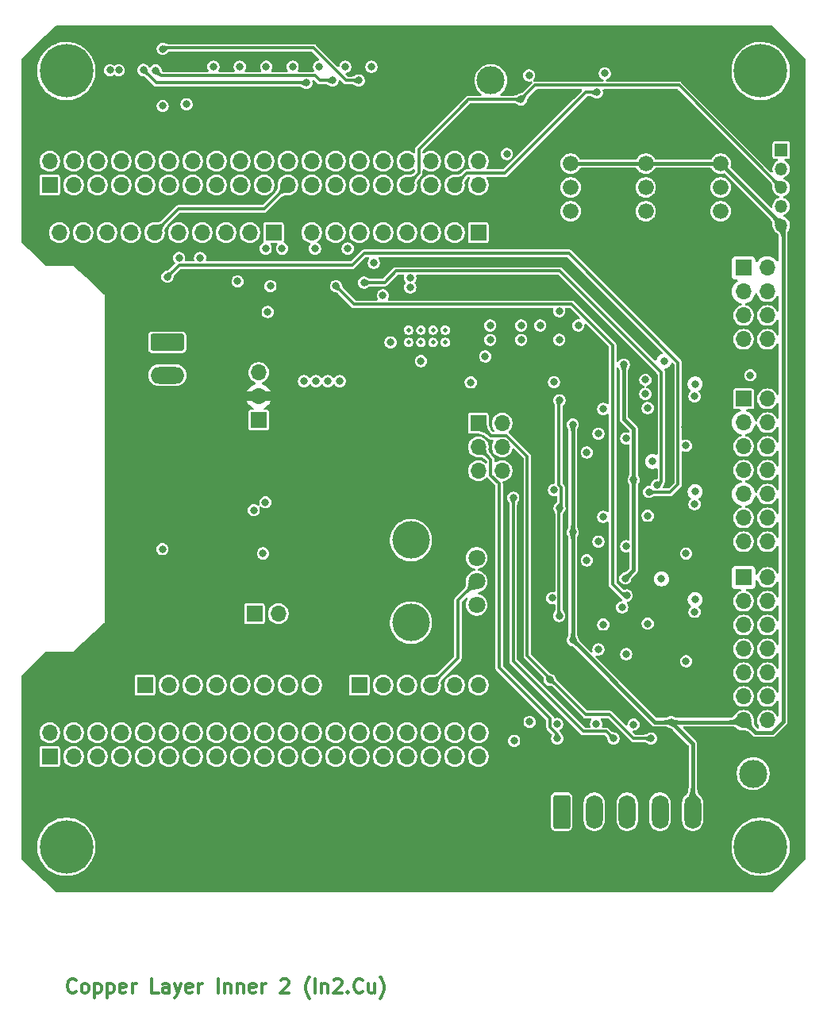
<source format=gbr>
G04 #@! TF.GenerationSoftware,KiCad,Pcbnew,9.0.3*
G04 #@! TF.CreationDate,2026-02-18T15:21:07+00:00*
G04 #@! TF.ProjectId,nevb_mtr1_c_1,6e657662-5f6d-4747-9231-5f635f312e6b,01*
G04 #@! TF.SameCoordinates,Original*
G04 #@! TF.FileFunction,Copper,L3,Inr*
G04 #@! TF.FilePolarity,Positive*
%FSLAX46Y46*%
G04 Gerber Fmt 4.6, Leading zero omitted, Abs format (unit mm)*
G04 Created by KiCad (PCBNEW 9.0.3) date 2026-02-18 15:21:07*
%MOMM*%
%LPD*%
G01*
G04 APERTURE LIST*
G04 Aperture macros list*
%AMRoundRect*
0 Rectangle with rounded corners*
0 $1 Rounding radius*
0 $2 $3 $4 $5 $6 $7 $8 $9 X,Y pos of 4 corners*
0 Add a 4 corners polygon primitive as box body*
4,1,4,$2,$3,$4,$5,$6,$7,$8,$9,$2,$3,0*
0 Add four circle primitives for the rounded corners*
1,1,$1+$1,$2,$3*
1,1,$1+$1,$4,$5*
1,1,$1+$1,$6,$7*
1,1,$1+$1,$8,$9*
0 Add four rect primitives between the rounded corners*
20,1,$1+$1,$2,$3,$4,$5,0*
20,1,$1+$1,$4,$5,$6,$7,0*
20,1,$1+$1,$6,$7,$8,$9,0*
20,1,$1+$1,$8,$9,$2,$3,0*%
G04 Aperture macros list end*
%ADD10C,0.300000*%
G04 #@! TA.AperFunction,NonConductor*
%ADD11C,0.300000*%
G04 #@! TD*
G04 #@! TA.AperFunction,ComponentPad*
%ADD12C,1.676400*%
G04 #@! TD*
G04 #@! TA.AperFunction,ComponentPad*
%ADD13C,5.700000*%
G04 #@! TD*
G04 #@! TA.AperFunction,ComponentPad*
%ADD14R,1.700000X1.700000*%
G04 #@! TD*
G04 #@! TA.AperFunction,ComponentPad*
%ADD15O,1.700000X1.700000*%
G04 #@! TD*
G04 #@! TA.AperFunction,ComponentPad*
%ADD16RoundRect,0.250000X-1.550000X0.650000X-1.550000X-0.650000X1.550000X-0.650000X1.550000X0.650000X0*%
G04 #@! TD*
G04 #@! TA.AperFunction,ComponentPad*
%ADD17O,3.600000X1.800000*%
G04 #@! TD*
G04 #@! TA.AperFunction,ComponentPad*
%ADD18C,3.000000*%
G04 #@! TD*
G04 #@! TA.AperFunction,ComponentPad*
%ADD19RoundRect,0.250000X-0.650000X-1.550000X0.650000X-1.550000X0.650000X1.550000X-0.650000X1.550000X0*%
G04 #@! TD*
G04 #@! TA.AperFunction,ComponentPad*
%ADD20O,1.800000X3.600000*%
G04 #@! TD*
G04 #@! TA.AperFunction,WasherPad*
%ADD21C,4.000000*%
G04 #@! TD*
G04 #@! TA.AperFunction,ComponentPad*
%ADD22C,1.800000*%
G04 #@! TD*
G04 #@! TA.AperFunction,HeatsinkPad*
%ADD23C,0.500000*%
G04 #@! TD*
G04 #@! TA.AperFunction,ComponentPad*
%ADD24R,1.350000X1.350000*%
G04 #@! TD*
G04 #@! TA.AperFunction,ComponentPad*
%ADD25O,1.350000X1.350000*%
G04 #@! TD*
G04 #@! TA.AperFunction,ViaPad*
%ADD26C,0.800000*%
G04 #@! TD*
G04 #@! TA.AperFunction,Conductor*
%ADD27C,0.300000*%
G04 #@! TD*
G04 #@! TA.AperFunction,Conductor*
%ADD28C,0.400000*%
G04 #@! TD*
G04 APERTURE END LIST*
D10*
D11*
X61863653Y-139357971D02*
X61792225Y-139429400D01*
X61792225Y-139429400D02*
X61577939Y-139500828D01*
X61577939Y-139500828D02*
X61435082Y-139500828D01*
X61435082Y-139500828D02*
X61220796Y-139429400D01*
X61220796Y-139429400D02*
X61077939Y-139286542D01*
X61077939Y-139286542D02*
X61006510Y-139143685D01*
X61006510Y-139143685D02*
X60935082Y-138857971D01*
X60935082Y-138857971D02*
X60935082Y-138643685D01*
X60935082Y-138643685D02*
X61006510Y-138357971D01*
X61006510Y-138357971D02*
X61077939Y-138215114D01*
X61077939Y-138215114D02*
X61220796Y-138072257D01*
X61220796Y-138072257D02*
X61435082Y-138000828D01*
X61435082Y-138000828D02*
X61577939Y-138000828D01*
X61577939Y-138000828D02*
X61792225Y-138072257D01*
X61792225Y-138072257D02*
X61863653Y-138143685D01*
X62720796Y-139500828D02*
X62577939Y-139429400D01*
X62577939Y-139429400D02*
X62506510Y-139357971D01*
X62506510Y-139357971D02*
X62435082Y-139215114D01*
X62435082Y-139215114D02*
X62435082Y-138786542D01*
X62435082Y-138786542D02*
X62506510Y-138643685D01*
X62506510Y-138643685D02*
X62577939Y-138572257D01*
X62577939Y-138572257D02*
X62720796Y-138500828D01*
X62720796Y-138500828D02*
X62935082Y-138500828D01*
X62935082Y-138500828D02*
X63077939Y-138572257D01*
X63077939Y-138572257D02*
X63149368Y-138643685D01*
X63149368Y-138643685D02*
X63220796Y-138786542D01*
X63220796Y-138786542D02*
X63220796Y-139215114D01*
X63220796Y-139215114D02*
X63149368Y-139357971D01*
X63149368Y-139357971D02*
X63077939Y-139429400D01*
X63077939Y-139429400D02*
X62935082Y-139500828D01*
X62935082Y-139500828D02*
X62720796Y-139500828D01*
X63863653Y-138500828D02*
X63863653Y-140000828D01*
X63863653Y-138572257D02*
X64006511Y-138500828D01*
X64006511Y-138500828D02*
X64292225Y-138500828D01*
X64292225Y-138500828D02*
X64435082Y-138572257D01*
X64435082Y-138572257D02*
X64506511Y-138643685D01*
X64506511Y-138643685D02*
X64577939Y-138786542D01*
X64577939Y-138786542D02*
X64577939Y-139215114D01*
X64577939Y-139215114D02*
X64506511Y-139357971D01*
X64506511Y-139357971D02*
X64435082Y-139429400D01*
X64435082Y-139429400D02*
X64292225Y-139500828D01*
X64292225Y-139500828D02*
X64006511Y-139500828D01*
X64006511Y-139500828D02*
X63863653Y-139429400D01*
X65220796Y-138500828D02*
X65220796Y-140000828D01*
X65220796Y-138572257D02*
X65363654Y-138500828D01*
X65363654Y-138500828D02*
X65649368Y-138500828D01*
X65649368Y-138500828D02*
X65792225Y-138572257D01*
X65792225Y-138572257D02*
X65863654Y-138643685D01*
X65863654Y-138643685D02*
X65935082Y-138786542D01*
X65935082Y-138786542D02*
X65935082Y-139215114D01*
X65935082Y-139215114D02*
X65863654Y-139357971D01*
X65863654Y-139357971D02*
X65792225Y-139429400D01*
X65792225Y-139429400D02*
X65649368Y-139500828D01*
X65649368Y-139500828D02*
X65363654Y-139500828D01*
X65363654Y-139500828D02*
X65220796Y-139429400D01*
X67149368Y-139429400D02*
X67006511Y-139500828D01*
X67006511Y-139500828D02*
X66720797Y-139500828D01*
X66720797Y-139500828D02*
X66577939Y-139429400D01*
X66577939Y-139429400D02*
X66506511Y-139286542D01*
X66506511Y-139286542D02*
X66506511Y-138715114D01*
X66506511Y-138715114D02*
X66577939Y-138572257D01*
X66577939Y-138572257D02*
X66720797Y-138500828D01*
X66720797Y-138500828D02*
X67006511Y-138500828D01*
X67006511Y-138500828D02*
X67149368Y-138572257D01*
X67149368Y-138572257D02*
X67220797Y-138715114D01*
X67220797Y-138715114D02*
X67220797Y-138857971D01*
X67220797Y-138857971D02*
X66506511Y-139000828D01*
X67863653Y-139500828D02*
X67863653Y-138500828D01*
X67863653Y-138786542D02*
X67935082Y-138643685D01*
X67935082Y-138643685D02*
X68006511Y-138572257D01*
X68006511Y-138572257D02*
X68149368Y-138500828D01*
X68149368Y-138500828D02*
X68292225Y-138500828D01*
X70649367Y-139500828D02*
X69935081Y-139500828D01*
X69935081Y-139500828D02*
X69935081Y-138000828D01*
X71792225Y-139500828D02*
X71792225Y-138715114D01*
X71792225Y-138715114D02*
X71720796Y-138572257D01*
X71720796Y-138572257D02*
X71577939Y-138500828D01*
X71577939Y-138500828D02*
X71292225Y-138500828D01*
X71292225Y-138500828D02*
X71149367Y-138572257D01*
X71792225Y-139429400D02*
X71649367Y-139500828D01*
X71649367Y-139500828D02*
X71292225Y-139500828D01*
X71292225Y-139500828D02*
X71149367Y-139429400D01*
X71149367Y-139429400D02*
X71077939Y-139286542D01*
X71077939Y-139286542D02*
X71077939Y-139143685D01*
X71077939Y-139143685D02*
X71149367Y-139000828D01*
X71149367Y-139000828D02*
X71292225Y-138929400D01*
X71292225Y-138929400D02*
X71649367Y-138929400D01*
X71649367Y-138929400D02*
X71792225Y-138857971D01*
X72363653Y-138500828D02*
X72720796Y-139500828D01*
X73077939Y-138500828D02*
X72720796Y-139500828D01*
X72720796Y-139500828D02*
X72577939Y-139857971D01*
X72577939Y-139857971D02*
X72506510Y-139929400D01*
X72506510Y-139929400D02*
X72363653Y-140000828D01*
X74220796Y-139429400D02*
X74077939Y-139500828D01*
X74077939Y-139500828D02*
X73792225Y-139500828D01*
X73792225Y-139500828D02*
X73649367Y-139429400D01*
X73649367Y-139429400D02*
X73577939Y-139286542D01*
X73577939Y-139286542D02*
X73577939Y-138715114D01*
X73577939Y-138715114D02*
X73649367Y-138572257D01*
X73649367Y-138572257D02*
X73792225Y-138500828D01*
X73792225Y-138500828D02*
X74077939Y-138500828D01*
X74077939Y-138500828D02*
X74220796Y-138572257D01*
X74220796Y-138572257D02*
X74292225Y-138715114D01*
X74292225Y-138715114D02*
X74292225Y-138857971D01*
X74292225Y-138857971D02*
X73577939Y-139000828D01*
X74935081Y-139500828D02*
X74935081Y-138500828D01*
X74935081Y-138786542D02*
X75006510Y-138643685D01*
X75006510Y-138643685D02*
X75077939Y-138572257D01*
X75077939Y-138572257D02*
X75220796Y-138500828D01*
X75220796Y-138500828D02*
X75363653Y-138500828D01*
X77006509Y-139500828D02*
X77006509Y-138000828D01*
X77720795Y-138500828D02*
X77720795Y-139500828D01*
X77720795Y-138643685D02*
X77792224Y-138572257D01*
X77792224Y-138572257D02*
X77935081Y-138500828D01*
X77935081Y-138500828D02*
X78149367Y-138500828D01*
X78149367Y-138500828D02*
X78292224Y-138572257D01*
X78292224Y-138572257D02*
X78363653Y-138715114D01*
X78363653Y-138715114D02*
X78363653Y-139500828D01*
X79077938Y-138500828D02*
X79077938Y-139500828D01*
X79077938Y-138643685D02*
X79149367Y-138572257D01*
X79149367Y-138572257D02*
X79292224Y-138500828D01*
X79292224Y-138500828D02*
X79506510Y-138500828D01*
X79506510Y-138500828D02*
X79649367Y-138572257D01*
X79649367Y-138572257D02*
X79720796Y-138715114D01*
X79720796Y-138715114D02*
X79720796Y-139500828D01*
X81006510Y-139429400D02*
X80863653Y-139500828D01*
X80863653Y-139500828D02*
X80577939Y-139500828D01*
X80577939Y-139500828D02*
X80435081Y-139429400D01*
X80435081Y-139429400D02*
X80363653Y-139286542D01*
X80363653Y-139286542D02*
X80363653Y-138715114D01*
X80363653Y-138715114D02*
X80435081Y-138572257D01*
X80435081Y-138572257D02*
X80577939Y-138500828D01*
X80577939Y-138500828D02*
X80863653Y-138500828D01*
X80863653Y-138500828D02*
X81006510Y-138572257D01*
X81006510Y-138572257D02*
X81077939Y-138715114D01*
X81077939Y-138715114D02*
X81077939Y-138857971D01*
X81077939Y-138857971D02*
X80363653Y-139000828D01*
X81720795Y-139500828D02*
X81720795Y-138500828D01*
X81720795Y-138786542D02*
X81792224Y-138643685D01*
X81792224Y-138643685D02*
X81863653Y-138572257D01*
X81863653Y-138572257D02*
X82006510Y-138500828D01*
X82006510Y-138500828D02*
X82149367Y-138500828D01*
X83720795Y-138143685D02*
X83792223Y-138072257D01*
X83792223Y-138072257D02*
X83935081Y-138000828D01*
X83935081Y-138000828D02*
X84292223Y-138000828D01*
X84292223Y-138000828D02*
X84435081Y-138072257D01*
X84435081Y-138072257D02*
X84506509Y-138143685D01*
X84506509Y-138143685D02*
X84577938Y-138286542D01*
X84577938Y-138286542D02*
X84577938Y-138429400D01*
X84577938Y-138429400D02*
X84506509Y-138643685D01*
X84506509Y-138643685D02*
X83649366Y-139500828D01*
X83649366Y-139500828D02*
X84577938Y-139500828D01*
X86792223Y-140072257D02*
X86720794Y-140000828D01*
X86720794Y-140000828D02*
X86577937Y-139786542D01*
X86577937Y-139786542D02*
X86506509Y-139643685D01*
X86506509Y-139643685D02*
X86435080Y-139429400D01*
X86435080Y-139429400D02*
X86363651Y-139072257D01*
X86363651Y-139072257D02*
X86363651Y-138786542D01*
X86363651Y-138786542D02*
X86435080Y-138429400D01*
X86435080Y-138429400D02*
X86506509Y-138215114D01*
X86506509Y-138215114D02*
X86577937Y-138072257D01*
X86577937Y-138072257D02*
X86720794Y-137857971D01*
X86720794Y-137857971D02*
X86792223Y-137786542D01*
X87363651Y-139500828D02*
X87363651Y-138000828D01*
X88077937Y-138500828D02*
X88077937Y-139500828D01*
X88077937Y-138643685D02*
X88149366Y-138572257D01*
X88149366Y-138572257D02*
X88292223Y-138500828D01*
X88292223Y-138500828D02*
X88506509Y-138500828D01*
X88506509Y-138500828D02*
X88649366Y-138572257D01*
X88649366Y-138572257D02*
X88720795Y-138715114D01*
X88720795Y-138715114D02*
X88720795Y-139500828D01*
X89363652Y-138143685D02*
X89435080Y-138072257D01*
X89435080Y-138072257D02*
X89577938Y-138000828D01*
X89577938Y-138000828D02*
X89935080Y-138000828D01*
X89935080Y-138000828D02*
X90077938Y-138072257D01*
X90077938Y-138072257D02*
X90149366Y-138143685D01*
X90149366Y-138143685D02*
X90220795Y-138286542D01*
X90220795Y-138286542D02*
X90220795Y-138429400D01*
X90220795Y-138429400D02*
X90149366Y-138643685D01*
X90149366Y-138643685D02*
X89292223Y-139500828D01*
X89292223Y-139500828D02*
X90220795Y-139500828D01*
X90863651Y-139357971D02*
X90935080Y-139429400D01*
X90935080Y-139429400D02*
X90863651Y-139500828D01*
X90863651Y-139500828D02*
X90792223Y-139429400D01*
X90792223Y-139429400D02*
X90863651Y-139357971D01*
X90863651Y-139357971D02*
X90863651Y-139500828D01*
X92435080Y-139357971D02*
X92363652Y-139429400D01*
X92363652Y-139429400D02*
X92149366Y-139500828D01*
X92149366Y-139500828D02*
X92006509Y-139500828D01*
X92006509Y-139500828D02*
X91792223Y-139429400D01*
X91792223Y-139429400D02*
X91649366Y-139286542D01*
X91649366Y-139286542D02*
X91577937Y-139143685D01*
X91577937Y-139143685D02*
X91506509Y-138857971D01*
X91506509Y-138857971D02*
X91506509Y-138643685D01*
X91506509Y-138643685D02*
X91577937Y-138357971D01*
X91577937Y-138357971D02*
X91649366Y-138215114D01*
X91649366Y-138215114D02*
X91792223Y-138072257D01*
X91792223Y-138072257D02*
X92006509Y-138000828D01*
X92006509Y-138000828D02*
X92149366Y-138000828D01*
X92149366Y-138000828D02*
X92363652Y-138072257D01*
X92363652Y-138072257D02*
X92435080Y-138143685D01*
X93720795Y-138500828D02*
X93720795Y-139500828D01*
X93077937Y-138500828D02*
X93077937Y-139286542D01*
X93077937Y-139286542D02*
X93149366Y-139429400D01*
X93149366Y-139429400D02*
X93292223Y-139500828D01*
X93292223Y-139500828D02*
X93506509Y-139500828D01*
X93506509Y-139500828D02*
X93649366Y-139429400D01*
X93649366Y-139429400D02*
X93720795Y-139357971D01*
X94292223Y-140072257D02*
X94363652Y-140000828D01*
X94363652Y-140000828D02*
X94506509Y-139786542D01*
X94506509Y-139786542D02*
X94577938Y-139643685D01*
X94577938Y-139643685D02*
X94649366Y-139429400D01*
X94649366Y-139429400D02*
X94720795Y-139072257D01*
X94720795Y-139072257D02*
X94720795Y-138786542D01*
X94720795Y-138786542D02*
X94649366Y-138429400D01*
X94649366Y-138429400D02*
X94577938Y-138215114D01*
X94577938Y-138215114D02*
X94506509Y-138072257D01*
X94506509Y-138072257D02*
X94363652Y-137857971D01*
X94363652Y-137857971D02*
X94292223Y-137786542D01*
D12*
X122634000Y-56134000D03*
X122634000Y-53594000D03*
X122634000Y-51054000D03*
X114633000Y-56134000D03*
X114633000Y-53594000D03*
X114633000Y-51054000D03*
X130635000Y-56134000D03*
X130635000Y-53594000D03*
X130635000Y-51054000D03*
D13*
X60833000Y-41180000D03*
D14*
X82931000Y-58420000D03*
D15*
X80391000Y-58420000D03*
X77851000Y-58420000D03*
X75311000Y-58420000D03*
X72771000Y-58420000D03*
X70231000Y-58420000D03*
X67691000Y-58420000D03*
X65151000Y-58420000D03*
X62611000Y-58420000D03*
X60071000Y-58420000D03*
D13*
X60833000Y-123920000D03*
D16*
X71604000Y-70114000D03*
D17*
X71604000Y-73614000D03*
D18*
X106121000Y-42180000D03*
D19*
X113659000Y-120181500D03*
D20*
X117159000Y-120181500D03*
X120659000Y-120181500D03*
X124159000Y-120181500D03*
X127659000Y-120181500D03*
D14*
X133073000Y-76146000D03*
D15*
X135613000Y-76146000D03*
X133073000Y-78686000D03*
X135613000Y-78686000D03*
X133073000Y-81226000D03*
X135613000Y-81226000D03*
X133073000Y-83766000D03*
X135613000Y-83766000D03*
X133073000Y-86306000D03*
X135613000Y-86306000D03*
X133073000Y-88846000D03*
X135613000Y-88846000D03*
X133073000Y-91386000D03*
X135613000Y-91386000D03*
D21*
X97604000Y-100014000D03*
X97604000Y-91214000D03*
D22*
X104604000Y-93114000D03*
X104604000Y-95614000D03*
X104604000Y-98114000D03*
D14*
X104775000Y-58420000D03*
D15*
X102235000Y-58420000D03*
X99695000Y-58420000D03*
X97155000Y-58420000D03*
X94615000Y-58420000D03*
X92075000Y-58420000D03*
X89535000Y-58420000D03*
X86995000Y-58420000D03*
D13*
X134897000Y-41180000D03*
X134897000Y-123920000D03*
D14*
X69215000Y-106680000D03*
D15*
X71755000Y-106680000D03*
X74295000Y-106680000D03*
X76835000Y-106680000D03*
X79375000Y-106680000D03*
X81915000Y-106680000D03*
X84455000Y-106680000D03*
X86995000Y-106680000D03*
D18*
X134104000Y-116114000D03*
D23*
X101254000Y-68814000D03*
X99954000Y-68814000D03*
X98654000Y-68814000D03*
X97354000Y-68814000D03*
X101254000Y-70114000D03*
X99954000Y-70114000D03*
X98654000Y-70114000D03*
X97354000Y-70114000D03*
D14*
X92075000Y-106680000D03*
D15*
X94615000Y-106680000D03*
X97155000Y-106680000D03*
X99695000Y-106680000D03*
X102235000Y-106680000D03*
X104775000Y-106680000D03*
D14*
X80899000Y-99060000D03*
D15*
X83439000Y-99060000D03*
D14*
X133073000Y-62176000D03*
D15*
X135613000Y-62176000D03*
X133073000Y-64716000D03*
X135613000Y-64716000D03*
X133073000Y-67256000D03*
X135613000Y-67256000D03*
X133073000Y-69796000D03*
X135613000Y-69796000D03*
D14*
X133073000Y-95196000D03*
D15*
X135613000Y-95196000D03*
X133073000Y-97736000D03*
X135613000Y-97736000D03*
X133073000Y-100276000D03*
X135613000Y-100276000D03*
X133073000Y-102816000D03*
X135613000Y-102816000D03*
X133073000Y-105356000D03*
X135613000Y-105356000D03*
X133073000Y-107896000D03*
X135613000Y-107896000D03*
X133073000Y-110436000D03*
X135613000Y-110436000D03*
D14*
X81354000Y-78419000D03*
D15*
X81354000Y-75879000D03*
X81354000Y-73339000D03*
D14*
X59055000Y-53340000D03*
D15*
X59055000Y-50800000D03*
X61595000Y-53340000D03*
X61595000Y-50800000D03*
X64135000Y-53340000D03*
X64135000Y-50800000D03*
X66675000Y-53340000D03*
X66675000Y-50800000D03*
X69215000Y-53340000D03*
X69215000Y-50800000D03*
X71755000Y-53340000D03*
X71755000Y-50800000D03*
X74295000Y-53340000D03*
X74295000Y-50800000D03*
X76835000Y-53340000D03*
X76835000Y-50800000D03*
X79375000Y-53340000D03*
X79375000Y-50800000D03*
X81915000Y-53340000D03*
X81915000Y-50800000D03*
X84455000Y-53340000D03*
X84455000Y-50800000D03*
X86995000Y-53340000D03*
X86995000Y-50800000D03*
X89535000Y-53340000D03*
X89535000Y-50800000D03*
X92075000Y-53340000D03*
X92075000Y-50800000D03*
X94615000Y-53340000D03*
X94615000Y-50800000D03*
X97155000Y-53340000D03*
X97155000Y-50800000D03*
X99695000Y-53340000D03*
X99695000Y-50800000D03*
X102235000Y-53340000D03*
X102235000Y-50800000D03*
X104775000Y-53340000D03*
X104775000Y-50800000D03*
D14*
X59055000Y-114300000D03*
D15*
X59055000Y-111760000D03*
X61595000Y-114300000D03*
X61595000Y-111760000D03*
X64135000Y-114300000D03*
X64135000Y-111760000D03*
X66675000Y-114300000D03*
X66675000Y-111760000D03*
X69215000Y-114300000D03*
X69215000Y-111760000D03*
X71755000Y-114300000D03*
X71755000Y-111760000D03*
X74295000Y-114300000D03*
X74295000Y-111760000D03*
X76835000Y-114300000D03*
X76835000Y-111760000D03*
X79375000Y-114300000D03*
X79375000Y-111760000D03*
X81915000Y-114300000D03*
X81915000Y-111760000D03*
X84455000Y-114300000D03*
X84455000Y-111760000D03*
X86995000Y-114300000D03*
X86995000Y-111760000D03*
X89535000Y-114300000D03*
X89535000Y-111760000D03*
X92075000Y-114300000D03*
X92075000Y-111760000D03*
X94615000Y-114300000D03*
X94615000Y-111760000D03*
X97155000Y-114300000D03*
X97155000Y-111760000D03*
X99695000Y-114300000D03*
X99695000Y-111760000D03*
X102235000Y-114300000D03*
X102235000Y-111760000D03*
X104775000Y-114300000D03*
X104775000Y-111760000D03*
D24*
X137104000Y-49614000D03*
D25*
X137104000Y-51614000D03*
X137104000Y-53614000D03*
X137104000Y-55614000D03*
X137104000Y-57614000D03*
D14*
X104775000Y-78740000D03*
D15*
X107315000Y-78740000D03*
X104775000Y-81280000D03*
X107315000Y-81280000D03*
X104775000Y-83820000D03*
X107315000Y-83820000D03*
D26*
X131354000Y-75864000D03*
X123354000Y-93114000D03*
X125304000Y-78314000D03*
X125215877Y-81618247D03*
X126854000Y-90614000D03*
X131104000Y-85114000D03*
X125215877Y-104618247D03*
X125215877Y-93118247D03*
X83823764Y-87627909D03*
X126854000Y-79114000D03*
X126854000Y-102114000D03*
X83909499Y-90217119D03*
X125304000Y-89814000D03*
X94204000Y-67714000D03*
X125304000Y-101314000D03*
X123354000Y-104614000D03*
X123354000Y-81614000D03*
X90854000Y-60114000D03*
X87801000Y-40715000D03*
X113193339Y-110824661D03*
X118277734Y-41432000D03*
X84981000Y-40715000D03*
X126950425Y-81135756D03*
X90004212Y-74256659D03*
X118114939Y-88720086D03*
X122854000Y-88614000D03*
X122854000Y-100114000D03*
X82076217Y-87169597D03*
X117604000Y-91364000D03*
X118114939Y-100220086D03*
X82161000Y-40715000D03*
X93640167Y-61628239D03*
X118114939Y-77220086D03*
X87354000Y-60114000D03*
X109347000Y-69850000D03*
X112854000Y-74364000D03*
X112648875Y-97388645D03*
X75104000Y-61114000D03*
X121354000Y-110864000D03*
X90595000Y-40715000D03*
X120554000Y-80364000D03*
X117354000Y-110839000D03*
X117604000Y-79864000D03*
X111379000Y-68326000D03*
X73660000Y-44720000D03*
X97517000Y-64262000D03*
X93389000Y-40715000D03*
X86194212Y-74256659D03*
X110253823Y-110594905D03*
X122854000Y-77114000D03*
X79341000Y-40715000D03*
X94604000Y-65114000D03*
X116354000Y-93364000D03*
X72854000Y-61114000D03*
X113411000Y-66802000D03*
X87464212Y-74256659D03*
X65484000Y-41084000D03*
X126950425Y-104135756D03*
X113411000Y-69850000D03*
X66424000Y-41094000D03*
X83854000Y-60114000D03*
X71074000Y-92176500D03*
X110191885Y-41649500D03*
X103975756Y-74387165D03*
X76521000Y-40715000D03*
X106045000Y-68326000D03*
X82104000Y-60114000D03*
X117604000Y-102864000D03*
X126950425Y-92635756D03*
X109347000Y-68326000D03*
X120554000Y-91864000D03*
X97517000Y-63246000D03*
X106045000Y-69850000D03*
X116354000Y-81864000D03*
X115443000Y-68326000D03*
X112854000Y-85864000D03*
X80825081Y-88005955D03*
X120554000Y-103364000D03*
X88734212Y-74256659D03*
X71104000Y-44904000D03*
X81811500Y-92628864D03*
X107823000Y-50038000D03*
X133804000Y-73614000D03*
X108604000Y-112614000D03*
X71104000Y-38814000D03*
X92028500Y-42180000D03*
X114854000Y-101864000D03*
X125354000Y-110614000D03*
X114854000Y-90364000D03*
X114854000Y-78864000D03*
X89234500Y-42180000D03*
X70354000Y-41104000D03*
X69047000Y-41067000D03*
X86440500Y-42434000D03*
X120304000Y-72492002D03*
X121354000Y-84784175D03*
X105519066Y-71624837D03*
X120453662Y-95289872D03*
X79104000Y-63614000D03*
X122604000Y-74114000D03*
X82604000Y-64114000D03*
X122604000Y-75614000D03*
X89604000Y-64114000D03*
X120604000Y-97114000D03*
X120121496Y-98364000D03*
X82312578Y-66877220D03*
X71604000Y-63114000D03*
X122990631Y-86068676D03*
X92592251Y-63748842D03*
X123847020Y-85355190D03*
X95427588Y-70114000D03*
X98669000Y-72114000D03*
X113455766Y-87775189D03*
X113431736Y-76292886D03*
X113408357Y-99303634D03*
X109331000Y-44212000D03*
X117427000Y-43450000D03*
X127914000Y-74554000D03*
X124604000Y-72114000D03*
X124325056Y-95351893D03*
X127914000Y-97554000D03*
X127914000Y-86054000D03*
X123354000Y-82814003D03*
X112404000Y-106114000D03*
X123204000Y-112364000D03*
X108514339Y-86692415D03*
X119204000Y-112364000D03*
X113204000Y-112364000D03*
X127854000Y-87364000D03*
X127854000Y-75864000D03*
X127854000Y-98864000D03*
D27*
X71104000Y-38814000D02*
X71204000Y-38714000D01*
X71204000Y-38714000D02*
X87212000Y-38714000D01*
X87212000Y-38714000D02*
X90678000Y-42180000D01*
X90678000Y-42180000D02*
X92028500Y-42180000D01*
D28*
X133073000Y-110436000D02*
X134373000Y-111736000D01*
X132895000Y-110614000D02*
X133073000Y-110436000D01*
X114854000Y-90364000D02*
X114854000Y-101864000D01*
X125354000Y-110614000D02*
X123604000Y-110614000D01*
X130635000Y-51054000D02*
X114633000Y-51054000D01*
X134373000Y-111736000D02*
X136151478Y-111736000D01*
X125354000Y-110614000D02*
X132895000Y-110614000D01*
X114854000Y-78864000D02*
X114854000Y-90364000D01*
X137287000Y-57706000D02*
X130635000Y-51054000D01*
X127659000Y-112919000D02*
X127659000Y-120181500D01*
X123604000Y-110614000D02*
X114854000Y-101864000D01*
X136151478Y-111736000D02*
X137287000Y-110600478D01*
X137287000Y-110600478D02*
X137287000Y-57706000D01*
X125354000Y-110614000D02*
X127659000Y-112919000D01*
D27*
X87376000Y-41672000D02*
X87884000Y-42180000D01*
X70354000Y-41104000D02*
X70922000Y-41672000D01*
X70922000Y-41672000D02*
X87376000Y-41672000D01*
X87884000Y-42180000D02*
X89234500Y-42180000D01*
X86440500Y-42434000D02*
X70414000Y-42434000D01*
X70414000Y-42434000D02*
X69047000Y-41067000D01*
D28*
X121354000Y-94389534D02*
X121354000Y-84784175D01*
X120308905Y-78318905D02*
X120308905Y-72496907D01*
X120308905Y-72496907D02*
X120304000Y-72492002D01*
X121354000Y-84784175D02*
X121354000Y-79364000D01*
X120453662Y-95289872D02*
X121354000Y-94389534D01*
X121354000Y-79364000D02*
X120308905Y-78318905D01*
D27*
X119104000Y-70414000D02*
X114742000Y-66052000D01*
X120304000Y-97114000D02*
X119104000Y-95914000D01*
X114742000Y-66052000D02*
X91542000Y-66052000D01*
X119104000Y-95914000D02*
X119104000Y-70414000D01*
X91542000Y-66052000D02*
X89604000Y-64114000D01*
X120604000Y-97114000D02*
X120304000Y-97114000D01*
X92604000Y-60614000D02*
X91354000Y-61864000D01*
X72854000Y-61864000D02*
X71604000Y-63114000D01*
X125252544Y-86114000D02*
X126104000Y-85262544D01*
X126104000Y-72270497D02*
X114447503Y-60614000D01*
X122990631Y-86068676D02*
X123035955Y-86114000D01*
X114447503Y-60614000D02*
X92604000Y-60614000D01*
X123035955Y-86114000D02*
X125252544Y-86114000D01*
X91354000Y-61864000D02*
X72854000Y-61864000D01*
X126104000Y-85262544D02*
X126104000Y-72270497D01*
X123847020Y-85355190D02*
X124304000Y-84898210D01*
X94780704Y-63748842D02*
X92592251Y-63748842D01*
X124304000Y-84898210D02*
X124304000Y-73314000D01*
X113486000Y-62496000D02*
X96033546Y-62496000D01*
X96033546Y-62496000D02*
X94780704Y-63748842D01*
X124304000Y-73314000D02*
X113486000Y-62496000D01*
X113604000Y-87626955D02*
X113455766Y-87775189D01*
X113604000Y-85553339D02*
X113604000Y-87626955D01*
X113398875Y-87832080D02*
X113455766Y-87775189D01*
X113431736Y-76292886D02*
X113354000Y-76370622D01*
X113408357Y-99303634D02*
X113398875Y-99294152D01*
X113354000Y-76370622D02*
X113354000Y-85303339D01*
X113354000Y-85303339D02*
X113604000Y-85553339D01*
X113398875Y-99294152D02*
X113398875Y-87832080D01*
X102604000Y-97614000D02*
X102604000Y-103771000D01*
X102604000Y-103771000D02*
X99695000Y-106680000D01*
X104604000Y-95614000D02*
X102604000Y-97614000D01*
X98425000Y-52070000D02*
X97155000Y-53340000D01*
X110843000Y-42700000D02*
X109331000Y-44212000D01*
X109331000Y-44212000D02*
X103743000Y-44212000D01*
X126190000Y-42700000D02*
X110843000Y-42700000D01*
X98425000Y-49530000D02*
X98425000Y-52070000D01*
X102743000Y-45212000D02*
X98425000Y-49530000D01*
X137104000Y-53614000D02*
X126190000Y-42700000D01*
X103743000Y-44212000D02*
X102743000Y-45212000D01*
X116241849Y-43450000D02*
X115241849Y-44450000D01*
X117427000Y-43450000D02*
X116241849Y-43450000D01*
X103505000Y-52070000D02*
X102235000Y-53340000D01*
X115241849Y-44450000D02*
X107621849Y-52070000D01*
X107621849Y-52070000D02*
X103505000Y-52070000D01*
X112404000Y-106114000D02*
X112554000Y-106114000D01*
X110004000Y-82271943D02*
X107812057Y-80080000D01*
X107812057Y-80080000D02*
X106115000Y-80080000D01*
X121354000Y-112364000D02*
X123204000Y-112364000D01*
X112404000Y-106114000D02*
X112404000Y-105964000D01*
X110004000Y-103564000D02*
X110004000Y-82271943D01*
X112404000Y-105964000D02*
X110004000Y-103564000D01*
X112554000Y-106114000D02*
X116254000Y-109814000D01*
X123185811Y-112382189D02*
X123185811Y-112549660D01*
X116254000Y-109814000D02*
X118804000Y-109814000D01*
X118804000Y-109814000D02*
X121354000Y-112364000D01*
X106115000Y-80080000D02*
X104775000Y-78740000D01*
X123204000Y-112364000D02*
X123185811Y-112382189D01*
X108514339Y-104124339D02*
X116004000Y-111614000D01*
X118454000Y-111614000D02*
X119204000Y-112364000D01*
X116004000Y-111614000D02*
X118454000Y-111614000D01*
X108514339Y-86692415D02*
X108514339Y-104124339D01*
X113204000Y-112364000D02*
X113204000Y-111895983D01*
X106115000Y-84317057D02*
X106115000Y-82620000D01*
X106115000Y-82620000D02*
X104775000Y-81280000D01*
X107004000Y-85206057D02*
X106115000Y-84317057D01*
X112443339Y-110253339D02*
X107004000Y-104814000D01*
X107004000Y-104814000D02*
X107004000Y-85206057D01*
X112443339Y-111135322D02*
X112443339Y-110253339D01*
X113204000Y-111895983D02*
X112443339Y-111135322D01*
X84455000Y-53340000D02*
X81915000Y-55880000D01*
X81915000Y-55880000D02*
X72771000Y-55880000D01*
X72771000Y-55880000D02*
X70231000Y-58420000D01*
G04 #@! TA.AperFunction,Conductor*
G36*
X125551102Y-72289439D02*
G01*
X125575510Y-72308400D01*
X125667181Y-72400071D01*
X125700666Y-72461394D01*
X125703500Y-72487752D01*
X125703500Y-85045289D01*
X125683815Y-85112328D01*
X125667181Y-85132970D01*
X125122970Y-85677181D01*
X125061647Y-85710666D01*
X125035289Y-85713500D01*
X124588278Y-85713500D01*
X124521239Y-85693815D01*
X124475484Y-85641011D01*
X124465540Y-85571853D01*
X124466953Y-85563884D01*
X124469324Y-85552650D01*
X124472521Y-85544934D01*
X124497520Y-85419259D01*
X124497520Y-85419110D01*
X124498187Y-85415951D01*
X124499089Y-85414274D01*
X124513089Y-85377927D01*
X124548105Y-85319371D01*
X124550628Y-85315330D01*
X124589764Y-85255306D01*
X124596741Y-85243970D01*
X124597353Y-85242915D01*
X124603738Y-85231215D01*
X124641998Y-85156540D01*
X124651423Y-85135945D01*
X124652201Y-85134024D01*
X124659766Y-85112666D01*
X124687234Y-85022626D01*
X124693507Y-84997599D01*
X124693965Y-84995281D01*
X124695564Y-84984285D01*
X124704500Y-84950937D01*
X124704500Y-84897291D01*
X124707172Y-84868896D01*
X124708020Y-84856835D01*
X124708071Y-84855739D01*
X124708347Y-84843857D01*
X124706881Y-84836490D01*
X124704500Y-84812305D01*
X124704500Y-73261275D01*
X124704500Y-73261273D01*
X124677207Y-73159413D01*
X124637471Y-73090589D01*
X124621000Y-73022694D01*
X124643852Y-72956667D01*
X124698773Y-72913476D01*
X124720669Y-72906976D01*
X124760759Y-72899001D01*
X124837497Y-72883737D01*
X124983179Y-72823394D01*
X125114289Y-72735789D01*
X125225789Y-72624289D01*
X125313394Y-72493179D01*
X125373268Y-72348628D01*
X125417108Y-72294225D01*
X125483402Y-72272160D01*
X125551102Y-72289439D01*
G37*
G04 #@! TD.AperFunction*
G04 #@! TA.AperFunction,Conductor*
G36*
X136182470Y-36374185D02*
G01*
X136203112Y-36390819D01*
X139686181Y-39873888D01*
X139719666Y-39935211D01*
X139722500Y-39961569D01*
X139722500Y-125138431D01*
X139702815Y-125205470D01*
X139686181Y-125226112D01*
X136203112Y-128709181D01*
X136141789Y-128742666D01*
X136115431Y-128745500D01*
X59740295Y-128745500D01*
X59673256Y-128725815D01*
X59654165Y-128710706D01*
X57315441Y-126452628D01*
X56835528Y-125989263D01*
X56045370Y-125226352D01*
X56010815Y-125165625D01*
X56007500Y-125137146D01*
X56007500Y-123745875D01*
X57732500Y-123745875D01*
X57732500Y-124094124D01*
X57771489Y-124440158D01*
X57771491Y-124440170D01*
X57848982Y-124779684D01*
X57848985Y-124779692D01*
X57963999Y-125108382D01*
X58115092Y-125422130D01*
X58300371Y-125716999D01*
X58300372Y-125717001D01*
X58517487Y-125989256D01*
X58763743Y-126235512D01*
X59035998Y-126452627D01*
X59036001Y-126452628D01*
X59036003Y-126452630D01*
X59330867Y-126637906D01*
X59644621Y-126789002D01*
X59891488Y-126875384D01*
X59973307Y-126904014D01*
X59973315Y-126904017D01*
X59973318Y-126904017D01*
X59973319Y-126904018D01*
X60312829Y-126981509D01*
X60658876Y-127020499D01*
X60658877Y-127020500D01*
X60658880Y-127020500D01*
X61007123Y-127020500D01*
X61007123Y-127020499D01*
X61353171Y-126981509D01*
X61692681Y-126904018D01*
X62021379Y-126789002D01*
X62335133Y-126637906D01*
X62629997Y-126452630D01*
X62630001Y-126452627D01*
X62902256Y-126235512D01*
X62902258Y-126235509D01*
X62902263Y-126235506D01*
X63148506Y-125989263D01*
X63365630Y-125716997D01*
X63550906Y-125422133D01*
X63702002Y-125108379D01*
X63817018Y-124779681D01*
X63894509Y-124440171D01*
X63933500Y-124094120D01*
X63933500Y-123745880D01*
X63933499Y-123745875D01*
X131796500Y-123745875D01*
X131796500Y-124094124D01*
X131835489Y-124440158D01*
X131835491Y-124440170D01*
X131912982Y-124779684D01*
X131912985Y-124779692D01*
X132027999Y-125108382D01*
X132179092Y-125422130D01*
X132364371Y-125716999D01*
X132364372Y-125717001D01*
X132581487Y-125989256D01*
X132827743Y-126235512D01*
X133099998Y-126452627D01*
X133100001Y-126452628D01*
X133100003Y-126452630D01*
X133394867Y-126637906D01*
X133708621Y-126789002D01*
X133955488Y-126875384D01*
X134037307Y-126904014D01*
X134037315Y-126904017D01*
X134037318Y-126904017D01*
X134037319Y-126904018D01*
X134376829Y-126981509D01*
X134722876Y-127020499D01*
X134722877Y-127020500D01*
X134722880Y-127020500D01*
X135071123Y-127020500D01*
X135071123Y-127020499D01*
X135417171Y-126981509D01*
X135756681Y-126904018D01*
X136085379Y-126789002D01*
X136399133Y-126637906D01*
X136693997Y-126452630D01*
X136694001Y-126452627D01*
X136966256Y-126235512D01*
X136966258Y-126235509D01*
X136966263Y-126235506D01*
X137212506Y-125989263D01*
X137429630Y-125716997D01*
X137614906Y-125422133D01*
X137766002Y-125108379D01*
X137881018Y-124779681D01*
X137958509Y-124440171D01*
X137997500Y-124094120D01*
X137997500Y-123745880D01*
X137958509Y-123399829D01*
X137881018Y-123060319D01*
X137766002Y-122731621D01*
X137614906Y-122417867D01*
X137429630Y-122123003D01*
X137429628Y-122123000D01*
X137429627Y-122122998D01*
X137212512Y-121850743D01*
X136966256Y-121604487D01*
X136694001Y-121387372D01*
X136693999Y-121387371D01*
X136399130Y-121202092D01*
X136085382Y-121050999D01*
X135756692Y-120935985D01*
X135756684Y-120935982D01*
X135502048Y-120877863D01*
X135417171Y-120858491D01*
X135417167Y-120858490D01*
X135417158Y-120858489D01*
X135071124Y-120819500D01*
X135071120Y-120819500D01*
X134722880Y-120819500D01*
X134722875Y-120819500D01*
X134376841Y-120858489D01*
X134376829Y-120858491D01*
X134037315Y-120935982D01*
X134037307Y-120935985D01*
X133708617Y-121050999D01*
X133394869Y-121202092D01*
X133100000Y-121387371D01*
X133099998Y-121387372D01*
X132827743Y-121604487D01*
X132581487Y-121850743D01*
X132364372Y-122122998D01*
X132364371Y-122123000D01*
X132179092Y-122417869D01*
X132027999Y-122731617D01*
X131912985Y-123060307D01*
X131912982Y-123060315D01*
X131835491Y-123399829D01*
X131835489Y-123399841D01*
X131796500Y-123745875D01*
X63933499Y-123745875D01*
X63894509Y-123399829D01*
X63817018Y-123060319D01*
X63702002Y-122731621D01*
X63550906Y-122417867D01*
X63365630Y-122123003D01*
X63365628Y-122123000D01*
X63365627Y-122122998D01*
X63148512Y-121850743D01*
X62902256Y-121604487D01*
X62630001Y-121387372D01*
X62629999Y-121387371D01*
X62335130Y-121202092D01*
X62021382Y-121050999D01*
X61692692Y-120935985D01*
X61692684Y-120935982D01*
X61438048Y-120877863D01*
X61353171Y-120858491D01*
X61353167Y-120858490D01*
X61353158Y-120858489D01*
X61007124Y-120819500D01*
X61007120Y-120819500D01*
X60658880Y-120819500D01*
X60658875Y-120819500D01*
X60312841Y-120858489D01*
X60312829Y-120858491D01*
X59973315Y-120935982D01*
X59973307Y-120935985D01*
X59644617Y-121050999D01*
X59330869Y-121202092D01*
X59036000Y-121387371D01*
X59035998Y-121387372D01*
X58763743Y-121604487D01*
X58517487Y-121850743D01*
X58300372Y-122122998D01*
X58300371Y-122123000D01*
X58115092Y-122417869D01*
X57963999Y-122731617D01*
X57848985Y-123060307D01*
X57848982Y-123060315D01*
X57771491Y-123399829D01*
X57771489Y-123399841D01*
X57732500Y-123745875D01*
X56007500Y-123745875D01*
X56007500Y-118583635D01*
X112508500Y-118583635D01*
X112508500Y-121779370D01*
X112508501Y-121779376D01*
X112514908Y-121838983D01*
X112565202Y-121973828D01*
X112565206Y-121973835D01*
X112651452Y-122089044D01*
X112651455Y-122089047D01*
X112766664Y-122175293D01*
X112766671Y-122175297D01*
X112901517Y-122225591D01*
X112901516Y-122225591D01*
X112908444Y-122226335D01*
X112961127Y-122232000D01*
X114356872Y-122231999D01*
X114416483Y-122225591D01*
X114551331Y-122175296D01*
X114666546Y-122089046D01*
X114752796Y-121973831D01*
X114803091Y-121838983D01*
X114809500Y-121779373D01*
X114809499Y-119190948D01*
X116008500Y-119190948D01*
X116008500Y-121172051D01*
X116036829Y-121350910D01*
X116092787Y-121523136D01*
X116092788Y-121523139D01*
X116175006Y-121684497D01*
X116281441Y-121830994D01*
X116281445Y-121830999D01*
X116409500Y-121959054D01*
X116409505Y-121959058D01*
X116537287Y-122051896D01*
X116556006Y-122065496D01*
X116661484Y-122119240D01*
X116717360Y-122147711D01*
X116717363Y-122147712D01*
X116802251Y-122175293D01*
X116889591Y-122203671D01*
X116972429Y-122216791D01*
X117068449Y-122232000D01*
X117068454Y-122232000D01*
X117249551Y-122232000D01*
X117336259Y-122218265D01*
X117428409Y-122203671D01*
X117600639Y-122147711D01*
X117761994Y-122065496D01*
X117908501Y-121959053D01*
X118036553Y-121831001D01*
X118142996Y-121684494D01*
X118225211Y-121523139D01*
X118281171Y-121350909D01*
X118304741Y-121202094D01*
X118309500Y-121172051D01*
X118309500Y-119190948D01*
X119508500Y-119190948D01*
X119508500Y-121172051D01*
X119536829Y-121350910D01*
X119592787Y-121523136D01*
X119592788Y-121523139D01*
X119675006Y-121684497D01*
X119781441Y-121830994D01*
X119781445Y-121830999D01*
X119909500Y-121959054D01*
X119909505Y-121959058D01*
X120037287Y-122051896D01*
X120056006Y-122065496D01*
X120161484Y-122119240D01*
X120217360Y-122147711D01*
X120217363Y-122147712D01*
X120302251Y-122175293D01*
X120389591Y-122203671D01*
X120472429Y-122216791D01*
X120568449Y-122232000D01*
X120568454Y-122232000D01*
X120749551Y-122232000D01*
X120836259Y-122218265D01*
X120928409Y-122203671D01*
X121100639Y-122147711D01*
X121261994Y-122065496D01*
X121408501Y-121959053D01*
X121536553Y-121831001D01*
X121642996Y-121684494D01*
X121725211Y-121523139D01*
X121781171Y-121350909D01*
X121804741Y-121202094D01*
X121809500Y-121172051D01*
X121809500Y-119190948D01*
X123008500Y-119190948D01*
X123008500Y-121172051D01*
X123036829Y-121350910D01*
X123092787Y-121523136D01*
X123092788Y-121523139D01*
X123175006Y-121684497D01*
X123281441Y-121830994D01*
X123281445Y-121830999D01*
X123409500Y-121959054D01*
X123409505Y-121959058D01*
X123537287Y-122051896D01*
X123556006Y-122065496D01*
X123661484Y-122119240D01*
X123717360Y-122147711D01*
X123717363Y-122147712D01*
X123802251Y-122175293D01*
X123889591Y-122203671D01*
X123972429Y-122216791D01*
X124068449Y-122232000D01*
X124068454Y-122232000D01*
X124249551Y-122232000D01*
X124336259Y-122218265D01*
X124428409Y-122203671D01*
X124600639Y-122147711D01*
X124761994Y-122065496D01*
X124908501Y-121959053D01*
X125036553Y-121831001D01*
X125142996Y-121684494D01*
X125225211Y-121523139D01*
X125281171Y-121350909D01*
X125304741Y-121202094D01*
X125309500Y-121172051D01*
X125309500Y-119190948D01*
X125293019Y-119086897D01*
X125281171Y-119012091D01*
X125225211Y-118839861D01*
X125225211Y-118839860D01*
X125196740Y-118783984D01*
X125142996Y-118678506D01*
X125074069Y-118583635D01*
X125036558Y-118532005D01*
X125036554Y-118532000D01*
X124908499Y-118403945D01*
X124908494Y-118403941D01*
X124761997Y-118297506D01*
X124761996Y-118297505D01*
X124761994Y-118297504D01*
X124710300Y-118271164D01*
X124600639Y-118215288D01*
X124600636Y-118215287D01*
X124428410Y-118159329D01*
X124249551Y-118131000D01*
X124249546Y-118131000D01*
X124068454Y-118131000D01*
X124068449Y-118131000D01*
X123889589Y-118159329D01*
X123717363Y-118215287D01*
X123717360Y-118215288D01*
X123556002Y-118297506D01*
X123409505Y-118403941D01*
X123409500Y-118403945D01*
X123281445Y-118532000D01*
X123281441Y-118532005D01*
X123175006Y-118678502D01*
X123092788Y-118839860D01*
X123092787Y-118839863D01*
X123036829Y-119012089D01*
X123008500Y-119190948D01*
X121809500Y-119190948D01*
X121793019Y-119086897D01*
X121781171Y-119012091D01*
X121725211Y-118839861D01*
X121725211Y-118839860D01*
X121696740Y-118783984D01*
X121642996Y-118678506D01*
X121574069Y-118583635D01*
X121536558Y-118532005D01*
X121536554Y-118532000D01*
X121408499Y-118403945D01*
X121408494Y-118403941D01*
X121261997Y-118297506D01*
X121261996Y-118297505D01*
X121261994Y-118297504D01*
X121210300Y-118271164D01*
X121100639Y-118215288D01*
X121100636Y-118215287D01*
X120928410Y-118159329D01*
X120749551Y-118131000D01*
X120749546Y-118131000D01*
X120568454Y-118131000D01*
X120568449Y-118131000D01*
X120389589Y-118159329D01*
X120217363Y-118215287D01*
X120217360Y-118215288D01*
X120056002Y-118297506D01*
X119909505Y-118403941D01*
X119909500Y-118403945D01*
X119781445Y-118532000D01*
X119781441Y-118532005D01*
X119675006Y-118678502D01*
X119592788Y-118839860D01*
X119592787Y-118839863D01*
X119536829Y-119012089D01*
X119508500Y-119190948D01*
X118309500Y-119190948D01*
X118293019Y-119086897D01*
X118281171Y-119012091D01*
X118225211Y-118839861D01*
X118225211Y-118839860D01*
X118196740Y-118783984D01*
X118142996Y-118678506D01*
X118074069Y-118583635D01*
X118036558Y-118532005D01*
X118036554Y-118532000D01*
X117908499Y-118403945D01*
X117908494Y-118403941D01*
X117761997Y-118297506D01*
X117761996Y-118297505D01*
X117761994Y-118297504D01*
X117710300Y-118271164D01*
X117600639Y-118215288D01*
X117600636Y-118215287D01*
X117428410Y-118159329D01*
X117249551Y-118131000D01*
X117249546Y-118131000D01*
X117068454Y-118131000D01*
X117068449Y-118131000D01*
X116889589Y-118159329D01*
X116717363Y-118215287D01*
X116717360Y-118215288D01*
X116556002Y-118297506D01*
X116409505Y-118403941D01*
X116409500Y-118403945D01*
X116281445Y-118532000D01*
X116281441Y-118532005D01*
X116175006Y-118678502D01*
X116092788Y-118839860D01*
X116092787Y-118839863D01*
X116036829Y-119012089D01*
X116008500Y-119190948D01*
X114809499Y-119190948D01*
X114809499Y-118583628D01*
X114803091Y-118524017D01*
X114752796Y-118389169D01*
X114752795Y-118389168D01*
X114752793Y-118389164D01*
X114666547Y-118273955D01*
X114666544Y-118273952D01*
X114551335Y-118187706D01*
X114551328Y-118187702D01*
X114416482Y-118137408D01*
X114416483Y-118137408D01*
X114356883Y-118131001D01*
X114356881Y-118131000D01*
X114356873Y-118131000D01*
X114356864Y-118131000D01*
X112961129Y-118131000D01*
X112961123Y-118131001D01*
X112901516Y-118137408D01*
X112766671Y-118187702D01*
X112766664Y-118187706D01*
X112651455Y-118273952D01*
X112651452Y-118273955D01*
X112565206Y-118389164D01*
X112565202Y-118389171D01*
X112514908Y-118524017D01*
X112508501Y-118583616D01*
X112508501Y-118583623D01*
X112508500Y-118583635D01*
X56007500Y-118583635D01*
X56007500Y-113425321D01*
X57954500Y-113425321D01*
X57954500Y-115174678D01*
X57969032Y-115247735D01*
X57969033Y-115247739D01*
X57969034Y-115247740D01*
X58024399Y-115330601D01*
X58107260Y-115385966D01*
X58107264Y-115385967D01*
X58180321Y-115400499D01*
X58180324Y-115400500D01*
X58180326Y-115400500D01*
X59929676Y-115400500D01*
X59929677Y-115400499D01*
X60002740Y-115385966D01*
X60085601Y-115330601D01*
X60140966Y-115247740D01*
X60155500Y-115174674D01*
X60155500Y-114213389D01*
X60494500Y-114213389D01*
X60494500Y-114386611D01*
X60521598Y-114557701D01*
X60575127Y-114722445D01*
X60653768Y-114876788D01*
X60755586Y-115016928D01*
X60878072Y-115139414D01*
X61018212Y-115241232D01*
X61172555Y-115319873D01*
X61337299Y-115373402D01*
X61508389Y-115400500D01*
X61508390Y-115400500D01*
X61681610Y-115400500D01*
X61681611Y-115400500D01*
X61852701Y-115373402D01*
X62017445Y-115319873D01*
X62171788Y-115241232D01*
X62311928Y-115139414D01*
X62434414Y-115016928D01*
X62536232Y-114876788D01*
X62614873Y-114722445D01*
X62668402Y-114557701D01*
X62695500Y-114386611D01*
X62695500Y-114213389D01*
X63034500Y-114213389D01*
X63034500Y-114386611D01*
X63061598Y-114557701D01*
X63115127Y-114722445D01*
X63193768Y-114876788D01*
X63295586Y-115016928D01*
X63418072Y-115139414D01*
X63558212Y-115241232D01*
X63712555Y-115319873D01*
X63877299Y-115373402D01*
X64048389Y-115400500D01*
X64048390Y-115400500D01*
X64221610Y-115400500D01*
X64221611Y-115400500D01*
X64392701Y-115373402D01*
X64557445Y-115319873D01*
X64711788Y-115241232D01*
X64851928Y-115139414D01*
X64974414Y-115016928D01*
X65076232Y-114876788D01*
X65154873Y-114722445D01*
X65208402Y-114557701D01*
X65235500Y-114386611D01*
X65235500Y-114213389D01*
X65574500Y-114213389D01*
X65574500Y-114386611D01*
X65601598Y-114557701D01*
X65655127Y-114722445D01*
X65733768Y-114876788D01*
X65835586Y-115016928D01*
X65958072Y-115139414D01*
X66098212Y-115241232D01*
X66252555Y-115319873D01*
X66417299Y-115373402D01*
X66588389Y-115400500D01*
X66588390Y-115400500D01*
X66761610Y-115400500D01*
X66761611Y-115400500D01*
X66932701Y-115373402D01*
X67097445Y-115319873D01*
X67251788Y-115241232D01*
X67391928Y-115139414D01*
X67514414Y-115016928D01*
X67616232Y-114876788D01*
X67694873Y-114722445D01*
X67748402Y-114557701D01*
X67775500Y-114386611D01*
X67775500Y-114213389D01*
X68114500Y-114213389D01*
X68114500Y-114386611D01*
X68141598Y-114557701D01*
X68195127Y-114722445D01*
X68273768Y-114876788D01*
X68375586Y-115016928D01*
X68498072Y-115139414D01*
X68638212Y-115241232D01*
X68792555Y-115319873D01*
X68957299Y-115373402D01*
X69128389Y-115400500D01*
X69128390Y-115400500D01*
X69301610Y-115400500D01*
X69301611Y-115400500D01*
X69472701Y-115373402D01*
X69637445Y-115319873D01*
X69791788Y-115241232D01*
X69931928Y-115139414D01*
X70054414Y-115016928D01*
X70156232Y-114876788D01*
X70234873Y-114722445D01*
X70288402Y-114557701D01*
X70315500Y-114386611D01*
X70315500Y-114213389D01*
X70654500Y-114213389D01*
X70654500Y-114386611D01*
X70681598Y-114557701D01*
X70735127Y-114722445D01*
X70813768Y-114876788D01*
X70915586Y-115016928D01*
X71038072Y-115139414D01*
X71178212Y-115241232D01*
X71332555Y-115319873D01*
X71497299Y-115373402D01*
X71668389Y-115400500D01*
X71668390Y-115400500D01*
X71841610Y-115400500D01*
X71841611Y-115400500D01*
X72012701Y-115373402D01*
X72177445Y-115319873D01*
X72331788Y-115241232D01*
X72471928Y-115139414D01*
X72594414Y-115016928D01*
X72696232Y-114876788D01*
X72774873Y-114722445D01*
X72828402Y-114557701D01*
X72855500Y-114386611D01*
X72855500Y-114213389D01*
X73194500Y-114213389D01*
X73194500Y-114386611D01*
X73221598Y-114557701D01*
X73275127Y-114722445D01*
X73353768Y-114876788D01*
X73455586Y-115016928D01*
X73578072Y-115139414D01*
X73718212Y-115241232D01*
X73872555Y-115319873D01*
X74037299Y-115373402D01*
X74208389Y-115400500D01*
X74208390Y-115400500D01*
X74381610Y-115400500D01*
X74381611Y-115400500D01*
X74552701Y-115373402D01*
X74717445Y-115319873D01*
X74871788Y-115241232D01*
X75011928Y-115139414D01*
X75134414Y-115016928D01*
X75236232Y-114876788D01*
X75314873Y-114722445D01*
X75368402Y-114557701D01*
X75395500Y-114386611D01*
X75395500Y-114213389D01*
X75734500Y-114213389D01*
X75734500Y-114386611D01*
X75761598Y-114557701D01*
X75815127Y-114722445D01*
X75893768Y-114876788D01*
X75995586Y-115016928D01*
X76118072Y-115139414D01*
X76258212Y-115241232D01*
X76412555Y-115319873D01*
X76577299Y-115373402D01*
X76748389Y-115400500D01*
X76748390Y-115400500D01*
X76921610Y-115400500D01*
X76921611Y-115400500D01*
X77092701Y-115373402D01*
X77257445Y-115319873D01*
X77411788Y-115241232D01*
X77551928Y-115139414D01*
X77674414Y-115016928D01*
X77776232Y-114876788D01*
X77854873Y-114722445D01*
X77908402Y-114557701D01*
X77935500Y-114386611D01*
X77935500Y-114213389D01*
X78274500Y-114213389D01*
X78274500Y-114386611D01*
X78301598Y-114557701D01*
X78355127Y-114722445D01*
X78433768Y-114876788D01*
X78535586Y-115016928D01*
X78658072Y-115139414D01*
X78798212Y-115241232D01*
X78952555Y-115319873D01*
X79117299Y-115373402D01*
X79288389Y-115400500D01*
X79288390Y-115400500D01*
X79461610Y-115400500D01*
X79461611Y-115400500D01*
X79632701Y-115373402D01*
X79797445Y-115319873D01*
X79951788Y-115241232D01*
X80091928Y-115139414D01*
X80214414Y-115016928D01*
X80316232Y-114876788D01*
X80394873Y-114722445D01*
X80448402Y-114557701D01*
X80475500Y-114386611D01*
X80475500Y-114213389D01*
X80814500Y-114213389D01*
X80814500Y-114386611D01*
X80841598Y-114557701D01*
X80895127Y-114722445D01*
X80973768Y-114876788D01*
X81075586Y-115016928D01*
X81198072Y-115139414D01*
X81338212Y-115241232D01*
X81492555Y-115319873D01*
X81657299Y-115373402D01*
X81828389Y-115400500D01*
X81828390Y-115400500D01*
X82001610Y-115400500D01*
X82001611Y-115400500D01*
X82172701Y-115373402D01*
X82337445Y-115319873D01*
X82491788Y-115241232D01*
X82631928Y-115139414D01*
X82754414Y-115016928D01*
X82856232Y-114876788D01*
X82934873Y-114722445D01*
X82988402Y-114557701D01*
X83015500Y-114386611D01*
X83015500Y-114213389D01*
X83354500Y-114213389D01*
X83354500Y-114386611D01*
X83381598Y-114557701D01*
X83435127Y-114722445D01*
X83513768Y-114876788D01*
X83615586Y-115016928D01*
X83738072Y-115139414D01*
X83878212Y-115241232D01*
X84032555Y-115319873D01*
X84197299Y-115373402D01*
X84368389Y-115400500D01*
X84368390Y-115400500D01*
X84541610Y-115400500D01*
X84541611Y-115400500D01*
X84712701Y-115373402D01*
X84877445Y-115319873D01*
X85031788Y-115241232D01*
X85171928Y-115139414D01*
X85294414Y-115016928D01*
X85396232Y-114876788D01*
X85474873Y-114722445D01*
X85528402Y-114557701D01*
X85555500Y-114386611D01*
X85555500Y-114213389D01*
X85894500Y-114213389D01*
X85894500Y-114386611D01*
X85921598Y-114557701D01*
X85975127Y-114722445D01*
X86053768Y-114876788D01*
X86155586Y-115016928D01*
X86278072Y-115139414D01*
X86418212Y-115241232D01*
X86572555Y-115319873D01*
X86737299Y-115373402D01*
X86908389Y-115400500D01*
X86908390Y-115400500D01*
X87081610Y-115400500D01*
X87081611Y-115400500D01*
X87252701Y-115373402D01*
X87417445Y-115319873D01*
X87571788Y-115241232D01*
X87711928Y-115139414D01*
X87834414Y-115016928D01*
X87936232Y-114876788D01*
X88014873Y-114722445D01*
X88068402Y-114557701D01*
X88095500Y-114386611D01*
X88095500Y-114213389D01*
X88434500Y-114213389D01*
X88434500Y-114386611D01*
X88461598Y-114557701D01*
X88515127Y-114722445D01*
X88593768Y-114876788D01*
X88695586Y-115016928D01*
X88818072Y-115139414D01*
X88958212Y-115241232D01*
X89112555Y-115319873D01*
X89277299Y-115373402D01*
X89448389Y-115400500D01*
X89448390Y-115400500D01*
X89621610Y-115400500D01*
X89621611Y-115400500D01*
X89792701Y-115373402D01*
X89957445Y-115319873D01*
X90111788Y-115241232D01*
X90251928Y-115139414D01*
X90374414Y-115016928D01*
X90476232Y-114876788D01*
X90554873Y-114722445D01*
X90608402Y-114557701D01*
X90635500Y-114386611D01*
X90635500Y-114213389D01*
X90974500Y-114213389D01*
X90974500Y-114386611D01*
X91001598Y-114557701D01*
X91055127Y-114722445D01*
X91133768Y-114876788D01*
X91235586Y-115016928D01*
X91358072Y-115139414D01*
X91498212Y-115241232D01*
X91652555Y-115319873D01*
X91817299Y-115373402D01*
X91988389Y-115400500D01*
X91988390Y-115400500D01*
X92161610Y-115400500D01*
X92161611Y-115400500D01*
X92332701Y-115373402D01*
X92497445Y-115319873D01*
X92651788Y-115241232D01*
X92791928Y-115139414D01*
X92914414Y-115016928D01*
X93016232Y-114876788D01*
X93094873Y-114722445D01*
X93148402Y-114557701D01*
X93175500Y-114386611D01*
X93175500Y-114213389D01*
X93514500Y-114213389D01*
X93514500Y-114386611D01*
X93541598Y-114557701D01*
X93595127Y-114722445D01*
X93673768Y-114876788D01*
X93775586Y-115016928D01*
X93898072Y-115139414D01*
X94038212Y-115241232D01*
X94192555Y-115319873D01*
X94357299Y-115373402D01*
X94528389Y-115400500D01*
X94528390Y-115400500D01*
X94701610Y-115400500D01*
X94701611Y-115400500D01*
X94872701Y-115373402D01*
X95037445Y-115319873D01*
X95191788Y-115241232D01*
X95331928Y-115139414D01*
X95454414Y-115016928D01*
X95556232Y-114876788D01*
X95634873Y-114722445D01*
X95688402Y-114557701D01*
X95715500Y-114386611D01*
X95715500Y-114213389D01*
X96054500Y-114213389D01*
X96054500Y-114386611D01*
X96081598Y-114557701D01*
X96135127Y-114722445D01*
X96213768Y-114876788D01*
X96315586Y-115016928D01*
X96438072Y-115139414D01*
X96578212Y-115241232D01*
X96732555Y-115319873D01*
X96897299Y-115373402D01*
X97068389Y-115400500D01*
X97068390Y-115400500D01*
X97241610Y-115400500D01*
X97241611Y-115400500D01*
X97412701Y-115373402D01*
X97577445Y-115319873D01*
X97731788Y-115241232D01*
X97871928Y-115139414D01*
X97994414Y-115016928D01*
X98096232Y-114876788D01*
X98174873Y-114722445D01*
X98228402Y-114557701D01*
X98255500Y-114386611D01*
X98255500Y-114213389D01*
X98594500Y-114213389D01*
X98594500Y-114386611D01*
X98621598Y-114557701D01*
X98675127Y-114722445D01*
X98753768Y-114876788D01*
X98855586Y-115016928D01*
X98978072Y-115139414D01*
X99118212Y-115241232D01*
X99272555Y-115319873D01*
X99437299Y-115373402D01*
X99608389Y-115400500D01*
X99608390Y-115400500D01*
X99781610Y-115400500D01*
X99781611Y-115400500D01*
X99952701Y-115373402D01*
X100117445Y-115319873D01*
X100271788Y-115241232D01*
X100411928Y-115139414D01*
X100534414Y-115016928D01*
X100636232Y-114876788D01*
X100714873Y-114722445D01*
X100768402Y-114557701D01*
X100795500Y-114386611D01*
X100795500Y-114213389D01*
X101134500Y-114213389D01*
X101134500Y-114386611D01*
X101161598Y-114557701D01*
X101215127Y-114722445D01*
X101293768Y-114876788D01*
X101395586Y-115016928D01*
X101518072Y-115139414D01*
X101658212Y-115241232D01*
X101812555Y-115319873D01*
X101977299Y-115373402D01*
X102148389Y-115400500D01*
X102148390Y-115400500D01*
X102321610Y-115400500D01*
X102321611Y-115400500D01*
X102492701Y-115373402D01*
X102657445Y-115319873D01*
X102811788Y-115241232D01*
X102951928Y-115139414D01*
X103074414Y-115016928D01*
X103176232Y-114876788D01*
X103254873Y-114722445D01*
X103308402Y-114557701D01*
X103335500Y-114386611D01*
X103335500Y-114213389D01*
X103674500Y-114213389D01*
X103674500Y-114386611D01*
X103701598Y-114557701D01*
X103755127Y-114722445D01*
X103833768Y-114876788D01*
X103935586Y-115016928D01*
X104058072Y-115139414D01*
X104198212Y-115241232D01*
X104352555Y-115319873D01*
X104517299Y-115373402D01*
X104688389Y-115400500D01*
X104688390Y-115400500D01*
X104861610Y-115400500D01*
X104861611Y-115400500D01*
X105032701Y-115373402D01*
X105197445Y-115319873D01*
X105351788Y-115241232D01*
X105491928Y-115139414D01*
X105614414Y-115016928D01*
X105716232Y-114876788D01*
X105794873Y-114722445D01*
X105848402Y-114557701D01*
X105875500Y-114386611D01*
X105875500Y-114213389D01*
X105848402Y-114042299D01*
X105794873Y-113877555D01*
X105716232Y-113723212D01*
X105614414Y-113583072D01*
X105491928Y-113460586D01*
X105351788Y-113358768D01*
X105197445Y-113280127D01*
X105032701Y-113226598D01*
X105032699Y-113226597D01*
X105032698Y-113226597D01*
X104901271Y-113205781D01*
X104861611Y-113199500D01*
X104688389Y-113199500D01*
X104648728Y-113205781D01*
X104517302Y-113226597D01*
X104352552Y-113280128D01*
X104198211Y-113358768D01*
X104118256Y-113416859D01*
X104058072Y-113460586D01*
X104058070Y-113460588D01*
X104058069Y-113460588D01*
X103935588Y-113583069D01*
X103935588Y-113583070D01*
X103935586Y-113583072D01*
X103891859Y-113643256D01*
X103833768Y-113723211D01*
X103755128Y-113877552D01*
X103701597Y-114042302D01*
X103674500Y-114213389D01*
X103335500Y-114213389D01*
X103308402Y-114042299D01*
X103254873Y-113877555D01*
X103176232Y-113723212D01*
X103074414Y-113583072D01*
X102951928Y-113460586D01*
X102811788Y-113358768D01*
X102657445Y-113280127D01*
X102492701Y-113226598D01*
X102492699Y-113226597D01*
X102492698Y-113226597D01*
X102361271Y-113205781D01*
X102321611Y-113199500D01*
X102148389Y-113199500D01*
X102108728Y-113205781D01*
X101977302Y-113226597D01*
X101812552Y-113280128D01*
X101658211Y-113358768D01*
X101578256Y-113416859D01*
X101518072Y-113460586D01*
X101518070Y-113460588D01*
X101518069Y-113460588D01*
X101395588Y-113583069D01*
X101395588Y-113583070D01*
X101395586Y-113583072D01*
X101351859Y-113643256D01*
X101293768Y-113723211D01*
X101215128Y-113877552D01*
X101161597Y-114042302D01*
X101134500Y-114213389D01*
X100795500Y-114213389D01*
X100768402Y-114042299D01*
X100714873Y-113877555D01*
X100636232Y-113723212D01*
X100534414Y-113583072D01*
X100411928Y-113460586D01*
X100271788Y-113358768D01*
X100117445Y-113280127D01*
X99952701Y-113226598D01*
X99952699Y-113226597D01*
X99952698Y-113226597D01*
X99821271Y-113205781D01*
X99781611Y-113199500D01*
X99608389Y-113199500D01*
X99568728Y-113205781D01*
X99437302Y-113226597D01*
X99272552Y-113280128D01*
X99118211Y-113358768D01*
X99038256Y-113416859D01*
X98978072Y-113460586D01*
X98978070Y-113460588D01*
X98978069Y-113460588D01*
X98855588Y-113583069D01*
X98855588Y-113583070D01*
X98855586Y-113583072D01*
X98811859Y-113643256D01*
X98753768Y-113723211D01*
X98675128Y-113877552D01*
X98621597Y-114042302D01*
X98594500Y-114213389D01*
X98255500Y-114213389D01*
X98228402Y-114042299D01*
X98174873Y-113877555D01*
X98096232Y-113723212D01*
X97994414Y-113583072D01*
X97871928Y-113460586D01*
X97731788Y-113358768D01*
X97577445Y-113280127D01*
X97412701Y-113226598D01*
X97412699Y-113226597D01*
X97412698Y-113226597D01*
X97281271Y-113205781D01*
X97241611Y-113199500D01*
X97068389Y-113199500D01*
X97028728Y-113205781D01*
X96897302Y-113226597D01*
X96732552Y-113280128D01*
X96578211Y-113358768D01*
X96498256Y-113416859D01*
X96438072Y-113460586D01*
X96438070Y-113460588D01*
X96438069Y-113460588D01*
X96315588Y-113583069D01*
X96315588Y-113583070D01*
X96315586Y-113583072D01*
X96271859Y-113643256D01*
X96213768Y-113723211D01*
X96135128Y-113877552D01*
X96081597Y-114042302D01*
X96054500Y-114213389D01*
X95715500Y-114213389D01*
X95688402Y-114042299D01*
X95634873Y-113877555D01*
X95556232Y-113723212D01*
X95454414Y-113583072D01*
X95331928Y-113460586D01*
X95191788Y-113358768D01*
X95037445Y-113280127D01*
X94872701Y-113226598D01*
X94872699Y-113226597D01*
X94872698Y-113226597D01*
X94741271Y-113205781D01*
X94701611Y-113199500D01*
X94528389Y-113199500D01*
X94488728Y-113205781D01*
X94357302Y-113226597D01*
X94192552Y-113280128D01*
X94038211Y-113358768D01*
X93958256Y-113416859D01*
X93898072Y-113460586D01*
X93898070Y-113460588D01*
X93898069Y-113460588D01*
X93775588Y-113583069D01*
X93775588Y-113583070D01*
X93775586Y-113583072D01*
X93731859Y-113643256D01*
X93673768Y-113723211D01*
X93595128Y-113877552D01*
X93541597Y-114042302D01*
X93514500Y-114213389D01*
X93175500Y-114213389D01*
X93148402Y-114042299D01*
X93094873Y-113877555D01*
X93016232Y-113723212D01*
X92914414Y-113583072D01*
X92791928Y-113460586D01*
X92651788Y-113358768D01*
X92497445Y-113280127D01*
X92332701Y-113226598D01*
X92332699Y-113226597D01*
X92332698Y-113226597D01*
X92201271Y-113205781D01*
X92161611Y-113199500D01*
X91988389Y-113199500D01*
X91948728Y-113205781D01*
X91817302Y-113226597D01*
X91652552Y-113280128D01*
X91498211Y-113358768D01*
X91418256Y-113416859D01*
X91358072Y-113460586D01*
X91358070Y-113460588D01*
X91358069Y-113460588D01*
X91235588Y-113583069D01*
X91235588Y-113583070D01*
X91235586Y-113583072D01*
X91191859Y-113643256D01*
X91133768Y-113723211D01*
X91055128Y-113877552D01*
X91001597Y-114042302D01*
X90974500Y-114213389D01*
X90635500Y-114213389D01*
X90608402Y-114042299D01*
X90554873Y-113877555D01*
X90476232Y-113723212D01*
X90374414Y-113583072D01*
X90251928Y-113460586D01*
X90111788Y-113358768D01*
X89957445Y-113280127D01*
X89792701Y-113226598D01*
X89792699Y-113226597D01*
X89792698Y-113226597D01*
X89661271Y-113205781D01*
X89621611Y-113199500D01*
X89448389Y-113199500D01*
X89408728Y-113205781D01*
X89277302Y-113226597D01*
X89112552Y-113280128D01*
X88958211Y-113358768D01*
X88878256Y-113416859D01*
X88818072Y-113460586D01*
X88818070Y-113460588D01*
X88818069Y-113460588D01*
X88695588Y-113583069D01*
X88695588Y-113583070D01*
X88695586Y-113583072D01*
X88651859Y-113643256D01*
X88593768Y-113723211D01*
X88515128Y-113877552D01*
X88461597Y-114042302D01*
X88434500Y-114213389D01*
X88095500Y-114213389D01*
X88068402Y-114042299D01*
X88014873Y-113877555D01*
X87936232Y-113723212D01*
X87834414Y-113583072D01*
X87711928Y-113460586D01*
X87571788Y-113358768D01*
X87417445Y-113280127D01*
X87252701Y-113226598D01*
X87252699Y-113226597D01*
X87252698Y-113226597D01*
X87121271Y-113205781D01*
X87081611Y-113199500D01*
X86908389Y-113199500D01*
X86868728Y-113205781D01*
X86737302Y-113226597D01*
X86572552Y-113280128D01*
X86418211Y-113358768D01*
X86338256Y-113416859D01*
X86278072Y-113460586D01*
X86278070Y-113460588D01*
X86278069Y-113460588D01*
X86155588Y-113583069D01*
X86155588Y-113583070D01*
X86155586Y-113583072D01*
X86111859Y-113643256D01*
X86053768Y-113723211D01*
X85975128Y-113877552D01*
X85921597Y-114042302D01*
X85894500Y-114213389D01*
X85555500Y-114213389D01*
X85528402Y-114042299D01*
X85474873Y-113877555D01*
X85396232Y-113723212D01*
X85294414Y-113583072D01*
X85171928Y-113460586D01*
X85031788Y-113358768D01*
X84877445Y-113280127D01*
X84712701Y-113226598D01*
X84712699Y-113226597D01*
X84712698Y-113226597D01*
X84581271Y-113205781D01*
X84541611Y-113199500D01*
X84368389Y-113199500D01*
X84328728Y-113205781D01*
X84197302Y-113226597D01*
X84032552Y-113280128D01*
X83878211Y-113358768D01*
X83798256Y-113416859D01*
X83738072Y-113460586D01*
X83738070Y-113460588D01*
X83738069Y-113460588D01*
X83615588Y-113583069D01*
X83615588Y-113583070D01*
X83615586Y-113583072D01*
X83571859Y-113643256D01*
X83513768Y-113723211D01*
X83435128Y-113877552D01*
X83381597Y-114042302D01*
X83354500Y-114213389D01*
X83015500Y-114213389D01*
X82988402Y-114042299D01*
X82934873Y-113877555D01*
X82856232Y-113723212D01*
X82754414Y-113583072D01*
X82631928Y-113460586D01*
X82491788Y-113358768D01*
X82337445Y-113280127D01*
X82172701Y-113226598D01*
X82172699Y-113226597D01*
X82172698Y-113226597D01*
X82041271Y-113205781D01*
X82001611Y-113199500D01*
X81828389Y-113199500D01*
X81788728Y-113205781D01*
X81657302Y-113226597D01*
X81492552Y-113280128D01*
X81338211Y-113358768D01*
X81258256Y-113416859D01*
X81198072Y-113460586D01*
X81198070Y-113460588D01*
X81198069Y-113460588D01*
X81075588Y-113583069D01*
X81075588Y-113583070D01*
X81075586Y-113583072D01*
X81031859Y-113643256D01*
X80973768Y-113723211D01*
X80895128Y-113877552D01*
X80841597Y-114042302D01*
X80814500Y-114213389D01*
X80475500Y-114213389D01*
X80448402Y-114042299D01*
X80394873Y-113877555D01*
X80316232Y-113723212D01*
X80214414Y-113583072D01*
X80091928Y-113460586D01*
X79951788Y-113358768D01*
X79797445Y-113280127D01*
X79632701Y-113226598D01*
X79632699Y-113226597D01*
X79632698Y-113226597D01*
X79501271Y-113205781D01*
X79461611Y-113199500D01*
X79288389Y-113199500D01*
X79248728Y-113205781D01*
X79117302Y-113226597D01*
X78952552Y-113280128D01*
X78798211Y-113358768D01*
X78718256Y-113416859D01*
X78658072Y-113460586D01*
X78658070Y-113460588D01*
X78658069Y-113460588D01*
X78535588Y-113583069D01*
X78535588Y-113583070D01*
X78535586Y-113583072D01*
X78491859Y-113643256D01*
X78433768Y-113723211D01*
X78355128Y-113877552D01*
X78301597Y-114042302D01*
X78274500Y-114213389D01*
X77935500Y-114213389D01*
X77908402Y-114042299D01*
X77854873Y-113877555D01*
X77776232Y-113723212D01*
X77674414Y-113583072D01*
X77551928Y-113460586D01*
X77411788Y-113358768D01*
X77257445Y-113280127D01*
X77092701Y-113226598D01*
X77092699Y-113226597D01*
X77092698Y-113226597D01*
X76961271Y-113205781D01*
X76921611Y-113199500D01*
X76748389Y-113199500D01*
X76708728Y-113205781D01*
X76577302Y-113226597D01*
X76412552Y-113280128D01*
X76258211Y-113358768D01*
X76178256Y-113416859D01*
X76118072Y-113460586D01*
X76118070Y-113460588D01*
X76118069Y-113460588D01*
X75995588Y-113583069D01*
X75995588Y-113583070D01*
X75995586Y-113583072D01*
X75951859Y-113643256D01*
X75893768Y-113723211D01*
X75815128Y-113877552D01*
X75761597Y-114042302D01*
X75734500Y-114213389D01*
X75395500Y-114213389D01*
X75368402Y-114042299D01*
X75314873Y-113877555D01*
X75236232Y-113723212D01*
X75134414Y-113583072D01*
X75011928Y-113460586D01*
X74871788Y-113358768D01*
X74717445Y-113280127D01*
X74552701Y-113226598D01*
X74552699Y-113226597D01*
X74552698Y-113226597D01*
X74421271Y-113205781D01*
X74381611Y-113199500D01*
X74208389Y-113199500D01*
X74168728Y-113205781D01*
X74037302Y-113226597D01*
X73872552Y-113280128D01*
X73718211Y-113358768D01*
X73638256Y-113416859D01*
X73578072Y-113460586D01*
X73578070Y-113460588D01*
X73578069Y-113460588D01*
X73455588Y-113583069D01*
X73455588Y-113583070D01*
X73455586Y-113583072D01*
X73411859Y-113643256D01*
X73353768Y-113723211D01*
X73275128Y-113877552D01*
X73221597Y-114042302D01*
X73194500Y-114213389D01*
X72855500Y-114213389D01*
X72828402Y-114042299D01*
X72774873Y-113877555D01*
X72696232Y-113723212D01*
X72594414Y-113583072D01*
X72471928Y-113460586D01*
X72331788Y-113358768D01*
X72177445Y-113280127D01*
X72012701Y-113226598D01*
X72012699Y-113226597D01*
X72012698Y-113226597D01*
X71881271Y-113205781D01*
X71841611Y-113199500D01*
X71668389Y-113199500D01*
X71628728Y-113205781D01*
X71497302Y-113226597D01*
X71332552Y-113280128D01*
X71178211Y-113358768D01*
X71098256Y-113416859D01*
X71038072Y-113460586D01*
X71038070Y-113460588D01*
X71038069Y-113460588D01*
X70915588Y-113583069D01*
X70915588Y-113583070D01*
X70915586Y-113583072D01*
X70871859Y-113643256D01*
X70813768Y-113723211D01*
X70735128Y-113877552D01*
X70681597Y-114042302D01*
X70654500Y-114213389D01*
X70315500Y-114213389D01*
X70288402Y-114042299D01*
X70234873Y-113877555D01*
X70156232Y-113723212D01*
X70054414Y-113583072D01*
X69931928Y-113460586D01*
X69791788Y-113358768D01*
X69637445Y-113280127D01*
X69472701Y-113226598D01*
X69472699Y-113226597D01*
X69472698Y-113226597D01*
X69341271Y-113205781D01*
X69301611Y-113199500D01*
X69128389Y-113199500D01*
X69088728Y-113205781D01*
X68957302Y-113226597D01*
X68792552Y-113280128D01*
X68638211Y-113358768D01*
X68558256Y-113416859D01*
X68498072Y-113460586D01*
X68498070Y-113460588D01*
X68498069Y-113460588D01*
X68375588Y-113583069D01*
X68375588Y-113583070D01*
X68375586Y-113583072D01*
X68331859Y-113643256D01*
X68273768Y-113723211D01*
X68195128Y-113877552D01*
X68141597Y-114042302D01*
X68114500Y-114213389D01*
X67775500Y-114213389D01*
X67748402Y-114042299D01*
X67694873Y-113877555D01*
X67616232Y-113723212D01*
X67514414Y-113583072D01*
X67391928Y-113460586D01*
X67251788Y-113358768D01*
X67097445Y-113280127D01*
X66932701Y-113226598D01*
X66932699Y-113226597D01*
X66932698Y-113226597D01*
X66801271Y-113205781D01*
X66761611Y-113199500D01*
X66588389Y-113199500D01*
X66548728Y-113205781D01*
X66417302Y-113226597D01*
X66252552Y-113280128D01*
X66098211Y-113358768D01*
X66018256Y-113416859D01*
X65958072Y-113460586D01*
X65958070Y-113460588D01*
X65958069Y-113460588D01*
X65835588Y-113583069D01*
X65835588Y-113583070D01*
X65835586Y-113583072D01*
X65791859Y-113643256D01*
X65733768Y-113723211D01*
X65655128Y-113877552D01*
X65601597Y-114042302D01*
X65574500Y-114213389D01*
X65235500Y-114213389D01*
X65208402Y-114042299D01*
X65154873Y-113877555D01*
X65076232Y-113723212D01*
X64974414Y-113583072D01*
X64851928Y-113460586D01*
X64711788Y-113358768D01*
X64557445Y-113280127D01*
X64392701Y-113226598D01*
X64392699Y-113226597D01*
X64392698Y-113226597D01*
X64261271Y-113205781D01*
X64221611Y-113199500D01*
X64048389Y-113199500D01*
X64008728Y-113205781D01*
X63877302Y-113226597D01*
X63712552Y-113280128D01*
X63558211Y-113358768D01*
X63478256Y-113416859D01*
X63418072Y-113460586D01*
X63418070Y-113460588D01*
X63418069Y-113460588D01*
X63295588Y-113583069D01*
X63295588Y-113583070D01*
X63295586Y-113583072D01*
X63251859Y-113643256D01*
X63193768Y-113723211D01*
X63115128Y-113877552D01*
X63061597Y-114042302D01*
X63034500Y-114213389D01*
X62695500Y-114213389D01*
X62668402Y-114042299D01*
X62614873Y-113877555D01*
X62536232Y-113723212D01*
X62434414Y-113583072D01*
X62311928Y-113460586D01*
X62171788Y-113358768D01*
X62017445Y-113280127D01*
X61852701Y-113226598D01*
X61852699Y-113226597D01*
X61852698Y-113226597D01*
X61721271Y-113205781D01*
X61681611Y-113199500D01*
X61508389Y-113199500D01*
X61468728Y-113205781D01*
X61337302Y-113226597D01*
X61172552Y-113280128D01*
X61018211Y-113358768D01*
X60938256Y-113416859D01*
X60878072Y-113460586D01*
X60878070Y-113460588D01*
X60878069Y-113460588D01*
X60755588Y-113583069D01*
X60755588Y-113583070D01*
X60755586Y-113583072D01*
X60711859Y-113643256D01*
X60653768Y-113723211D01*
X60575128Y-113877552D01*
X60521597Y-114042302D01*
X60494500Y-114213389D01*
X60155500Y-114213389D01*
X60155500Y-113425326D01*
X60155500Y-113425323D01*
X60155499Y-113425321D01*
X60140967Y-113352264D01*
X60140966Y-113352260D01*
X60085601Y-113269399D01*
X60002740Y-113214034D01*
X60002739Y-113214033D01*
X60002735Y-113214032D01*
X59929677Y-113199500D01*
X59929674Y-113199500D01*
X58180326Y-113199500D01*
X58180323Y-113199500D01*
X58107264Y-113214032D01*
X58107260Y-113214033D01*
X58024399Y-113269399D01*
X57969033Y-113352260D01*
X57969032Y-113352264D01*
X57954500Y-113425321D01*
X56007500Y-113425321D01*
X56007500Y-111673389D01*
X57954500Y-111673389D01*
X57954500Y-111846610D01*
X57981090Y-112014499D01*
X57981598Y-112017701D01*
X58035127Y-112182445D01*
X58113768Y-112336788D01*
X58215586Y-112476928D01*
X58338072Y-112599414D01*
X58478212Y-112701232D01*
X58632555Y-112779873D01*
X58797299Y-112833402D01*
X58968389Y-112860500D01*
X58968390Y-112860500D01*
X59141610Y-112860500D01*
X59141611Y-112860500D01*
X59312701Y-112833402D01*
X59477445Y-112779873D01*
X59631788Y-112701232D01*
X59771928Y-112599414D01*
X59894414Y-112476928D01*
X59996232Y-112336788D01*
X60074873Y-112182445D01*
X60128402Y-112017701D01*
X60155500Y-111846611D01*
X60155500Y-111673389D01*
X60494500Y-111673389D01*
X60494500Y-111846610D01*
X60521090Y-112014499D01*
X60521598Y-112017701D01*
X60575127Y-112182445D01*
X60653768Y-112336788D01*
X60755586Y-112476928D01*
X60878072Y-112599414D01*
X61018212Y-112701232D01*
X61172555Y-112779873D01*
X61337299Y-112833402D01*
X61508389Y-112860500D01*
X61508390Y-112860500D01*
X61681610Y-112860500D01*
X61681611Y-112860500D01*
X61852701Y-112833402D01*
X62017445Y-112779873D01*
X62171788Y-112701232D01*
X62311928Y-112599414D01*
X62434414Y-112476928D01*
X62536232Y-112336788D01*
X62614873Y-112182445D01*
X62668402Y-112017701D01*
X62695500Y-111846611D01*
X62695500Y-111673389D01*
X63034500Y-111673389D01*
X63034500Y-111846610D01*
X63061090Y-112014499D01*
X63061598Y-112017701D01*
X63115127Y-112182445D01*
X63193768Y-112336788D01*
X63295586Y-112476928D01*
X63418072Y-112599414D01*
X63558212Y-112701232D01*
X63712555Y-112779873D01*
X63877299Y-112833402D01*
X64048389Y-112860500D01*
X64048390Y-112860500D01*
X64221610Y-112860500D01*
X64221611Y-112860500D01*
X64392701Y-112833402D01*
X64557445Y-112779873D01*
X64711788Y-112701232D01*
X64851928Y-112599414D01*
X64974414Y-112476928D01*
X65076232Y-112336788D01*
X65154873Y-112182445D01*
X65208402Y-112017701D01*
X65235500Y-111846611D01*
X65235500Y-111673389D01*
X65574500Y-111673389D01*
X65574500Y-111846610D01*
X65601090Y-112014499D01*
X65601598Y-112017701D01*
X65655127Y-112182445D01*
X65733768Y-112336788D01*
X65835586Y-112476928D01*
X65958072Y-112599414D01*
X66098212Y-112701232D01*
X66252555Y-112779873D01*
X66417299Y-112833402D01*
X66588389Y-112860500D01*
X66588390Y-112860500D01*
X66761610Y-112860500D01*
X66761611Y-112860500D01*
X66932701Y-112833402D01*
X67097445Y-112779873D01*
X67251788Y-112701232D01*
X67391928Y-112599414D01*
X67514414Y-112476928D01*
X67616232Y-112336788D01*
X67694873Y-112182445D01*
X67748402Y-112017701D01*
X67775500Y-111846611D01*
X67775500Y-111673389D01*
X68114500Y-111673389D01*
X68114500Y-111846610D01*
X68141090Y-112014499D01*
X68141598Y-112017701D01*
X68195127Y-112182445D01*
X68273768Y-112336788D01*
X68375586Y-112476928D01*
X68498072Y-112599414D01*
X68638212Y-112701232D01*
X68792555Y-112779873D01*
X68957299Y-112833402D01*
X69128389Y-112860500D01*
X69128390Y-112860500D01*
X69301610Y-112860500D01*
X69301611Y-112860500D01*
X69472701Y-112833402D01*
X69637445Y-112779873D01*
X69791788Y-112701232D01*
X69931928Y-112599414D01*
X70054414Y-112476928D01*
X70156232Y-112336788D01*
X70234873Y-112182445D01*
X70288402Y-112017701D01*
X70315500Y-111846611D01*
X70315500Y-111673389D01*
X70654500Y-111673389D01*
X70654500Y-111846610D01*
X70681090Y-112014499D01*
X70681598Y-112017701D01*
X70735127Y-112182445D01*
X70813768Y-112336788D01*
X70915586Y-112476928D01*
X71038072Y-112599414D01*
X71178212Y-112701232D01*
X71332555Y-112779873D01*
X71497299Y-112833402D01*
X71668389Y-112860500D01*
X71668390Y-112860500D01*
X71841610Y-112860500D01*
X71841611Y-112860500D01*
X72012701Y-112833402D01*
X72177445Y-112779873D01*
X72331788Y-112701232D01*
X72471928Y-112599414D01*
X72594414Y-112476928D01*
X72696232Y-112336788D01*
X72774873Y-112182445D01*
X72828402Y-112017701D01*
X72855500Y-111846611D01*
X72855500Y-111673389D01*
X73194500Y-111673389D01*
X73194500Y-111846610D01*
X73221090Y-112014499D01*
X73221598Y-112017701D01*
X73275127Y-112182445D01*
X73353768Y-112336788D01*
X73455586Y-112476928D01*
X73578072Y-112599414D01*
X73718212Y-112701232D01*
X73872555Y-112779873D01*
X74037299Y-112833402D01*
X74208389Y-112860500D01*
X74208390Y-112860500D01*
X74381610Y-112860500D01*
X74381611Y-112860500D01*
X74552701Y-112833402D01*
X74717445Y-112779873D01*
X74871788Y-112701232D01*
X75011928Y-112599414D01*
X75134414Y-112476928D01*
X75236232Y-112336788D01*
X75314873Y-112182445D01*
X75368402Y-112017701D01*
X75395500Y-111846611D01*
X75395500Y-111673389D01*
X75734500Y-111673389D01*
X75734500Y-111846610D01*
X75761090Y-112014499D01*
X75761598Y-112017701D01*
X75815127Y-112182445D01*
X75893768Y-112336788D01*
X75995586Y-112476928D01*
X76118072Y-112599414D01*
X76258212Y-112701232D01*
X76412555Y-112779873D01*
X76577299Y-112833402D01*
X76748389Y-112860500D01*
X76748390Y-112860500D01*
X76921610Y-112860500D01*
X76921611Y-112860500D01*
X77092701Y-112833402D01*
X77257445Y-112779873D01*
X77411788Y-112701232D01*
X77551928Y-112599414D01*
X77674414Y-112476928D01*
X77776232Y-112336788D01*
X77854873Y-112182445D01*
X77908402Y-112017701D01*
X77935500Y-111846611D01*
X77935500Y-111673389D01*
X78274500Y-111673389D01*
X78274500Y-111846610D01*
X78301090Y-112014499D01*
X78301598Y-112017701D01*
X78355127Y-112182445D01*
X78433768Y-112336788D01*
X78535586Y-112476928D01*
X78658072Y-112599414D01*
X78798212Y-112701232D01*
X78952555Y-112779873D01*
X79117299Y-112833402D01*
X79288389Y-112860500D01*
X79288390Y-112860500D01*
X79461610Y-112860500D01*
X79461611Y-112860500D01*
X79632701Y-112833402D01*
X79797445Y-112779873D01*
X79951788Y-112701232D01*
X80091928Y-112599414D01*
X80214414Y-112476928D01*
X80316232Y-112336788D01*
X80394873Y-112182445D01*
X80448402Y-112017701D01*
X80475500Y-111846611D01*
X80475500Y-111673389D01*
X80814500Y-111673389D01*
X80814500Y-111846610D01*
X80841090Y-112014499D01*
X80841598Y-112017701D01*
X80895127Y-112182445D01*
X80973768Y-112336788D01*
X81075586Y-112476928D01*
X81198072Y-112599414D01*
X81338212Y-112701232D01*
X81492555Y-112779873D01*
X81657299Y-112833402D01*
X81828389Y-112860500D01*
X81828390Y-112860500D01*
X82001610Y-112860500D01*
X82001611Y-112860500D01*
X82172701Y-112833402D01*
X82337445Y-112779873D01*
X82491788Y-112701232D01*
X82631928Y-112599414D01*
X82754414Y-112476928D01*
X82856232Y-112336788D01*
X82934873Y-112182445D01*
X82988402Y-112017701D01*
X83015500Y-111846611D01*
X83015500Y-111673389D01*
X83354500Y-111673389D01*
X83354500Y-111846610D01*
X83381090Y-112014499D01*
X83381598Y-112017701D01*
X83435127Y-112182445D01*
X83513768Y-112336788D01*
X83615586Y-112476928D01*
X83738072Y-112599414D01*
X83878212Y-112701232D01*
X84032555Y-112779873D01*
X84197299Y-112833402D01*
X84368389Y-112860500D01*
X84368390Y-112860500D01*
X84541610Y-112860500D01*
X84541611Y-112860500D01*
X84712701Y-112833402D01*
X84877445Y-112779873D01*
X85031788Y-112701232D01*
X85171928Y-112599414D01*
X85294414Y-112476928D01*
X85396232Y-112336788D01*
X85474873Y-112182445D01*
X85528402Y-112017701D01*
X85555500Y-111846611D01*
X85555500Y-111673389D01*
X85894500Y-111673389D01*
X85894500Y-111846610D01*
X85921090Y-112014499D01*
X85921598Y-112017701D01*
X85975127Y-112182445D01*
X86053768Y-112336788D01*
X86155586Y-112476928D01*
X86278072Y-112599414D01*
X86418212Y-112701232D01*
X86572555Y-112779873D01*
X86737299Y-112833402D01*
X86908389Y-112860500D01*
X86908390Y-112860500D01*
X87081610Y-112860500D01*
X87081611Y-112860500D01*
X87252701Y-112833402D01*
X87417445Y-112779873D01*
X87571788Y-112701232D01*
X87711928Y-112599414D01*
X87834414Y-112476928D01*
X87936232Y-112336788D01*
X88014873Y-112182445D01*
X88068402Y-112017701D01*
X88095500Y-111846611D01*
X88095500Y-111673389D01*
X88434500Y-111673389D01*
X88434500Y-111846610D01*
X88461090Y-112014499D01*
X88461598Y-112017701D01*
X88515127Y-112182445D01*
X88593768Y-112336788D01*
X88695586Y-112476928D01*
X88818072Y-112599414D01*
X88958212Y-112701232D01*
X89112555Y-112779873D01*
X89277299Y-112833402D01*
X89448389Y-112860500D01*
X89448390Y-112860500D01*
X89621610Y-112860500D01*
X89621611Y-112860500D01*
X89792701Y-112833402D01*
X89957445Y-112779873D01*
X90111788Y-112701232D01*
X90251928Y-112599414D01*
X90374414Y-112476928D01*
X90476232Y-112336788D01*
X90554873Y-112182445D01*
X90608402Y-112017701D01*
X90635500Y-111846611D01*
X90635500Y-111673389D01*
X90974500Y-111673389D01*
X90974500Y-111846610D01*
X91001090Y-112014499D01*
X91001598Y-112017701D01*
X91055127Y-112182445D01*
X91133768Y-112336788D01*
X91235586Y-112476928D01*
X91358072Y-112599414D01*
X91498212Y-112701232D01*
X91652555Y-112779873D01*
X91817299Y-112833402D01*
X91988389Y-112860500D01*
X91988390Y-112860500D01*
X92161610Y-112860500D01*
X92161611Y-112860500D01*
X92332701Y-112833402D01*
X92497445Y-112779873D01*
X92651788Y-112701232D01*
X92791928Y-112599414D01*
X92914414Y-112476928D01*
X93016232Y-112336788D01*
X93094873Y-112182445D01*
X93148402Y-112017701D01*
X93175500Y-111846611D01*
X93175500Y-111673389D01*
X93514500Y-111673389D01*
X93514500Y-111846610D01*
X93541090Y-112014499D01*
X93541598Y-112017701D01*
X93595127Y-112182445D01*
X93673768Y-112336788D01*
X93775586Y-112476928D01*
X93898072Y-112599414D01*
X94038212Y-112701232D01*
X94192555Y-112779873D01*
X94357299Y-112833402D01*
X94528389Y-112860500D01*
X94528390Y-112860500D01*
X94701610Y-112860500D01*
X94701611Y-112860500D01*
X94872701Y-112833402D01*
X95037445Y-112779873D01*
X95191788Y-112701232D01*
X95331928Y-112599414D01*
X95454414Y-112476928D01*
X95556232Y-112336788D01*
X95634873Y-112182445D01*
X95688402Y-112017701D01*
X95715500Y-111846611D01*
X95715500Y-111673389D01*
X96054500Y-111673389D01*
X96054500Y-111846610D01*
X96081090Y-112014499D01*
X96081598Y-112017701D01*
X96135127Y-112182445D01*
X96213768Y-112336788D01*
X96315586Y-112476928D01*
X96438072Y-112599414D01*
X96578212Y-112701232D01*
X96732555Y-112779873D01*
X96897299Y-112833402D01*
X97068389Y-112860500D01*
X97068390Y-112860500D01*
X97241610Y-112860500D01*
X97241611Y-112860500D01*
X97412701Y-112833402D01*
X97577445Y-112779873D01*
X97731788Y-112701232D01*
X97871928Y-112599414D01*
X97994414Y-112476928D01*
X98096232Y-112336788D01*
X98174873Y-112182445D01*
X98228402Y-112017701D01*
X98255500Y-111846611D01*
X98255500Y-111673389D01*
X98594500Y-111673389D01*
X98594500Y-111846610D01*
X98621090Y-112014499D01*
X98621598Y-112017701D01*
X98675127Y-112182445D01*
X98753768Y-112336788D01*
X98855586Y-112476928D01*
X98978072Y-112599414D01*
X99118212Y-112701232D01*
X99272555Y-112779873D01*
X99437299Y-112833402D01*
X99608389Y-112860500D01*
X99608390Y-112860500D01*
X99781610Y-112860500D01*
X99781611Y-112860500D01*
X99952701Y-112833402D01*
X100117445Y-112779873D01*
X100271788Y-112701232D01*
X100411928Y-112599414D01*
X100534414Y-112476928D01*
X100636232Y-112336788D01*
X100714873Y-112182445D01*
X100768402Y-112017701D01*
X100795500Y-111846611D01*
X100795500Y-111673389D01*
X101134500Y-111673389D01*
X101134500Y-111846610D01*
X101161090Y-112014499D01*
X101161598Y-112017701D01*
X101215127Y-112182445D01*
X101293768Y-112336788D01*
X101395586Y-112476928D01*
X101518072Y-112599414D01*
X101658212Y-112701232D01*
X101812555Y-112779873D01*
X101977299Y-112833402D01*
X102148389Y-112860500D01*
X102148390Y-112860500D01*
X102321610Y-112860500D01*
X102321611Y-112860500D01*
X102492701Y-112833402D01*
X102657445Y-112779873D01*
X102811788Y-112701232D01*
X102951928Y-112599414D01*
X103074414Y-112476928D01*
X103176232Y-112336788D01*
X103254873Y-112182445D01*
X103308402Y-112017701D01*
X103335500Y-111846611D01*
X103335500Y-111673389D01*
X103674500Y-111673389D01*
X103674500Y-111846610D01*
X103701090Y-112014499D01*
X103701598Y-112017701D01*
X103755127Y-112182445D01*
X103833768Y-112336788D01*
X103935586Y-112476928D01*
X104058072Y-112599414D01*
X104198212Y-112701232D01*
X104352555Y-112779873D01*
X104517299Y-112833402D01*
X104688389Y-112860500D01*
X104688390Y-112860500D01*
X104861610Y-112860500D01*
X104861611Y-112860500D01*
X105032701Y-112833402D01*
X105197445Y-112779873D01*
X105351788Y-112701232D01*
X105383666Y-112678071D01*
X107953499Y-112678071D01*
X107978497Y-112803738D01*
X107978499Y-112803744D01*
X108027533Y-112922124D01*
X108027538Y-112922133D01*
X108098723Y-113028668D01*
X108098726Y-113028672D01*
X108189327Y-113119273D01*
X108189331Y-113119276D01*
X108295866Y-113190461D01*
X108295872Y-113190464D01*
X108295873Y-113190465D01*
X108414256Y-113239501D01*
X108414260Y-113239501D01*
X108414261Y-113239502D01*
X108539928Y-113264500D01*
X108539931Y-113264500D01*
X108668071Y-113264500D01*
X108752615Y-113247682D01*
X108793744Y-113239501D01*
X108912127Y-113190465D01*
X109018669Y-113119276D01*
X109109276Y-113028669D01*
X109180465Y-112922127D01*
X109229501Y-112803744D01*
X109241164Y-112745113D01*
X109254500Y-112678071D01*
X109254500Y-112549928D01*
X109229502Y-112424261D01*
X109229501Y-112424260D01*
X109229501Y-112424256D01*
X109180465Y-112305873D01*
X109180464Y-112305872D01*
X109180461Y-112305866D01*
X109109276Y-112199331D01*
X109109273Y-112199327D01*
X109018672Y-112108726D01*
X109018668Y-112108723D01*
X108912133Y-112037538D01*
X108912124Y-112037533D01*
X108793744Y-111988499D01*
X108793738Y-111988497D01*
X108668071Y-111963500D01*
X108668069Y-111963500D01*
X108539931Y-111963500D01*
X108539929Y-111963500D01*
X108414261Y-111988497D01*
X108414255Y-111988499D01*
X108295875Y-112037533D01*
X108295866Y-112037538D01*
X108189331Y-112108723D01*
X108189327Y-112108726D01*
X108098726Y-112199327D01*
X108098723Y-112199331D01*
X108027538Y-112305866D01*
X108027533Y-112305875D01*
X107978499Y-112424255D01*
X107978497Y-112424261D01*
X107953500Y-112549928D01*
X107953500Y-112549931D01*
X107953500Y-112678069D01*
X107953500Y-112678071D01*
X107953499Y-112678071D01*
X105383666Y-112678071D01*
X105491928Y-112599414D01*
X105614414Y-112476928D01*
X105716232Y-112336788D01*
X105794873Y-112182445D01*
X105848402Y-112017701D01*
X105875500Y-111846611D01*
X105875500Y-111673389D01*
X105848402Y-111502299D01*
X105794873Y-111337555D01*
X105716232Y-111183212D01*
X105614414Y-111043072D01*
X105491928Y-110920586D01*
X105351788Y-110818768D01*
X105264651Y-110774370D01*
X105197447Y-110740128D01*
X105197446Y-110740127D01*
X105197445Y-110740127D01*
X105032701Y-110686598D01*
X105032699Y-110686597D01*
X105032698Y-110686597D01*
X104901271Y-110665781D01*
X104861611Y-110659500D01*
X104688389Y-110659500D01*
X104648728Y-110665781D01*
X104517302Y-110686597D01*
X104352552Y-110740128D01*
X104198211Y-110818768D01*
X104140517Y-110860686D01*
X104058072Y-110920586D01*
X104058070Y-110920588D01*
X104058069Y-110920588D01*
X103935588Y-111043069D01*
X103935588Y-111043070D01*
X103935586Y-111043072D01*
X103912604Y-111074704D01*
X103833768Y-111183211D01*
X103755128Y-111337552D01*
X103701597Y-111502302D01*
X103674500Y-111673389D01*
X103335500Y-111673389D01*
X103308402Y-111502299D01*
X103254873Y-111337555D01*
X103176232Y-111183212D01*
X103074414Y-111043072D01*
X102951928Y-110920586D01*
X102811788Y-110818768D01*
X102724651Y-110774370D01*
X102657447Y-110740128D01*
X102657446Y-110740127D01*
X102657445Y-110740127D01*
X102492701Y-110686598D01*
X102492699Y-110686597D01*
X102492698Y-110686597D01*
X102361271Y-110665781D01*
X102321611Y-110659500D01*
X102148389Y-110659500D01*
X102108728Y-110665781D01*
X101977302Y-110686597D01*
X101812552Y-110740128D01*
X101658211Y-110818768D01*
X101600517Y-110860686D01*
X101518072Y-110920586D01*
X101518070Y-110920588D01*
X101518069Y-110920588D01*
X101395588Y-111043069D01*
X101395588Y-111043070D01*
X101395586Y-111043072D01*
X101372604Y-111074704D01*
X101293768Y-111183211D01*
X101215128Y-111337552D01*
X101161597Y-111502302D01*
X101134500Y-111673389D01*
X100795500Y-111673389D01*
X100768402Y-111502299D01*
X100714873Y-111337555D01*
X100636232Y-111183212D01*
X100534414Y-111043072D01*
X100411928Y-110920586D01*
X100271788Y-110818768D01*
X100184651Y-110774370D01*
X100117447Y-110740128D01*
X100117446Y-110740127D01*
X100117445Y-110740127D01*
X99952701Y-110686598D01*
X99952699Y-110686597D01*
X99952698Y-110686597D01*
X99821271Y-110665781D01*
X99781611Y-110659500D01*
X99608389Y-110659500D01*
X99568728Y-110665781D01*
X99437302Y-110686597D01*
X99272552Y-110740128D01*
X99118211Y-110818768D01*
X99060517Y-110860686D01*
X98978072Y-110920586D01*
X98978070Y-110920588D01*
X98978069Y-110920588D01*
X98855588Y-111043069D01*
X98855588Y-111043070D01*
X98855586Y-111043072D01*
X98832604Y-111074704D01*
X98753768Y-111183211D01*
X98675128Y-111337552D01*
X98621597Y-111502302D01*
X98594500Y-111673389D01*
X98255500Y-111673389D01*
X98228402Y-111502299D01*
X98174873Y-111337555D01*
X98096232Y-111183212D01*
X97994414Y-111043072D01*
X97871928Y-110920586D01*
X97731788Y-110818768D01*
X97644651Y-110774370D01*
X97577447Y-110740128D01*
X97577446Y-110740127D01*
X97577445Y-110740127D01*
X97412701Y-110686598D01*
X97412699Y-110686597D01*
X97412698Y-110686597D01*
X97281271Y-110665781D01*
X97241611Y-110659500D01*
X97068389Y-110659500D01*
X97028728Y-110665781D01*
X96897302Y-110686597D01*
X96732552Y-110740128D01*
X96578211Y-110818768D01*
X96520517Y-110860686D01*
X96438072Y-110920586D01*
X96438070Y-110920588D01*
X96438069Y-110920588D01*
X96315588Y-111043069D01*
X96315588Y-111043070D01*
X96315586Y-111043072D01*
X96292604Y-111074704D01*
X96213768Y-111183211D01*
X96135128Y-111337552D01*
X96081597Y-111502302D01*
X96054500Y-111673389D01*
X95715500Y-111673389D01*
X95688402Y-111502299D01*
X95634873Y-111337555D01*
X95556232Y-111183212D01*
X95454414Y-111043072D01*
X95331928Y-110920586D01*
X95191788Y-110818768D01*
X95104651Y-110774370D01*
X95037447Y-110740128D01*
X95037446Y-110740127D01*
X95037445Y-110740127D01*
X94872701Y-110686598D01*
X94872699Y-110686597D01*
X94872698Y-110686597D01*
X94741271Y-110665781D01*
X94701611Y-110659500D01*
X94528389Y-110659500D01*
X94488728Y-110665781D01*
X94357302Y-110686597D01*
X94192552Y-110740128D01*
X94038211Y-110818768D01*
X93980517Y-110860686D01*
X93898072Y-110920586D01*
X93898070Y-110920588D01*
X93898069Y-110920588D01*
X93775588Y-111043069D01*
X93775588Y-111043070D01*
X93775586Y-111043072D01*
X93752604Y-111074704D01*
X93673768Y-111183211D01*
X93595128Y-111337552D01*
X93541597Y-111502302D01*
X93514500Y-111673389D01*
X93175500Y-111673389D01*
X93148402Y-111502299D01*
X93094873Y-111337555D01*
X93016232Y-111183212D01*
X92914414Y-111043072D01*
X92791928Y-110920586D01*
X92651788Y-110818768D01*
X92564651Y-110774370D01*
X92497447Y-110740128D01*
X92497446Y-110740127D01*
X92497445Y-110740127D01*
X92332701Y-110686598D01*
X92332699Y-110686597D01*
X92332698Y-110686597D01*
X92201271Y-110665781D01*
X92161611Y-110659500D01*
X91988389Y-110659500D01*
X91948728Y-110665781D01*
X91817302Y-110686597D01*
X91652552Y-110740128D01*
X91498211Y-110818768D01*
X91440517Y-110860686D01*
X91358072Y-110920586D01*
X91358070Y-110920588D01*
X91358069Y-110920588D01*
X91235588Y-111043069D01*
X91235588Y-111043070D01*
X91235586Y-111043072D01*
X91212604Y-111074704D01*
X91133768Y-111183211D01*
X91055128Y-111337552D01*
X91001597Y-111502302D01*
X90974500Y-111673389D01*
X90635500Y-111673389D01*
X90608402Y-111502299D01*
X90554873Y-111337555D01*
X90476232Y-111183212D01*
X90374414Y-111043072D01*
X90251928Y-110920586D01*
X90111788Y-110818768D01*
X90024651Y-110774370D01*
X89957447Y-110740128D01*
X89957446Y-110740127D01*
X89957445Y-110740127D01*
X89792701Y-110686598D01*
X89792699Y-110686597D01*
X89792698Y-110686597D01*
X89661271Y-110665781D01*
X89621611Y-110659500D01*
X89448389Y-110659500D01*
X89408728Y-110665781D01*
X89277302Y-110686597D01*
X89112552Y-110740128D01*
X88958211Y-110818768D01*
X88900517Y-110860686D01*
X88818072Y-110920586D01*
X88818070Y-110920588D01*
X88818069Y-110920588D01*
X88695588Y-111043069D01*
X88695588Y-111043070D01*
X88695586Y-111043072D01*
X88672604Y-111074704D01*
X88593768Y-111183211D01*
X88515128Y-111337552D01*
X88461597Y-111502302D01*
X88434500Y-111673389D01*
X88095500Y-111673389D01*
X88068402Y-111502299D01*
X88014873Y-111337555D01*
X87936232Y-111183212D01*
X87834414Y-111043072D01*
X87711928Y-110920586D01*
X87571788Y-110818768D01*
X87484651Y-110774370D01*
X87417447Y-110740128D01*
X87417446Y-110740127D01*
X87417445Y-110740127D01*
X87252701Y-110686598D01*
X87252699Y-110686597D01*
X87252698Y-110686597D01*
X87121271Y-110665781D01*
X87081611Y-110659500D01*
X86908389Y-110659500D01*
X86868728Y-110665781D01*
X86737302Y-110686597D01*
X86572552Y-110740128D01*
X86418211Y-110818768D01*
X86360517Y-110860686D01*
X86278072Y-110920586D01*
X86278070Y-110920588D01*
X86278069Y-110920588D01*
X86155588Y-111043069D01*
X86155588Y-111043070D01*
X86155586Y-111043072D01*
X86132604Y-111074704D01*
X86053768Y-111183211D01*
X85975128Y-111337552D01*
X85921597Y-111502302D01*
X85894500Y-111673389D01*
X85555500Y-111673389D01*
X85528402Y-111502299D01*
X85474873Y-111337555D01*
X85396232Y-111183212D01*
X85294414Y-111043072D01*
X85171928Y-110920586D01*
X85031788Y-110818768D01*
X84944651Y-110774370D01*
X84877447Y-110740128D01*
X84877446Y-110740127D01*
X84877445Y-110740127D01*
X84712701Y-110686598D01*
X84712699Y-110686597D01*
X84712698Y-110686597D01*
X84581271Y-110665781D01*
X84541611Y-110659500D01*
X84368389Y-110659500D01*
X84328728Y-110665781D01*
X84197302Y-110686597D01*
X84032552Y-110740128D01*
X83878211Y-110818768D01*
X83820517Y-110860686D01*
X83738072Y-110920586D01*
X83738070Y-110920588D01*
X83738069Y-110920588D01*
X83615588Y-111043069D01*
X83615588Y-111043070D01*
X83615586Y-111043072D01*
X83592604Y-111074704D01*
X83513768Y-111183211D01*
X83435128Y-111337552D01*
X83381597Y-111502302D01*
X83354500Y-111673389D01*
X83015500Y-111673389D01*
X82988402Y-111502299D01*
X82934873Y-111337555D01*
X82856232Y-111183212D01*
X82754414Y-111043072D01*
X82631928Y-110920586D01*
X82491788Y-110818768D01*
X82404651Y-110774370D01*
X82337447Y-110740128D01*
X82337446Y-110740127D01*
X82337445Y-110740127D01*
X82172701Y-110686598D01*
X82172699Y-110686597D01*
X82172698Y-110686597D01*
X82041271Y-110665781D01*
X82001611Y-110659500D01*
X81828389Y-110659500D01*
X81788728Y-110665781D01*
X81657302Y-110686597D01*
X81492552Y-110740128D01*
X81338211Y-110818768D01*
X81280517Y-110860686D01*
X81198072Y-110920586D01*
X81198070Y-110920588D01*
X81198069Y-110920588D01*
X81075588Y-111043069D01*
X81075588Y-111043070D01*
X81075586Y-111043072D01*
X81052604Y-111074704D01*
X80973768Y-111183211D01*
X80895128Y-111337552D01*
X80841597Y-111502302D01*
X80814500Y-111673389D01*
X80475500Y-111673389D01*
X80448402Y-111502299D01*
X80394873Y-111337555D01*
X80316232Y-111183212D01*
X80214414Y-111043072D01*
X80091928Y-110920586D01*
X79951788Y-110818768D01*
X79864651Y-110774370D01*
X79797447Y-110740128D01*
X79797446Y-110740127D01*
X79797445Y-110740127D01*
X79632701Y-110686598D01*
X79632699Y-110686597D01*
X79632698Y-110686597D01*
X79501271Y-110665781D01*
X79461611Y-110659500D01*
X79288389Y-110659500D01*
X79248728Y-110665781D01*
X79117302Y-110686597D01*
X78952552Y-110740128D01*
X78798211Y-110818768D01*
X78740517Y-110860686D01*
X78658072Y-110920586D01*
X78658070Y-110920588D01*
X78658069Y-110920588D01*
X78535588Y-111043069D01*
X78535588Y-111043070D01*
X78535586Y-111043072D01*
X78512604Y-111074704D01*
X78433768Y-111183211D01*
X78355128Y-111337552D01*
X78301597Y-111502302D01*
X78274500Y-111673389D01*
X77935500Y-111673389D01*
X77908402Y-111502299D01*
X77854873Y-111337555D01*
X77776232Y-111183212D01*
X77674414Y-111043072D01*
X77551928Y-110920586D01*
X77411788Y-110818768D01*
X77324651Y-110774370D01*
X77257447Y-110740128D01*
X77257446Y-110740127D01*
X77257445Y-110740127D01*
X77092701Y-110686598D01*
X77092699Y-110686597D01*
X77092698Y-110686597D01*
X76961271Y-110665781D01*
X76921611Y-110659500D01*
X76748389Y-110659500D01*
X76708728Y-110665781D01*
X76577302Y-110686597D01*
X76412552Y-110740128D01*
X76258211Y-110818768D01*
X76200517Y-110860686D01*
X76118072Y-110920586D01*
X76118070Y-110920588D01*
X76118069Y-110920588D01*
X75995588Y-111043069D01*
X75995588Y-111043070D01*
X75995586Y-111043072D01*
X75972604Y-111074704D01*
X75893768Y-111183211D01*
X75815128Y-111337552D01*
X75761597Y-111502302D01*
X75734500Y-111673389D01*
X75395500Y-111673389D01*
X75368402Y-111502299D01*
X75314873Y-111337555D01*
X75236232Y-111183212D01*
X75134414Y-111043072D01*
X75011928Y-110920586D01*
X74871788Y-110818768D01*
X74784651Y-110774370D01*
X74717447Y-110740128D01*
X74717446Y-110740127D01*
X74717445Y-110740127D01*
X74552701Y-110686598D01*
X74552699Y-110686597D01*
X74552698Y-110686597D01*
X74421271Y-110665781D01*
X74381611Y-110659500D01*
X74208389Y-110659500D01*
X74168728Y-110665781D01*
X74037302Y-110686597D01*
X73872552Y-110740128D01*
X73718211Y-110818768D01*
X73660517Y-110860686D01*
X73578072Y-110920586D01*
X73578070Y-110920588D01*
X73578069Y-110920588D01*
X73455588Y-111043069D01*
X73455588Y-111043070D01*
X73455586Y-111043072D01*
X73432604Y-111074704D01*
X73353768Y-111183211D01*
X73275128Y-111337552D01*
X73221597Y-111502302D01*
X73194500Y-111673389D01*
X72855500Y-111673389D01*
X72828402Y-111502299D01*
X72774873Y-111337555D01*
X72696232Y-111183212D01*
X72594414Y-111043072D01*
X72471928Y-110920586D01*
X72331788Y-110818768D01*
X72244651Y-110774370D01*
X72177447Y-110740128D01*
X72177446Y-110740127D01*
X72177445Y-110740127D01*
X72012701Y-110686598D01*
X72012699Y-110686597D01*
X72012698Y-110686597D01*
X71881271Y-110665781D01*
X71841611Y-110659500D01*
X71668389Y-110659500D01*
X71628728Y-110665781D01*
X71497302Y-110686597D01*
X71332552Y-110740128D01*
X71178211Y-110818768D01*
X71120517Y-110860686D01*
X71038072Y-110920586D01*
X71038070Y-110920588D01*
X71038069Y-110920588D01*
X70915588Y-111043069D01*
X70915588Y-111043070D01*
X70915586Y-111043072D01*
X70892604Y-111074704D01*
X70813768Y-111183211D01*
X70735128Y-111337552D01*
X70681597Y-111502302D01*
X70654500Y-111673389D01*
X70315500Y-111673389D01*
X70288402Y-111502299D01*
X70234873Y-111337555D01*
X70156232Y-111183212D01*
X70054414Y-111043072D01*
X69931928Y-110920586D01*
X69791788Y-110818768D01*
X69704651Y-110774370D01*
X69637447Y-110740128D01*
X69637446Y-110740127D01*
X69637445Y-110740127D01*
X69472701Y-110686598D01*
X69472699Y-110686597D01*
X69472698Y-110686597D01*
X69341271Y-110665781D01*
X69301611Y-110659500D01*
X69128389Y-110659500D01*
X69088728Y-110665781D01*
X68957302Y-110686597D01*
X68792552Y-110740128D01*
X68638211Y-110818768D01*
X68580517Y-110860686D01*
X68498072Y-110920586D01*
X68498070Y-110920588D01*
X68498069Y-110920588D01*
X68375588Y-111043069D01*
X68375588Y-111043070D01*
X68375586Y-111043072D01*
X68352604Y-111074704D01*
X68273768Y-111183211D01*
X68195128Y-111337552D01*
X68141597Y-111502302D01*
X68114500Y-111673389D01*
X67775500Y-111673389D01*
X67748402Y-111502299D01*
X67694873Y-111337555D01*
X67616232Y-111183212D01*
X67514414Y-111043072D01*
X67391928Y-110920586D01*
X67251788Y-110818768D01*
X67164651Y-110774370D01*
X67097447Y-110740128D01*
X67097446Y-110740127D01*
X67097445Y-110740127D01*
X66932701Y-110686598D01*
X66932699Y-110686597D01*
X66932698Y-110686597D01*
X66801271Y-110665781D01*
X66761611Y-110659500D01*
X66588389Y-110659500D01*
X66548728Y-110665781D01*
X66417302Y-110686597D01*
X66252552Y-110740128D01*
X66098211Y-110818768D01*
X66040517Y-110860686D01*
X65958072Y-110920586D01*
X65958070Y-110920588D01*
X65958069Y-110920588D01*
X65835588Y-111043069D01*
X65835588Y-111043070D01*
X65835586Y-111043072D01*
X65812604Y-111074704D01*
X65733768Y-111183211D01*
X65655128Y-111337552D01*
X65601597Y-111502302D01*
X65574500Y-111673389D01*
X65235500Y-111673389D01*
X65208402Y-111502299D01*
X65154873Y-111337555D01*
X65076232Y-111183212D01*
X64974414Y-111043072D01*
X64851928Y-110920586D01*
X64711788Y-110818768D01*
X64624651Y-110774370D01*
X64557447Y-110740128D01*
X64557446Y-110740127D01*
X64557445Y-110740127D01*
X64392701Y-110686598D01*
X64392699Y-110686597D01*
X64392698Y-110686597D01*
X64261271Y-110665781D01*
X64221611Y-110659500D01*
X64048389Y-110659500D01*
X64008728Y-110665781D01*
X63877302Y-110686597D01*
X63712552Y-110740128D01*
X63558211Y-110818768D01*
X63500517Y-110860686D01*
X63418072Y-110920586D01*
X63418070Y-110920588D01*
X63418069Y-110920588D01*
X63295588Y-111043069D01*
X63295588Y-111043070D01*
X63295586Y-111043072D01*
X63272604Y-111074704D01*
X63193768Y-111183211D01*
X63115128Y-111337552D01*
X63061597Y-111502302D01*
X63034500Y-111673389D01*
X62695500Y-111673389D01*
X62668402Y-111502299D01*
X62614873Y-111337555D01*
X62536232Y-111183212D01*
X62434414Y-111043072D01*
X62311928Y-110920586D01*
X62171788Y-110818768D01*
X62084651Y-110774370D01*
X62017447Y-110740128D01*
X62017446Y-110740127D01*
X62017445Y-110740127D01*
X61852701Y-110686598D01*
X61852699Y-110686597D01*
X61852698Y-110686597D01*
X61721271Y-110665781D01*
X61681611Y-110659500D01*
X61508389Y-110659500D01*
X61468728Y-110665781D01*
X61337302Y-110686597D01*
X61172552Y-110740128D01*
X61018211Y-110818768D01*
X60960517Y-110860686D01*
X60878072Y-110920586D01*
X60878070Y-110920588D01*
X60878069Y-110920588D01*
X60755588Y-111043069D01*
X60755588Y-111043070D01*
X60755586Y-111043072D01*
X60732604Y-111074704D01*
X60653768Y-111183211D01*
X60575128Y-111337552D01*
X60521597Y-111502302D01*
X60494500Y-111673389D01*
X60155500Y-111673389D01*
X60128402Y-111502299D01*
X60074873Y-111337555D01*
X59996232Y-111183212D01*
X59894414Y-111043072D01*
X59771928Y-110920586D01*
X59631788Y-110818768D01*
X59544651Y-110774370D01*
X59477447Y-110740128D01*
X59477446Y-110740127D01*
X59477445Y-110740127D01*
X59312701Y-110686598D01*
X59312699Y-110686597D01*
X59312698Y-110686597D01*
X59181271Y-110665781D01*
X59141611Y-110659500D01*
X58968389Y-110659500D01*
X58928728Y-110665781D01*
X58797302Y-110686597D01*
X58632552Y-110740128D01*
X58478211Y-110818768D01*
X58420517Y-110860686D01*
X58338072Y-110920586D01*
X58338070Y-110920588D01*
X58338069Y-110920588D01*
X58215588Y-111043069D01*
X58215588Y-111043070D01*
X58215586Y-111043072D01*
X58192604Y-111074704D01*
X58113768Y-111183211D01*
X58035128Y-111337552D01*
X57981597Y-111502302D01*
X57954500Y-111673389D01*
X56007500Y-111673389D01*
X56007500Y-110658976D01*
X109603322Y-110658976D01*
X109628320Y-110784643D01*
X109628322Y-110784649D01*
X109677356Y-110903029D01*
X109677361Y-110903038D01*
X109748546Y-111009573D01*
X109748549Y-111009577D01*
X109839150Y-111100178D01*
X109839154Y-111100181D01*
X109945689Y-111171366D01*
X109945698Y-111171371D01*
X109959725Y-111177181D01*
X110064079Y-111220406D01*
X110064083Y-111220406D01*
X110064084Y-111220407D01*
X110189751Y-111245405D01*
X110189754Y-111245405D01*
X110317894Y-111245405D01*
X110402438Y-111228587D01*
X110443567Y-111220406D01*
X110561950Y-111171370D01*
X110668492Y-111100181D01*
X110759099Y-111009574D01*
X110830288Y-110903032D01*
X110879324Y-110784649D01*
X110898828Y-110686598D01*
X110904323Y-110658976D01*
X110904323Y-110530833D01*
X110879325Y-110405166D01*
X110879324Y-110405165D01*
X110879324Y-110405161D01*
X110841397Y-110313597D01*
X110830289Y-110286780D01*
X110830284Y-110286771D01*
X110759099Y-110180236D01*
X110759096Y-110180232D01*
X110668495Y-110089631D01*
X110668491Y-110089628D01*
X110561956Y-110018443D01*
X110561947Y-110018438D01*
X110443567Y-109969404D01*
X110443561Y-109969402D01*
X110317894Y-109944405D01*
X110317892Y-109944405D01*
X110189754Y-109944405D01*
X110189752Y-109944405D01*
X110064084Y-109969402D01*
X110064078Y-109969404D01*
X109945698Y-110018438D01*
X109945689Y-110018443D01*
X109839154Y-110089628D01*
X109839150Y-110089631D01*
X109748549Y-110180232D01*
X109748546Y-110180236D01*
X109677361Y-110286771D01*
X109677356Y-110286780D01*
X109628322Y-110405160D01*
X109628320Y-110405166D01*
X109603323Y-110530833D01*
X109603323Y-110530836D01*
X109603323Y-110658974D01*
X109603323Y-110658976D01*
X109603322Y-110658976D01*
X56007500Y-110658976D01*
X56007500Y-105805321D01*
X68114500Y-105805321D01*
X68114500Y-107554678D01*
X68129032Y-107627735D01*
X68129033Y-107627739D01*
X68129034Y-107627740D01*
X68184399Y-107710601D01*
X68267260Y-107765966D01*
X68267264Y-107765967D01*
X68340321Y-107780499D01*
X68340324Y-107780500D01*
X68340326Y-107780500D01*
X70089676Y-107780500D01*
X70089677Y-107780499D01*
X70162740Y-107765966D01*
X70245601Y-107710601D01*
X70300966Y-107627740D01*
X70315500Y-107554674D01*
X70315500Y-106593389D01*
X70654500Y-106593389D01*
X70654500Y-106766610D01*
X70671845Y-106876127D01*
X70681598Y-106937701D01*
X70735127Y-107102445D01*
X70813768Y-107256788D01*
X70915586Y-107396928D01*
X71038072Y-107519414D01*
X71178212Y-107621232D01*
X71332555Y-107699873D01*
X71497299Y-107753402D01*
X71668389Y-107780500D01*
X71668390Y-107780500D01*
X71841610Y-107780500D01*
X71841611Y-107780500D01*
X72012701Y-107753402D01*
X72177445Y-107699873D01*
X72331788Y-107621232D01*
X72471928Y-107519414D01*
X72594414Y-107396928D01*
X72696232Y-107256788D01*
X72774873Y-107102445D01*
X72828402Y-106937701D01*
X72855500Y-106766611D01*
X72855500Y-106593389D01*
X73194500Y-106593389D01*
X73194500Y-106766610D01*
X73211845Y-106876127D01*
X73221598Y-106937701D01*
X73275127Y-107102445D01*
X73353768Y-107256788D01*
X73455586Y-107396928D01*
X73578072Y-107519414D01*
X73718212Y-107621232D01*
X73872555Y-107699873D01*
X74037299Y-107753402D01*
X74208389Y-107780500D01*
X74208390Y-107780500D01*
X74381610Y-107780500D01*
X74381611Y-107780500D01*
X74552701Y-107753402D01*
X74717445Y-107699873D01*
X74871788Y-107621232D01*
X75011928Y-107519414D01*
X75134414Y-107396928D01*
X75236232Y-107256788D01*
X75314873Y-107102445D01*
X75368402Y-106937701D01*
X75395500Y-106766611D01*
X75395500Y-106593389D01*
X75734500Y-106593389D01*
X75734500Y-106766610D01*
X75751845Y-106876127D01*
X75761598Y-106937701D01*
X75815127Y-107102445D01*
X75893768Y-107256788D01*
X75995586Y-107396928D01*
X76118072Y-107519414D01*
X76258212Y-107621232D01*
X76412555Y-107699873D01*
X76577299Y-107753402D01*
X76748389Y-107780500D01*
X76748390Y-107780500D01*
X76921610Y-107780500D01*
X76921611Y-107780500D01*
X77092701Y-107753402D01*
X77257445Y-107699873D01*
X77411788Y-107621232D01*
X77551928Y-107519414D01*
X77674414Y-107396928D01*
X77776232Y-107256788D01*
X77854873Y-107102445D01*
X77908402Y-106937701D01*
X77935500Y-106766611D01*
X77935500Y-106593389D01*
X78274500Y-106593389D01*
X78274500Y-106766610D01*
X78291845Y-106876127D01*
X78301598Y-106937701D01*
X78355127Y-107102445D01*
X78433768Y-107256788D01*
X78535586Y-107396928D01*
X78658072Y-107519414D01*
X78798212Y-107621232D01*
X78952555Y-107699873D01*
X79117299Y-107753402D01*
X79288389Y-107780500D01*
X79288390Y-107780500D01*
X79461610Y-107780500D01*
X79461611Y-107780500D01*
X79632701Y-107753402D01*
X79797445Y-107699873D01*
X79951788Y-107621232D01*
X80091928Y-107519414D01*
X80214414Y-107396928D01*
X80316232Y-107256788D01*
X80394873Y-107102445D01*
X80448402Y-106937701D01*
X80475500Y-106766611D01*
X80475500Y-106593389D01*
X80814500Y-106593389D01*
X80814500Y-106766610D01*
X80831845Y-106876127D01*
X80841598Y-106937701D01*
X80895127Y-107102445D01*
X80973768Y-107256788D01*
X81075586Y-107396928D01*
X81198072Y-107519414D01*
X81338212Y-107621232D01*
X81492555Y-107699873D01*
X81657299Y-107753402D01*
X81828389Y-107780500D01*
X81828390Y-107780500D01*
X82001610Y-107780500D01*
X82001611Y-107780500D01*
X82172701Y-107753402D01*
X82337445Y-107699873D01*
X82491788Y-107621232D01*
X82631928Y-107519414D01*
X82754414Y-107396928D01*
X82856232Y-107256788D01*
X82934873Y-107102445D01*
X82988402Y-106937701D01*
X83015500Y-106766611D01*
X83015500Y-106593389D01*
X83354500Y-106593389D01*
X83354500Y-106766610D01*
X83371845Y-106876127D01*
X83381598Y-106937701D01*
X83435127Y-107102445D01*
X83513768Y-107256788D01*
X83615586Y-107396928D01*
X83738072Y-107519414D01*
X83878212Y-107621232D01*
X84032555Y-107699873D01*
X84197299Y-107753402D01*
X84368389Y-107780500D01*
X84368390Y-107780500D01*
X84541610Y-107780500D01*
X84541611Y-107780500D01*
X84712701Y-107753402D01*
X84877445Y-107699873D01*
X85031788Y-107621232D01*
X85171928Y-107519414D01*
X85294414Y-107396928D01*
X85396232Y-107256788D01*
X85474873Y-107102445D01*
X85528402Y-106937701D01*
X85555500Y-106766611D01*
X85555500Y-106593389D01*
X85894500Y-106593389D01*
X85894500Y-106766610D01*
X85911845Y-106876127D01*
X85921598Y-106937701D01*
X85975127Y-107102445D01*
X86053768Y-107256788D01*
X86155586Y-107396928D01*
X86278072Y-107519414D01*
X86418212Y-107621232D01*
X86572555Y-107699873D01*
X86737299Y-107753402D01*
X86908389Y-107780500D01*
X86908390Y-107780500D01*
X87081610Y-107780500D01*
X87081611Y-107780500D01*
X87252701Y-107753402D01*
X87417445Y-107699873D01*
X87571788Y-107621232D01*
X87711928Y-107519414D01*
X87834414Y-107396928D01*
X87936232Y-107256788D01*
X88014873Y-107102445D01*
X88068402Y-106937701D01*
X88095500Y-106766611D01*
X88095500Y-106593389D01*
X88068402Y-106422299D01*
X88014873Y-106257555D01*
X87936232Y-106103212D01*
X87834414Y-105963072D01*
X87711928Y-105840586D01*
X87663390Y-105805321D01*
X90974500Y-105805321D01*
X90974500Y-107554678D01*
X90989032Y-107627735D01*
X90989033Y-107627739D01*
X90989034Y-107627740D01*
X91044399Y-107710601D01*
X91127260Y-107765966D01*
X91127264Y-107765967D01*
X91200321Y-107780499D01*
X91200324Y-107780500D01*
X91200326Y-107780500D01*
X92949676Y-107780500D01*
X92949677Y-107780499D01*
X93022740Y-107765966D01*
X93105601Y-107710601D01*
X93160966Y-107627740D01*
X93175500Y-107554674D01*
X93175500Y-106593389D01*
X93514500Y-106593389D01*
X93514500Y-106766610D01*
X93531845Y-106876127D01*
X93541598Y-106937701D01*
X93595127Y-107102445D01*
X93673768Y-107256788D01*
X93775586Y-107396928D01*
X93898072Y-107519414D01*
X94038212Y-107621232D01*
X94192555Y-107699873D01*
X94357299Y-107753402D01*
X94528389Y-107780500D01*
X94528390Y-107780500D01*
X94701610Y-107780500D01*
X94701611Y-107780500D01*
X94872701Y-107753402D01*
X95037445Y-107699873D01*
X95191788Y-107621232D01*
X95331928Y-107519414D01*
X95454414Y-107396928D01*
X95556232Y-107256788D01*
X95634873Y-107102445D01*
X95688402Y-106937701D01*
X95715500Y-106766611D01*
X95715500Y-106593389D01*
X96054500Y-106593389D01*
X96054500Y-106766610D01*
X96071845Y-106876127D01*
X96081598Y-106937701D01*
X96135127Y-107102445D01*
X96213768Y-107256788D01*
X96315586Y-107396928D01*
X96438072Y-107519414D01*
X96578212Y-107621232D01*
X96732555Y-107699873D01*
X96897299Y-107753402D01*
X97068389Y-107780500D01*
X97068390Y-107780500D01*
X97241610Y-107780500D01*
X97241611Y-107780500D01*
X97412701Y-107753402D01*
X97577445Y-107699873D01*
X97731788Y-107621232D01*
X97871928Y-107519414D01*
X97994414Y-107396928D01*
X98096232Y-107256788D01*
X98174873Y-107102445D01*
X98228402Y-106937701D01*
X98255500Y-106766611D01*
X98255500Y-106593389D01*
X98594500Y-106593389D01*
X98594500Y-106766610D01*
X98611845Y-106876127D01*
X98621598Y-106937701D01*
X98675127Y-107102445D01*
X98753768Y-107256788D01*
X98855586Y-107396928D01*
X98978072Y-107519414D01*
X99118212Y-107621232D01*
X99272555Y-107699873D01*
X99437299Y-107753402D01*
X99608389Y-107780500D01*
X99608390Y-107780500D01*
X99781610Y-107780500D01*
X99781611Y-107780500D01*
X99952701Y-107753402D01*
X100117445Y-107699873D01*
X100271788Y-107621232D01*
X100411928Y-107519414D01*
X100534414Y-107396928D01*
X100636232Y-107256788D01*
X100714873Y-107102445D01*
X100768402Y-106937701D01*
X100795500Y-106766611D01*
X100795500Y-106593389D01*
X101134500Y-106593389D01*
X101134500Y-106766610D01*
X101151845Y-106876127D01*
X101161598Y-106937701D01*
X101215127Y-107102445D01*
X101293768Y-107256788D01*
X101395586Y-107396928D01*
X101518072Y-107519414D01*
X101658212Y-107621232D01*
X101812555Y-107699873D01*
X101977299Y-107753402D01*
X102148389Y-107780500D01*
X102148390Y-107780500D01*
X102321610Y-107780500D01*
X102321611Y-107780500D01*
X102492701Y-107753402D01*
X102657445Y-107699873D01*
X102811788Y-107621232D01*
X102951928Y-107519414D01*
X103074414Y-107396928D01*
X103176232Y-107256788D01*
X103254873Y-107102445D01*
X103308402Y-106937701D01*
X103335500Y-106766611D01*
X103335500Y-106593389D01*
X103674500Y-106593389D01*
X103674500Y-106766610D01*
X103691845Y-106876127D01*
X103701598Y-106937701D01*
X103755127Y-107102445D01*
X103833768Y-107256788D01*
X103935586Y-107396928D01*
X104058072Y-107519414D01*
X104198212Y-107621232D01*
X104352555Y-107699873D01*
X104517299Y-107753402D01*
X104688389Y-107780500D01*
X104688390Y-107780500D01*
X104861610Y-107780500D01*
X104861611Y-107780500D01*
X105032701Y-107753402D01*
X105197445Y-107699873D01*
X105351788Y-107621232D01*
X105491928Y-107519414D01*
X105614414Y-107396928D01*
X105716232Y-107256788D01*
X105794873Y-107102445D01*
X105848402Y-106937701D01*
X105875500Y-106766611D01*
X105875500Y-106593389D01*
X105848402Y-106422299D01*
X105794873Y-106257555D01*
X105716232Y-106103212D01*
X105614414Y-105963072D01*
X105491928Y-105840586D01*
X105351788Y-105738768D01*
X105197445Y-105660127D01*
X105032701Y-105606598D01*
X105032699Y-105606597D01*
X105032698Y-105606597D01*
X104896103Y-105584963D01*
X104861611Y-105579500D01*
X104688389Y-105579500D01*
X104653897Y-105584963D01*
X104517302Y-105606597D01*
X104352552Y-105660128D01*
X104198211Y-105738768D01*
X104130158Y-105788212D01*
X104058072Y-105840586D01*
X104058070Y-105840588D01*
X104058069Y-105840588D01*
X103935588Y-105963069D01*
X103935588Y-105963070D01*
X103935586Y-105963072D01*
X103922384Y-105981243D01*
X103833768Y-106103211D01*
X103755128Y-106257552D01*
X103701597Y-106422302D01*
X103674500Y-106593389D01*
X103335500Y-106593389D01*
X103308402Y-106422299D01*
X103254873Y-106257555D01*
X103176232Y-106103212D01*
X103074414Y-105963072D01*
X102951928Y-105840586D01*
X102811788Y-105738768D01*
X102657445Y-105660127D01*
X102492701Y-105606598D01*
X102492699Y-105606597D01*
X102492698Y-105606597D01*
X102356103Y-105584963D01*
X102321611Y-105579500D01*
X102148389Y-105579500D01*
X102113897Y-105584963D01*
X101977302Y-105606597D01*
X101812552Y-105660128D01*
X101658211Y-105738768D01*
X101590158Y-105788212D01*
X101518072Y-105840586D01*
X101518070Y-105840588D01*
X101518069Y-105840588D01*
X101395588Y-105963069D01*
X101395588Y-105963070D01*
X101395586Y-105963072D01*
X101382384Y-105981243D01*
X101293768Y-106103211D01*
X101215128Y-106257552D01*
X101161597Y-106422302D01*
X101134500Y-106593389D01*
X100795500Y-106593389D01*
X100780501Y-106498689D01*
X100779491Y-106490596D01*
X100777061Y-106463976D01*
X100776611Y-106448777D01*
X100778202Y-106398792D01*
X100779572Y-106383951D01*
X100786604Y-106338158D01*
X100789577Y-106324213D01*
X100796973Y-106297231D01*
X100804122Y-106271144D01*
X100808442Y-106258217D01*
X100829603Y-106204867D01*
X100834897Y-106193296D01*
X100866382Y-106132902D01*
X100872382Y-106122632D01*
X100913517Y-106059409D01*
X100919901Y-106050490D01*
X100974261Y-105981234D01*
X100980827Y-105973539D01*
X101051137Y-105897670D01*
X101056190Y-105889618D01*
X101073532Y-105867859D01*
X102924480Y-104016913D01*
X102977207Y-103925588D01*
X103004500Y-103823727D01*
X103004500Y-103718273D01*
X103004500Y-97831254D01*
X103024185Y-97764215D01*
X103040815Y-97743577D01*
X103427766Y-97356626D01*
X103489086Y-97323143D01*
X103558777Y-97328127D01*
X103614711Y-97369998D01*
X103639128Y-97435463D01*
X103624276Y-97503736D01*
X103621181Y-97509084D01*
X103620006Y-97511000D01*
X103537788Y-97672360D01*
X103537787Y-97672363D01*
X103481829Y-97844589D01*
X103453500Y-98023448D01*
X103453500Y-98204551D01*
X103481829Y-98383410D01*
X103537787Y-98555636D01*
X103537788Y-98555639D01*
X103593664Y-98665300D01*
X103617855Y-98712777D01*
X103620006Y-98716997D01*
X103726441Y-98863494D01*
X103726445Y-98863499D01*
X103854500Y-98991554D01*
X103854505Y-98991558D01*
X103940098Y-99053744D01*
X104001006Y-99097996D01*
X104096416Y-99146610D01*
X104162360Y-99180211D01*
X104162363Y-99180212D01*
X104231259Y-99202597D01*
X104334591Y-99236171D01*
X104417429Y-99249291D01*
X104513449Y-99264500D01*
X104513454Y-99264500D01*
X104694551Y-99264500D01*
X104781259Y-99250765D01*
X104873409Y-99236171D01*
X105045639Y-99180211D01*
X105206994Y-99097996D01*
X105353501Y-98991553D01*
X105481553Y-98863501D01*
X105587996Y-98716994D01*
X105670211Y-98555639D01*
X105670450Y-98554905D01*
X105672983Y-98547108D01*
X105726171Y-98383409D01*
X105742905Y-98277753D01*
X105754500Y-98204551D01*
X105754500Y-98023448D01*
X105733984Y-97893921D01*
X105726171Y-97844591D01*
X105692026Y-97739501D01*
X105670212Y-97672363D01*
X105670211Y-97672360D01*
X105631782Y-97596940D01*
X105587996Y-97511006D01*
X105533111Y-97435463D01*
X105481558Y-97364505D01*
X105481554Y-97364500D01*
X105353499Y-97236445D01*
X105353494Y-97236441D01*
X105206997Y-97130006D01*
X105206996Y-97130005D01*
X105206994Y-97130004D01*
X105155300Y-97103664D01*
X105045639Y-97047788D01*
X105045636Y-97047787D01*
X104873410Y-96991829D01*
X104839594Y-96986473D01*
X104776459Y-96956544D01*
X104739528Y-96897232D01*
X104740526Y-96827370D01*
X104779136Y-96769137D01*
X104839594Y-96741527D01*
X104847388Y-96740292D01*
X104873409Y-96736171D01*
X105045639Y-96680211D01*
X105206994Y-96597996D01*
X105353501Y-96491553D01*
X105481553Y-96363501D01*
X105587996Y-96216994D01*
X105670211Y-96055639D01*
X105726171Y-95883409D01*
X105751561Y-95723103D01*
X105754500Y-95704551D01*
X105754500Y-95523448D01*
X105736514Y-95409897D01*
X105726171Y-95344591D01*
X105684399Y-95216027D01*
X105670212Y-95172363D01*
X105670211Y-95172360D01*
X105633406Y-95100127D01*
X105587996Y-95011006D01*
X105530418Y-94931756D01*
X105481558Y-94864505D01*
X105481554Y-94864500D01*
X105353499Y-94736445D01*
X105353494Y-94736441D01*
X105206997Y-94630006D01*
X105206996Y-94630005D01*
X105206994Y-94630004D01*
X105113084Y-94582154D01*
X105045639Y-94547788D01*
X105045636Y-94547787D01*
X104873410Y-94491829D01*
X104839594Y-94486473D01*
X104776459Y-94456544D01*
X104739528Y-94397232D01*
X104740526Y-94327370D01*
X104779136Y-94269137D01*
X104839594Y-94241527D01*
X104847388Y-94240292D01*
X104873409Y-94236171D01*
X105045639Y-94180211D01*
X105206994Y-94097996D01*
X105353501Y-93991553D01*
X105481553Y-93863501D01*
X105587996Y-93716994D01*
X105670211Y-93555639D01*
X105726171Y-93383409D01*
X105740765Y-93291259D01*
X105754500Y-93204551D01*
X105754500Y-93023448D01*
X105736474Y-92909641D01*
X105726171Y-92844591D01*
X105683578Y-92713500D01*
X105670212Y-92672363D01*
X105670211Y-92672360D01*
X105627984Y-92589486D01*
X105587996Y-92511006D01*
X105540779Y-92446017D01*
X105481558Y-92364505D01*
X105481554Y-92364500D01*
X105353499Y-92236445D01*
X105353494Y-92236441D01*
X105206997Y-92130006D01*
X105206996Y-92130005D01*
X105206994Y-92130004D01*
X105153855Y-92102928D01*
X105045639Y-92047788D01*
X105045636Y-92047787D01*
X104873410Y-91991829D01*
X104694551Y-91963500D01*
X104694546Y-91963500D01*
X104513454Y-91963500D01*
X104513449Y-91963500D01*
X104334589Y-91991829D01*
X104162363Y-92047787D01*
X104162360Y-92047788D01*
X104001002Y-92130006D01*
X103854505Y-92236441D01*
X103854500Y-92236445D01*
X103726445Y-92364500D01*
X103726441Y-92364505D01*
X103620006Y-92511002D01*
X103537788Y-92672360D01*
X103537787Y-92672363D01*
X103481829Y-92844589D01*
X103453500Y-93023448D01*
X103453500Y-93204551D01*
X103481829Y-93383410D01*
X103537787Y-93555636D01*
X103537788Y-93555639D01*
X103593664Y-93665300D01*
X103597141Y-93672124D01*
X103620006Y-93716997D01*
X103726441Y-93863494D01*
X103726445Y-93863499D01*
X103854500Y-93991554D01*
X103854505Y-93991558D01*
X103982287Y-94084396D01*
X104001006Y-94097996D01*
X104106146Y-94151568D01*
X104162360Y-94180211D01*
X104162363Y-94180212D01*
X104232287Y-94202931D01*
X104334591Y-94236171D01*
X104359291Y-94240083D01*
X104368406Y-94241527D01*
X104431540Y-94271457D01*
X104468471Y-94330768D01*
X104467473Y-94400631D01*
X104428863Y-94458863D01*
X104368406Y-94486473D01*
X104334589Y-94491829D01*
X104162363Y-94547787D01*
X104162360Y-94547788D01*
X104001002Y-94630006D01*
X103854505Y-94736441D01*
X103854500Y-94736445D01*
X103726445Y-94864500D01*
X103726441Y-94864505D01*
X103620006Y-95011002D01*
X103537788Y-95172360D01*
X103537787Y-95172363D01*
X103481829Y-95344589D01*
X103453500Y-95523448D01*
X103453500Y-95704550D01*
X103468460Y-95799005D01*
X103469621Y-95808880D01*
X103470314Y-95817878D01*
X103469277Y-95833014D01*
X103474769Y-95875714D01*
X103475012Y-95878869D01*
X103474818Y-95879784D01*
X103475378Y-95888699D01*
X103475294Y-95922624D01*
X103474329Y-95937760D01*
X103469216Y-95978495D01*
X103466619Y-95992560D01*
X103454501Y-96042020D01*
X103450605Y-96054867D01*
X103430828Y-96109284D01*
X103425939Y-96120871D01*
X103401574Y-96171304D01*
X103396074Y-96182688D01*
X103390466Y-96193015D01*
X103350703Y-96258624D01*
X103344628Y-96267717D01*
X103294124Y-96336538D01*
X103286384Y-96346059D01*
X103182021Y-96462191D01*
X103178049Y-96468684D01*
X103159959Y-96491646D01*
X102283522Y-97368084D01*
X102283520Y-97368087D01*
X102230793Y-97459412D01*
X102208034Y-97544350D01*
X102206220Y-97551119D01*
X102203500Y-97561270D01*
X102203500Y-103553744D01*
X102183815Y-103620783D01*
X102167181Y-103641425D01*
X100506818Y-105301787D01*
X100500751Y-105307461D01*
X100492939Y-105314289D01*
X100477252Y-105323940D01*
X100400896Y-105394757D01*
X100399509Y-105395970D01*
X100399196Y-105396114D01*
X100394630Y-105400020D01*
X100326845Y-105453421D01*
X100318088Y-105459722D01*
X100255036Y-105501052D01*
X100245116Y-105506914D01*
X100196358Y-105532750D01*
X100179524Y-105540129D01*
X100069549Y-105578895D01*
X100043921Y-105584963D01*
X99951526Y-105596677D01*
X99927618Y-105597383D01*
X99875703Y-105593895D01*
X99864619Y-105592647D01*
X99781611Y-105579500D01*
X99608389Y-105579500D01*
X99573897Y-105584963D01*
X99437302Y-105606597D01*
X99272552Y-105660128D01*
X99118211Y-105738768D01*
X99050158Y-105788212D01*
X98978072Y-105840586D01*
X98978070Y-105840588D01*
X98978069Y-105840588D01*
X98855588Y-105963069D01*
X98855588Y-105963070D01*
X98855586Y-105963072D01*
X98842384Y-105981243D01*
X98753768Y-106103211D01*
X98675128Y-106257552D01*
X98621597Y-106422302D01*
X98594500Y-106593389D01*
X98255500Y-106593389D01*
X98228402Y-106422299D01*
X98174873Y-106257555D01*
X98096232Y-106103212D01*
X97994414Y-105963072D01*
X97871928Y-105840586D01*
X97731788Y-105738768D01*
X97577445Y-105660127D01*
X97412701Y-105606598D01*
X97412699Y-105606597D01*
X97412698Y-105606597D01*
X97276103Y-105584963D01*
X97241611Y-105579500D01*
X97068389Y-105579500D01*
X97033897Y-105584963D01*
X96897302Y-105606597D01*
X96732552Y-105660128D01*
X96578211Y-105738768D01*
X96510158Y-105788212D01*
X96438072Y-105840586D01*
X96438070Y-105840588D01*
X96438069Y-105840588D01*
X96315588Y-105963069D01*
X96315588Y-105963070D01*
X96315586Y-105963072D01*
X96302384Y-105981243D01*
X96213768Y-106103211D01*
X96135128Y-106257552D01*
X96081597Y-106422302D01*
X96054500Y-106593389D01*
X95715500Y-106593389D01*
X95688402Y-106422299D01*
X95634873Y-106257555D01*
X95556232Y-106103212D01*
X95454414Y-105963072D01*
X95331928Y-105840586D01*
X95191788Y-105738768D01*
X95037445Y-105660127D01*
X94872701Y-105606598D01*
X94872699Y-105606597D01*
X94872698Y-105606597D01*
X94736103Y-105584963D01*
X94701611Y-105579500D01*
X94528389Y-105579500D01*
X94493897Y-105584963D01*
X94357302Y-105606597D01*
X94192552Y-105660128D01*
X94038211Y-105738768D01*
X93970158Y-105788212D01*
X93898072Y-105840586D01*
X93898070Y-105840588D01*
X93898069Y-105840588D01*
X93775588Y-105963069D01*
X93775588Y-105963070D01*
X93775586Y-105963072D01*
X93762384Y-105981243D01*
X93673768Y-106103211D01*
X93595128Y-106257552D01*
X93541597Y-106422302D01*
X93514500Y-106593389D01*
X93175500Y-106593389D01*
X93175500Y-105805326D01*
X93175500Y-105805323D01*
X93175499Y-105805321D01*
X93160967Y-105732264D01*
X93160966Y-105732260D01*
X93105601Y-105649399D01*
X93028959Y-105598189D01*
X93022739Y-105594033D01*
X93022735Y-105594032D01*
X92949677Y-105579500D01*
X92949674Y-105579500D01*
X91200326Y-105579500D01*
X91200323Y-105579500D01*
X91127264Y-105594032D01*
X91127260Y-105594033D01*
X91044399Y-105649399D01*
X90989033Y-105732260D01*
X90989032Y-105732264D01*
X90974500Y-105805321D01*
X87663390Y-105805321D01*
X87571788Y-105738768D01*
X87417445Y-105660127D01*
X87252701Y-105606598D01*
X87252699Y-105606597D01*
X87252698Y-105606597D01*
X87116103Y-105584963D01*
X87081611Y-105579500D01*
X86908389Y-105579500D01*
X86873897Y-105584963D01*
X86737302Y-105606597D01*
X86572552Y-105660128D01*
X86418211Y-105738768D01*
X86350158Y-105788212D01*
X86278072Y-105840586D01*
X86278070Y-105840588D01*
X86278069Y-105840588D01*
X86155588Y-105963069D01*
X86155588Y-105963070D01*
X86155586Y-105963072D01*
X86142384Y-105981243D01*
X86053768Y-106103211D01*
X85975128Y-106257552D01*
X85921597Y-106422302D01*
X85894500Y-106593389D01*
X85555500Y-106593389D01*
X85528402Y-106422299D01*
X85474873Y-106257555D01*
X85396232Y-106103212D01*
X85294414Y-105963072D01*
X85171928Y-105840586D01*
X85031788Y-105738768D01*
X84877445Y-105660127D01*
X84712701Y-105606598D01*
X84712699Y-105606597D01*
X84712698Y-105606597D01*
X84576103Y-105584963D01*
X84541611Y-105579500D01*
X84368389Y-105579500D01*
X84333897Y-105584963D01*
X84197302Y-105606597D01*
X84032552Y-105660128D01*
X83878211Y-105738768D01*
X83810158Y-105788212D01*
X83738072Y-105840586D01*
X83738070Y-105840588D01*
X83738069Y-105840588D01*
X83615588Y-105963069D01*
X83615588Y-105963070D01*
X83615586Y-105963072D01*
X83602384Y-105981243D01*
X83513768Y-106103211D01*
X83435128Y-106257552D01*
X83381597Y-106422302D01*
X83354500Y-106593389D01*
X83015500Y-106593389D01*
X82988402Y-106422299D01*
X82934873Y-106257555D01*
X82856232Y-106103212D01*
X82754414Y-105963072D01*
X82631928Y-105840586D01*
X82491788Y-105738768D01*
X82337445Y-105660127D01*
X82172701Y-105606598D01*
X82172699Y-105606597D01*
X82172698Y-105606597D01*
X82036103Y-105584963D01*
X82001611Y-105579500D01*
X81828389Y-105579500D01*
X81793897Y-105584963D01*
X81657302Y-105606597D01*
X81492552Y-105660128D01*
X81338211Y-105738768D01*
X81270158Y-105788212D01*
X81198072Y-105840586D01*
X81198070Y-105840588D01*
X81198069Y-105840588D01*
X81075588Y-105963069D01*
X81075588Y-105963070D01*
X81075586Y-105963072D01*
X81062384Y-105981243D01*
X80973768Y-106103211D01*
X80895128Y-106257552D01*
X80841597Y-106422302D01*
X80814500Y-106593389D01*
X80475500Y-106593389D01*
X80448402Y-106422299D01*
X80394873Y-106257555D01*
X80316232Y-106103212D01*
X80214414Y-105963072D01*
X80091928Y-105840586D01*
X79951788Y-105738768D01*
X79797445Y-105660127D01*
X79632701Y-105606598D01*
X79632699Y-105606597D01*
X79632698Y-105606597D01*
X79496103Y-105584963D01*
X79461611Y-105579500D01*
X79288389Y-105579500D01*
X79253897Y-105584963D01*
X79117302Y-105606597D01*
X78952552Y-105660128D01*
X78798211Y-105738768D01*
X78730158Y-105788212D01*
X78658072Y-105840586D01*
X78658070Y-105840588D01*
X78658069Y-105840588D01*
X78535588Y-105963069D01*
X78535588Y-105963070D01*
X78535586Y-105963072D01*
X78522384Y-105981243D01*
X78433768Y-106103211D01*
X78355128Y-106257552D01*
X78301597Y-106422302D01*
X78274500Y-106593389D01*
X77935500Y-106593389D01*
X77908402Y-106422299D01*
X77854873Y-106257555D01*
X77776232Y-106103212D01*
X77674414Y-105963072D01*
X77551928Y-105840586D01*
X77411788Y-105738768D01*
X77257445Y-105660127D01*
X77092701Y-105606598D01*
X77092699Y-105606597D01*
X77092698Y-105606597D01*
X76956103Y-105584963D01*
X76921611Y-105579500D01*
X76748389Y-105579500D01*
X76713897Y-105584963D01*
X76577302Y-105606597D01*
X76412552Y-105660128D01*
X76258211Y-105738768D01*
X76190158Y-105788212D01*
X76118072Y-105840586D01*
X76118070Y-105840588D01*
X76118069Y-105840588D01*
X75995588Y-105963069D01*
X75995588Y-105963070D01*
X75995586Y-105963072D01*
X75982384Y-105981243D01*
X75893768Y-106103211D01*
X75815128Y-106257552D01*
X75761597Y-106422302D01*
X75734500Y-106593389D01*
X75395500Y-106593389D01*
X75368402Y-106422299D01*
X75314873Y-106257555D01*
X75236232Y-106103212D01*
X75134414Y-105963072D01*
X75011928Y-105840586D01*
X74871788Y-105738768D01*
X74717445Y-105660127D01*
X74552701Y-105606598D01*
X74552699Y-105606597D01*
X74552698Y-105606597D01*
X74416103Y-105584963D01*
X74381611Y-105579500D01*
X74208389Y-105579500D01*
X74173897Y-105584963D01*
X74037302Y-105606597D01*
X73872552Y-105660128D01*
X73718211Y-105738768D01*
X73650158Y-105788212D01*
X73578072Y-105840586D01*
X73578070Y-105840588D01*
X73578069Y-105840588D01*
X73455588Y-105963069D01*
X73455588Y-105963070D01*
X73455586Y-105963072D01*
X73442384Y-105981243D01*
X73353768Y-106103211D01*
X73275128Y-106257552D01*
X73221597Y-106422302D01*
X73194500Y-106593389D01*
X72855500Y-106593389D01*
X72828402Y-106422299D01*
X72774873Y-106257555D01*
X72696232Y-106103212D01*
X72594414Y-105963072D01*
X72471928Y-105840586D01*
X72331788Y-105738768D01*
X72177445Y-105660127D01*
X72012701Y-105606598D01*
X72012699Y-105606597D01*
X72012698Y-105606597D01*
X71876103Y-105584963D01*
X71841611Y-105579500D01*
X71668389Y-105579500D01*
X71633897Y-105584963D01*
X71497302Y-105606597D01*
X71332552Y-105660128D01*
X71178211Y-105738768D01*
X71110158Y-105788212D01*
X71038072Y-105840586D01*
X71038070Y-105840588D01*
X71038069Y-105840588D01*
X70915588Y-105963069D01*
X70915588Y-105963070D01*
X70915586Y-105963072D01*
X70902384Y-105981243D01*
X70813768Y-106103211D01*
X70735128Y-106257552D01*
X70681597Y-106422302D01*
X70654500Y-106593389D01*
X70315500Y-106593389D01*
X70315500Y-105805326D01*
X70315500Y-105805323D01*
X70315499Y-105805321D01*
X70300967Y-105732264D01*
X70300966Y-105732260D01*
X70245601Y-105649399D01*
X70168959Y-105598189D01*
X70162739Y-105594033D01*
X70162735Y-105594032D01*
X70089677Y-105579500D01*
X70089674Y-105579500D01*
X68340326Y-105579500D01*
X68340323Y-105579500D01*
X68267264Y-105594032D01*
X68267260Y-105594033D01*
X68184399Y-105649399D01*
X68129033Y-105732260D01*
X68129032Y-105732264D01*
X68114500Y-105805321D01*
X56007500Y-105805321D01*
X56007500Y-105715569D01*
X56027185Y-105648530D01*
X56043819Y-105627888D01*
X58510888Y-103160819D01*
X58572211Y-103127334D01*
X58598569Y-103124500D01*
X61570135Y-103124500D01*
X61572764Y-103124553D01*
X61572872Y-103124507D01*
X61572876Y-103124508D01*
X61572879Y-103124505D01*
X61572892Y-103124500D01*
X61572897Y-103124500D01*
X61572900Y-103124496D01*
X61573053Y-103124433D01*
X61575099Y-103122465D01*
X64878056Y-100090310D01*
X64893408Y-100076239D01*
X64893424Y-100076202D01*
X64893426Y-100076201D01*
X64893426Y-100076198D01*
X64893430Y-100076190D01*
X64893433Y-100076182D01*
X64893436Y-100076180D01*
X64893436Y-100075970D01*
X64893444Y-100075787D01*
X64893436Y-100075778D01*
X64893652Y-98185321D01*
X79798500Y-98185321D01*
X79798500Y-99934678D01*
X79813032Y-100007735D01*
X79813033Y-100007739D01*
X79813034Y-100007740D01*
X79868399Y-100090601D01*
X79951260Y-100145966D01*
X79951264Y-100145967D01*
X80024321Y-100160499D01*
X80024324Y-100160500D01*
X80024326Y-100160500D01*
X81773676Y-100160500D01*
X81773677Y-100160499D01*
X81846740Y-100145966D01*
X81929601Y-100090601D01*
X81984966Y-100007740D01*
X81999500Y-99934674D01*
X81999500Y-98973389D01*
X82338500Y-98973389D01*
X82338500Y-99146610D01*
X82355845Y-99256127D01*
X82365598Y-99317701D01*
X82412971Y-99463500D01*
X82419128Y-99482447D01*
X82447198Y-99537538D01*
X82497768Y-99636788D01*
X82599586Y-99776928D01*
X82722072Y-99899414D01*
X82862212Y-100001232D01*
X83016555Y-100079873D01*
X83181299Y-100133402D01*
X83352389Y-100160500D01*
X83352390Y-100160500D01*
X83525610Y-100160500D01*
X83525611Y-100160500D01*
X83696701Y-100133402D01*
X83861445Y-100079873D01*
X84015788Y-100001232D01*
X84155928Y-99899414D01*
X84188856Y-99866486D01*
X95353500Y-99866486D01*
X95353500Y-100161513D01*
X95369647Y-100284155D01*
X95392007Y-100453993D01*
X95461663Y-100713953D01*
X95468361Y-100738951D01*
X95468364Y-100738961D01*
X95581254Y-101011500D01*
X95581258Y-101011510D01*
X95728761Y-101266993D01*
X95908352Y-101501040D01*
X95908358Y-101501047D01*
X96116952Y-101709641D01*
X96116959Y-101709647D01*
X96351006Y-101889238D01*
X96606489Y-102036741D01*
X96606490Y-102036741D01*
X96606493Y-102036743D01*
X96879048Y-102149639D01*
X97164007Y-102225993D01*
X97456494Y-102264500D01*
X97456501Y-102264500D01*
X97751499Y-102264500D01*
X97751506Y-102264500D01*
X98043993Y-102225993D01*
X98328952Y-102149639D01*
X98601507Y-102036743D01*
X98856994Y-101889238D01*
X99091042Y-101709646D01*
X99299646Y-101501042D01*
X99479238Y-101266994D01*
X99626743Y-101011507D01*
X99739639Y-100738952D01*
X99815993Y-100453993D01*
X99854500Y-100161506D01*
X99854500Y-99866494D01*
X99815993Y-99574007D01*
X99739639Y-99289048D01*
X99735339Y-99278668D01*
X99691207Y-99172124D01*
X99626743Y-99016493D01*
X99625592Y-99014500D01*
X99479238Y-98761006D01*
X99299647Y-98526959D01*
X99299641Y-98526952D01*
X99091047Y-98318358D01*
X99091040Y-98318352D01*
X98856993Y-98138761D01*
X98601510Y-97991258D01*
X98601500Y-97991254D01*
X98328961Y-97878364D01*
X98328954Y-97878362D01*
X98328952Y-97878361D01*
X98043993Y-97802007D01*
X97995113Y-97795571D01*
X97751513Y-97763500D01*
X97751506Y-97763500D01*
X97456494Y-97763500D01*
X97456486Y-97763500D01*
X97178085Y-97800153D01*
X97164007Y-97802007D01*
X96879048Y-97878361D01*
X96879038Y-97878364D01*
X96606499Y-97991254D01*
X96606489Y-97991258D01*
X96351006Y-98138761D01*
X96116959Y-98318352D01*
X96116952Y-98318358D01*
X95908358Y-98526952D01*
X95908352Y-98526959D01*
X95728761Y-98761006D01*
X95581258Y-99016489D01*
X95581254Y-99016499D01*
X95468364Y-99289038D01*
X95468361Y-99289048D01*
X95396010Y-99559070D01*
X95392008Y-99574004D01*
X95392006Y-99574015D01*
X95353500Y-99866486D01*
X84188856Y-99866486D01*
X84278414Y-99776928D01*
X84380232Y-99636788D01*
X84458873Y-99482445D01*
X84512402Y-99317701D01*
X84539500Y-99146611D01*
X84539500Y-98973389D01*
X84512402Y-98802299D01*
X84458873Y-98637555D01*
X84380232Y-98483212D01*
X84278414Y-98343072D01*
X84155928Y-98220586D01*
X84015788Y-98118768D01*
X83861445Y-98040127D01*
X83696701Y-97986598D01*
X83696699Y-97986597D01*
X83696698Y-97986597D01*
X83561006Y-97965106D01*
X83525611Y-97959500D01*
X83352389Y-97959500D01*
X83316994Y-97965106D01*
X83181302Y-97986597D01*
X83016552Y-98040128D01*
X82862211Y-98118768D01*
X82794158Y-98168212D01*
X82722072Y-98220586D01*
X82722070Y-98220588D01*
X82722069Y-98220588D01*
X82599588Y-98343069D01*
X82599588Y-98343070D01*
X82599586Y-98343072D01*
X82570279Y-98383410D01*
X82497768Y-98483211D01*
X82419128Y-98637552D01*
X82365597Y-98802302D01*
X82338500Y-98973389D01*
X81999500Y-98973389D01*
X81999500Y-98185326D01*
X81999500Y-98185323D01*
X81999499Y-98185321D01*
X81984967Y-98112264D01*
X81984966Y-98112260D01*
X81952913Y-98064289D01*
X81929601Y-98029399D01*
X81872518Y-97991258D01*
X81846739Y-97974033D01*
X81846735Y-97974032D01*
X81773677Y-97959500D01*
X81773674Y-97959500D01*
X80024326Y-97959500D01*
X80024323Y-97959500D01*
X79951264Y-97974032D01*
X79951260Y-97974033D01*
X79868399Y-98029399D01*
X79813033Y-98112260D01*
X79813032Y-98112264D01*
X79798500Y-98185321D01*
X64893652Y-98185321D01*
X64894331Y-92240571D01*
X70423499Y-92240571D01*
X70448497Y-92366238D01*
X70448499Y-92366244D01*
X70497533Y-92484624D01*
X70497538Y-92484633D01*
X70568723Y-92591168D01*
X70568726Y-92591172D01*
X70659327Y-92681773D01*
X70659331Y-92681776D01*
X70765866Y-92752961D01*
X70765872Y-92752964D01*
X70765873Y-92752965D01*
X70884256Y-92802001D01*
X70884260Y-92802001D01*
X70884261Y-92802002D01*
X71009928Y-92827000D01*
X71009931Y-92827000D01*
X71138071Y-92827000D01*
X71222615Y-92810182D01*
X71263744Y-92802001D01*
X71382127Y-92752965D01*
X71471968Y-92692935D01*
X81160999Y-92692935D01*
X81185997Y-92818602D01*
X81185999Y-92818608D01*
X81235033Y-92936988D01*
X81235038Y-92936997D01*
X81306223Y-93043532D01*
X81306226Y-93043536D01*
X81396827Y-93134137D01*
X81396831Y-93134140D01*
X81503366Y-93205325D01*
X81503372Y-93205328D01*
X81503373Y-93205329D01*
X81621756Y-93254365D01*
X81621760Y-93254365D01*
X81621761Y-93254366D01*
X81747428Y-93279364D01*
X81747431Y-93279364D01*
X81875571Y-93279364D01*
X81960115Y-93262546D01*
X82001244Y-93254365D01*
X82119627Y-93205329D01*
X82226169Y-93134140D01*
X82316776Y-93043533D01*
X82387965Y-92936991D01*
X82437001Y-92818608D01*
X82460387Y-92701042D01*
X82462000Y-92692935D01*
X82462000Y-92564792D01*
X82437002Y-92439125D01*
X82437001Y-92439124D01*
X82437001Y-92439120D01*
X82387965Y-92320737D01*
X82387964Y-92320736D01*
X82387961Y-92320730D01*
X82316776Y-92214195D01*
X82316773Y-92214191D01*
X82226172Y-92123590D01*
X82226168Y-92123587D01*
X82119633Y-92052402D01*
X82119624Y-92052397D01*
X82001244Y-92003363D01*
X82001238Y-92003361D01*
X81875571Y-91978364D01*
X81875569Y-91978364D01*
X81747431Y-91978364D01*
X81747429Y-91978364D01*
X81621761Y-92003361D01*
X81621755Y-92003363D01*
X81503375Y-92052397D01*
X81503366Y-92052402D01*
X81396831Y-92123587D01*
X81396827Y-92123590D01*
X81306226Y-92214191D01*
X81306223Y-92214195D01*
X81235038Y-92320730D01*
X81235033Y-92320739D01*
X81185999Y-92439119D01*
X81185997Y-92439125D01*
X81161000Y-92564792D01*
X81161000Y-92564795D01*
X81161000Y-92692933D01*
X81161000Y-92692935D01*
X81160999Y-92692935D01*
X71471968Y-92692935D01*
X71488669Y-92681776D01*
X71579276Y-92591169D01*
X71632842Y-92511002D01*
X71647001Y-92489812D01*
X71647001Y-92489811D01*
X71647198Y-92489517D01*
X71650465Y-92484627D01*
X71699501Y-92366244D01*
X71716921Y-92278669D01*
X71724500Y-92240571D01*
X71724500Y-92112428D01*
X71699502Y-91986761D01*
X71699501Y-91986760D01*
X71699501Y-91986756D01*
X71650465Y-91868373D01*
X71650464Y-91868372D01*
X71650461Y-91868366D01*
X71579276Y-91761831D01*
X71579273Y-91761827D01*
X71488672Y-91671226D01*
X71488668Y-91671223D01*
X71382133Y-91600038D01*
X71382124Y-91600033D01*
X71263744Y-91550999D01*
X71263738Y-91550997D01*
X71138071Y-91526000D01*
X71138069Y-91526000D01*
X71009931Y-91526000D01*
X71009929Y-91526000D01*
X70884261Y-91550997D01*
X70884255Y-91550999D01*
X70765875Y-91600033D01*
X70765866Y-91600038D01*
X70659331Y-91671223D01*
X70659327Y-91671226D01*
X70568726Y-91761827D01*
X70568723Y-91761831D01*
X70497538Y-91868366D01*
X70497533Y-91868375D01*
X70448499Y-91986755D01*
X70448497Y-91986761D01*
X70423500Y-92112428D01*
X70423500Y-92112431D01*
X70423500Y-92240569D01*
X70423500Y-92240571D01*
X70423499Y-92240571D01*
X64894331Y-92240571D01*
X64894465Y-91066486D01*
X95353500Y-91066486D01*
X95353500Y-91361513D01*
X95365062Y-91449331D01*
X95392007Y-91653993D01*
X95468361Y-91938951D01*
X95468364Y-91938961D01*
X95581254Y-92211500D01*
X95581258Y-92211510D01*
X95728761Y-92466993D01*
X95908352Y-92701040D01*
X95908358Y-92701047D01*
X96116952Y-92909641D01*
X96116959Y-92909647D01*
X96351006Y-93089238D01*
X96606489Y-93236741D01*
X96606490Y-93236741D01*
X96606493Y-93236743D01*
X96879048Y-93349639D01*
X97164007Y-93425993D01*
X97456494Y-93464500D01*
X97456501Y-93464500D01*
X97751499Y-93464500D01*
X97751506Y-93464500D01*
X98043993Y-93425993D01*
X98328952Y-93349639D01*
X98601507Y-93236743D01*
X98856994Y-93089238D01*
X99091042Y-92909646D01*
X99299646Y-92701042D01*
X99479238Y-92466994D01*
X99626743Y-92211507D01*
X99739639Y-91938952D01*
X99815993Y-91653993D01*
X99854500Y-91361506D01*
X99854500Y-91066494D01*
X99815993Y-90774007D01*
X99739639Y-90489048D01*
X99626743Y-90216493D01*
X99602360Y-90174261D01*
X99479238Y-89961006D01*
X99299647Y-89726959D01*
X99299641Y-89726952D01*
X99091047Y-89518358D01*
X99091040Y-89518352D01*
X98856993Y-89338761D01*
X98601510Y-89191258D01*
X98601500Y-89191254D01*
X98328961Y-89078364D01*
X98328954Y-89078362D01*
X98328952Y-89078361D01*
X98043993Y-89002007D01*
X97995113Y-88995571D01*
X97751513Y-88963500D01*
X97751506Y-88963500D01*
X97456494Y-88963500D01*
X97456486Y-88963500D01*
X97186771Y-88999010D01*
X97164007Y-89002007D01*
X96879048Y-89078361D01*
X96879038Y-89078364D01*
X96606499Y-89191254D01*
X96606489Y-89191258D01*
X96351006Y-89338761D01*
X96116959Y-89518352D01*
X96116952Y-89518358D01*
X95908358Y-89726952D01*
X95908352Y-89726959D01*
X95728761Y-89961006D01*
X95581258Y-90216489D01*
X95581254Y-90216499D01*
X95468364Y-90489038D01*
X95468361Y-90489048D01*
X95403451Y-90731299D01*
X95392008Y-90774004D01*
X95392006Y-90774015D01*
X95353500Y-91066486D01*
X64894465Y-91066486D01*
X64894808Y-88070026D01*
X80174580Y-88070026D01*
X80199578Y-88195693D01*
X80199580Y-88195699D01*
X80248614Y-88314079D01*
X80248619Y-88314088D01*
X80319804Y-88420623D01*
X80319807Y-88420627D01*
X80410408Y-88511228D01*
X80410412Y-88511231D01*
X80516947Y-88582416D01*
X80516953Y-88582419D01*
X80516954Y-88582420D01*
X80635337Y-88631456D01*
X80635341Y-88631456D01*
X80635342Y-88631457D01*
X80761009Y-88656455D01*
X80761012Y-88656455D01*
X80889152Y-88656455D01*
X80973696Y-88639637D01*
X81014825Y-88631456D01*
X81133208Y-88582420D01*
X81239750Y-88511231D01*
X81330357Y-88420624D01*
X81401546Y-88314082D01*
X81450582Y-88195699D01*
X81467782Y-88109231D01*
X81475581Y-88070026D01*
X81475581Y-87941883D01*
X81450583Y-87816216D01*
X81450582Y-87816215D01*
X81450582Y-87816211D01*
X81440025Y-87790725D01*
X81432557Y-87721260D01*
X81463831Y-87658780D01*
X81523920Y-87623127D01*
X81593745Y-87625620D01*
X81642268Y-87655594D01*
X81661544Y-87674870D01*
X81661548Y-87674873D01*
X81768083Y-87746058D01*
X81768089Y-87746061D01*
X81768090Y-87746062D01*
X81886473Y-87795098D01*
X81886477Y-87795098D01*
X81886478Y-87795099D01*
X82012145Y-87820097D01*
X82012148Y-87820097D01*
X82140288Y-87820097D01*
X82224832Y-87803279D01*
X82265961Y-87795098D01*
X82384344Y-87746062D01*
X82490886Y-87674873D01*
X82581493Y-87584266D01*
X82652682Y-87477724D01*
X82701718Y-87359341D01*
X82719507Y-87269913D01*
X82726717Y-87233668D01*
X82726717Y-87105525D01*
X82701719Y-86979858D01*
X82701718Y-86979857D01*
X82701718Y-86979853D01*
X82652682Y-86861470D01*
X82652681Y-86861469D01*
X82652678Y-86861463D01*
X82581493Y-86754928D01*
X82581490Y-86754924D01*
X82490889Y-86664323D01*
X82490885Y-86664320D01*
X82384350Y-86593135D01*
X82384341Y-86593130D01*
X82265961Y-86544096D01*
X82265955Y-86544094D01*
X82140288Y-86519097D01*
X82140286Y-86519097D01*
X82012148Y-86519097D01*
X82012146Y-86519097D01*
X81886478Y-86544094D01*
X81886472Y-86544096D01*
X81768092Y-86593130D01*
X81768083Y-86593135D01*
X81661548Y-86664320D01*
X81661544Y-86664323D01*
X81570943Y-86754924D01*
X81570940Y-86754928D01*
X81499755Y-86861463D01*
X81499750Y-86861472D01*
X81450716Y-86979852D01*
X81450714Y-86979858D01*
X81425717Y-87105525D01*
X81425717Y-87105528D01*
X81425717Y-87233666D01*
X81425717Y-87233668D01*
X81425716Y-87233668D01*
X81450714Y-87359335D01*
X81450717Y-87359345D01*
X81461271Y-87384824D01*
X81468740Y-87454293D01*
X81437464Y-87516772D01*
X81377375Y-87552424D01*
X81307550Y-87549930D01*
X81259029Y-87519957D01*
X81239753Y-87500681D01*
X81239749Y-87500678D01*
X81133214Y-87429493D01*
X81133205Y-87429488D01*
X81014825Y-87380454D01*
X81014819Y-87380452D01*
X80889152Y-87355455D01*
X80889150Y-87355455D01*
X80761012Y-87355455D01*
X80761010Y-87355455D01*
X80635342Y-87380452D01*
X80635336Y-87380454D01*
X80516956Y-87429488D01*
X80516947Y-87429493D01*
X80410412Y-87500678D01*
X80410408Y-87500681D01*
X80319807Y-87591282D01*
X80319804Y-87591286D01*
X80248619Y-87697821D01*
X80248614Y-87697830D01*
X80199580Y-87816210D01*
X80199578Y-87816216D01*
X80174581Y-87941883D01*
X80174581Y-87941886D01*
X80174581Y-88070024D01*
X80174581Y-88070026D01*
X80174580Y-88070026D01*
X64894808Y-88070026D01*
X64895594Y-81193389D01*
X103674500Y-81193389D01*
X103674500Y-81366610D01*
X103701411Y-81536525D01*
X103701598Y-81537701D01*
X103755127Y-81702445D01*
X103833768Y-81856788D01*
X103935586Y-81996928D01*
X104058072Y-82119414D01*
X104198212Y-82221232D01*
X104352555Y-82299873D01*
X104517299Y-82353402D01*
X104688389Y-82380500D01*
X104688390Y-82380500D01*
X104861609Y-82380500D01*
X104861611Y-82380500D01*
X104956311Y-82365500D01*
X104964410Y-82364491D01*
X104991016Y-82362062D01*
X105006222Y-82361611D01*
X105056206Y-82363202D01*
X105071056Y-82364573D01*
X105116836Y-82371604D01*
X105130783Y-82374577D01*
X105183859Y-82389126D01*
X105196784Y-82393445D01*
X105250121Y-82414599D01*
X105261706Y-82419899D01*
X105322096Y-82451384D01*
X105332382Y-82457393D01*
X105395580Y-82498512D01*
X105404508Y-82504902D01*
X105473754Y-82559254D01*
X105481478Y-82565845D01*
X105557321Y-82636130D01*
X105557323Y-82636132D01*
X105557328Y-82636136D01*
X105565388Y-82641195D01*
X105587145Y-82658538D01*
X105678181Y-82749574D01*
X105711666Y-82810897D01*
X105714500Y-82837255D01*
X105714500Y-82903796D01*
X105694815Y-82970835D01*
X105642011Y-83016590D01*
X105572853Y-83026534D01*
X105509297Y-82997509D01*
X105502819Y-82991477D01*
X105491930Y-82980588D01*
X105491928Y-82980586D01*
X105351788Y-82878768D01*
X105245806Y-82824768D01*
X105197447Y-82800128D01*
X105197446Y-82800127D01*
X105197445Y-82800127D01*
X105032701Y-82746598D01*
X105032699Y-82746597D01*
X105032698Y-82746597D01*
X104901271Y-82725781D01*
X104861611Y-82719500D01*
X104688389Y-82719500D01*
X104648728Y-82725781D01*
X104517302Y-82746597D01*
X104352552Y-82800128D01*
X104198211Y-82878768D01*
X104118256Y-82936859D01*
X104058072Y-82980586D01*
X104058070Y-82980588D01*
X104058069Y-82980588D01*
X103935588Y-83103069D01*
X103935588Y-83103070D01*
X103935586Y-83103072D01*
X103891859Y-83163256D01*
X103833768Y-83243211D01*
X103755128Y-83397552D01*
X103701597Y-83562302D01*
X103674500Y-83733389D01*
X103674500Y-83906610D01*
X103701020Y-84074057D01*
X103701598Y-84077701D01*
X103755127Y-84242445D01*
X103833768Y-84396788D01*
X103935586Y-84536928D01*
X104058072Y-84659414D01*
X104198212Y-84761232D01*
X104352555Y-84839873D01*
X104517299Y-84893402D01*
X104688389Y-84920500D01*
X104688390Y-84920500D01*
X104861610Y-84920500D01*
X104861611Y-84920500D01*
X105032701Y-84893402D01*
X105197445Y-84839873D01*
X105351788Y-84761232D01*
X105491928Y-84659414D01*
X105605037Y-84546304D01*
X105666356Y-84512822D01*
X105736048Y-84517806D01*
X105791087Y-84558497D01*
X105794518Y-84562968D01*
X106567181Y-85335631D01*
X106600666Y-85396954D01*
X106603500Y-85423312D01*
X106603500Y-104761273D01*
X106603500Y-104866727D01*
X106615205Y-104910410D01*
X106630793Y-104968589D01*
X106657156Y-105014250D01*
X106683520Y-105059913D01*
X106683522Y-105059915D01*
X112006520Y-110382913D01*
X112040005Y-110444236D01*
X112042839Y-110470594D01*
X112042839Y-111082595D01*
X112042839Y-111188049D01*
X112050022Y-111214858D01*
X112070132Y-111289911D01*
X112070987Y-111291391D01*
X112122859Y-111381235D01*
X112122861Y-111381237D01*
X112623654Y-111882030D01*
X112657139Y-111943353D01*
X112652155Y-112013045D01*
X112639075Y-112038601D01*
X112627535Y-112055870D01*
X112578499Y-112174255D01*
X112578497Y-112174261D01*
X112553500Y-112299928D01*
X112553500Y-112299931D01*
X112553500Y-112428069D01*
X112553500Y-112428071D01*
X112553499Y-112428071D01*
X112578497Y-112553738D01*
X112578499Y-112553744D01*
X112627533Y-112672124D01*
X112627538Y-112672133D01*
X112698723Y-112778668D01*
X112698726Y-112778672D01*
X112789327Y-112869273D01*
X112789331Y-112869276D01*
X112895866Y-112940461D01*
X112895872Y-112940464D01*
X112895873Y-112940465D01*
X113014256Y-112989501D01*
X113014260Y-112989501D01*
X113014261Y-112989502D01*
X113139928Y-113014500D01*
X113139931Y-113014500D01*
X113268071Y-113014500D01*
X113352615Y-112997682D01*
X113393744Y-112989501D01*
X113512127Y-112940465D01*
X113618669Y-112869276D01*
X113709276Y-112778669D01*
X113780465Y-112672127D01*
X113829501Y-112553744D01*
X113854500Y-112428069D01*
X113854500Y-112299931D01*
X113854500Y-112299928D01*
X113829502Y-112174261D01*
X113829501Y-112174260D01*
X113829501Y-112174256D01*
X113780465Y-112055873D01*
X113780463Y-112055870D01*
X113780461Y-112055866D01*
X113709276Y-111949331D01*
X113709273Y-111949327D01*
X113628470Y-111868524D01*
X113620453Y-111854641D01*
X113610275Y-111845389D01*
X113596382Y-111812951D01*
X113596379Y-111812946D01*
X113596376Y-111812937D01*
X113593090Y-111800675D01*
X113593088Y-111800666D01*
X113577207Y-111741395D01*
X113524480Y-111650070D01*
X113472458Y-111598048D01*
X113438973Y-111536725D01*
X113443957Y-111467033D01*
X113485829Y-111411100D01*
X113500758Y-111401599D01*
X113531235Y-111381235D01*
X113608008Y-111329937D01*
X113698615Y-111239330D01*
X113769804Y-111132788D01*
X113818840Y-111014405D01*
X113829555Y-110960539D01*
X113843839Y-110888732D01*
X113843839Y-110760589D01*
X113818841Y-110634922D01*
X113818840Y-110634921D01*
X113818840Y-110634917D01*
X113775744Y-110530875D01*
X113769805Y-110516536D01*
X113769800Y-110516527D01*
X113698615Y-110409992D01*
X113698612Y-110409988D01*
X113608011Y-110319387D01*
X113608007Y-110319384D01*
X113501472Y-110248199D01*
X113501463Y-110248194D01*
X113383083Y-110199160D01*
X113383077Y-110199158D01*
X113257410Y-110174161D01*
X113257408Y-110174161D01*
X113129270Y-110174161D01*
X113129268Y-110174161D01*
X113003600Y-110199158D01*
X113003591Y-110199161D01*
X112990073Y-110204760D01*
X112920603Y-110212225D01*
X112858126Y-110180946D01*
X112822852Y-110122287D01*
X112822152Y-110119676D01*
X112816546Y-110098751D01*
X112763819Y-110007426D01*
X107440819Y-104684426D01*
X107407334Y-104623103D01*
X107404500Y-104596745D01*
X107404500Y-85153332D01*
X107404500Y-85153330D01*
X107386537Y-85086291D01*
X107380179Y-85062561D01*
X107381842Y-84992712D01*
X107421005Y-84934850D01*
X107480556Y-84907996D01*
X107548147Y-84897291D01*
X107572696Y-84893403D01*
X107572696Y-84893402D01*
X107572701Y-84893402D01*
X107737445Y-84839873D01*
X107891788Y-84761232D01*
X108031928Y-84659414D01*
X108154414Y-84536928D01*
X108256232Y-84396788D01*
X108334873Y-84242445D01*
X108388402Y-84077701D01*
X108415500Y-83906611D01*
X108415500Y-83733389D01*
X108388402Y-83562299D01*
X108334873Y-83397555D01*
X108256232Y-83243212D01*
X108154414Y-83103072D01*
X108031928Y-82980586D01*
X107891788Y-82878768D01*
X107785806Y-82824768D01*
X107737447Y-82800128D01*
X107737446Y-82800127D01*
X107737445Y-82800127D01*
X107572701Y-82746598D01*
X107572699Y-82746597D01*
X107572698Y-82746597D01*
X107441271Y-82725781D01*
X107401611Y-82719500D01*
X107228389Y-82719500D01*
X107188728Y-82725781D01*
X107057302Y-82746597D01*
X106892552Y-82800128D01*
X106738208Y-82878769D01*
X106712384Y-82897532D01*
X106646577Y-82921011D01*
X106578523Y-82905185D01*
X106529829Y-82855078D01*
X106515500Y-82797213D01*
X106515500Y-82567275D01*
X106515500Y-82567273D01*
X106488207Y-82465413D01*
X106488207Y-82465412D01*
X106435480Y-82374087D01*
X106153208Y-82091815D01*
X106147535Y-82085749D01*
X106140708Y-82077940D01*
X106131056Y-82062249D01*
X106060246Y-81985904D01*
X106059042Y-81984527D01*
X106058898Y-81984215D01*
X106054992Y-81979648D01*
X106001574Y-81911842D01*
X105995285Y-81903103D01*
X105953934Y-81840019D01*
X105948090Y-81830130D01*
X105922247Y-81781358D01*
X105914870Y-81764526D01*
X105876102Y-81654550D01*
X105870034Y-81628928D01*
X105858319Y-81536520D01*
X105857614Y-81512617D01*
X105861103Y-81460700D01*
X105862346Y-81449657D01*
X105875500Y-81366611D01*
X105875500Y-81193389D01*
X105848402Y-81022299D01*
X105794873Y-80857555D01*
X105716232Y-80703212D01*
X105614414Y-80563072D01*
X105491928Y-80440586D01*
X105351788Y-80338768D01*
X105197445Y-80260127D01*
X105032701Y-80206598D01*
X105032699Y-80206597D01*
X105032698Y-80206597D01*
X104901271Y-80185781D01*
X104861611Y-80179500D01*
X104688389Y-80179500D01*
X104648728Y-80185781D01*
X104517302Y-80206597D01*
X104352552Y-80260128D01*
X104198211Y-80338768D01*
X104118256Y-80396859D01*
X104058072Y-80440586D01*
X104058070Y-80440588D01*
X104058069Y-80440588D01*
X103935588Y-80563069D01*
X103935588Y-80563070D01*
X103935586Y-80563072D01*
X103892665Y-80622147D01*
X103833768Y-80703211D01*
X103755128Y-80857552D01*
X103701597Y-81022302D01*
X103674500Y-81193389D01*
X64895594Y-81193389D01*
X64896258Y-75378998D01*
X80096985Y-75378998D01*
X80096986Y-75379000D01*
X81288174Y-75379000D01*
X81161007Y-75413075D01*
X81046993Y-75478901D01*
X80953901Y-75571993D01*
X80888075Y-75686007D01*
X80854000Y-75813174D01*
X80854000Y-75944826D01*
X80888075Y-76071993D01*
X80953901Y-76186007D01*
X81046993Y-76279099D01*
X81161007Y-76344925D01*
X81288174Y-76379000D01*
X80096986Y-76379000D01*
X80096985Y-76379001D01*
X80102903Y-76397215D01*
X80199379Y-76586557D01*
X80324272Y-76758459D01*
X80324276Y-76758464D01*
X80474535Y-76908723D01*
X80474540Y-76908727D01*
X80646442Y-77033620D01*
X80745345Y-77084015D01*
X80796141Y-77131990D01*
X80812936Y-77199811D01*
X80790398Y-77265946D01*
X80735683Y-77309397D01*
X80689050Y-77318500D01*
X80479323Y-77318500D01*
X80406264Y-77333032D01*
X80406260Y-77333033D01*
X80323399Y-77388399D01*
X80268033Y-77471260D01*
X80268032Y-77471264D01*
X80253500Y-77544321D01*
X80253500Y-79293678D01*
X80268032Y-79366735D01*
X80268033Y-79366739D01*
X80286405Y-79394235D01*
X80323399Y-79449601D01*
X80399795Y-79500646D01*
X80406260Y-79504966D01*
X80406264Y-79504967D01*
X80479321Y-79519499D01*
X80479324Y-79519500D01*
X80479326Y-79519500D01*
X82228676Y-79519500D01*
X82228677Y-79519499D01*
X82301740Y-79504966D01*
X82384601Y-79449601D01*
X82439966Y-79366740D01*
X82454500Y-79293674D01*
X82454500Y-77865321D01*
X103674500Y-77865321D01*
X103674500Y-79614678D01*
X103689032Y-79687735D01*
X103689033Y-79687739D01*
X103706246Y-79713500D01*
X103744399Y-79770601D01*
X103811116Y-79815179D01*
X103827260Y-79825966D01*
X103827264Y-79825967D01*
X103900321Y-79840499D01*
X103900324Y-79840500D01*
X103900326Y-79840500D01*
X104617662Y-79840500D01*
X104630217Y-79841137D01*
X104641591Y-79842294D01*
X104652760Y-79845571D01*
X104823648Y-79860822D01*
X104824331Y-79860892D01*
X104824788Y-79861078D01*
X104841485Y-79863867D01*
X105034070Y-79911411D01*
X105049459Y-79916294D01*
X105101191Y-79936500D01*
X105276618Y-80005021D01*
X105289996Y-80011186D01*
X105530894Y-80140094D01*
X105540652Y-80145907D01*
X105643439Y-80213704D01*
X105650381Y-80218634D01*
X105739538Y-80286692D01*
X105747398Y-80293225D01*
X105797807Y-80338768D01*
X105820226Y-80359023D01*
X105820232Y-80359028D01*
X105826997Y-80363185D01*
X105849759Y-80381152D01*
X105869087Y-80400480D01*
X105960412Y-80453207D01*
X106062273Y-80480500D01*
X106167727Y-80480500D01*
X106292214Y-80480500D01*
X106359253Y-80500185D01*
X106405008Y-80552989D01*
X106414952Y-80622147D01*
X106392532Y-80677386D01*
X106373768Y-80703211D01*
X106295128Y-80857552D01*
X106241597Y-81022302D01*
X106214500Y-81193389D01*
X106214500Y-81366610D01*
X106241411Y-81536525D01*
X106241598Y-81537701D01*
X106295127Y-81702445D01*
X106373768Y-81856788D01*
X106475586Y-81996928D01*
X106598072Y-82119414D01*
X106738212Y-82221232D01*
X106892555Y-82299873D01*
X107057299Y-82353402D01*
X107228389Y-82380500D01*
X107228390Y-82380500D01*
X107401610Y-82380500D01*
X107401611Y-82380500D01*
X107572701Y-82353402D01*
X107737445Y-82299873D01*
X107891788Y-82221232D01*
X108031928Y-82119414D01*
X108154414Y-81996928D01*
X108256232Y-81856788D01*
X108334873Y-81702445D01*
X108388402Y-81537701D01*
X108393396Y-81506166D01*
X108423324Y-81443035D01*
X108482635Y-81406103D01*
X108552498Y-81407099D01*
X108603550Y-81437885D01*
X109567181Y-82401516D01*
X109600666Y-82462839D01*
X109603500Y-82489197D01*
X109603500Y-103616726D01*
X109630793Y-103718589D01*
X109653104Y-103757231D01*
X109683520Y-103809913D01*
X109683521Y-103809914D01*
X109683522Y-103809915D01*
X111671738Y-105798130D01*
X111680829Y-105808279D01*
X111686564Y-105815437D01*
X111693365Y-105827103D01*
X111720418Y-105857692D01*
X111722301Y-105860042D01*
X111724841Y-105866224D01*
X111742029Y-105895103D01*
X111747116Y-105909057D01*
X111754316Y-105942910D01*
X111757874Y-105993980D01*
X111758132Y-106005833D01*
X111757783Y-106019207D01*
X111755444Y-106040155D01*
X111753500Y-106049931D01*
X111753500Y-106178069D01*
X111753500Y-106178071D01*
X111753499Y-106178071D01*
X111778497Y-106303738D01*
X111778499Y-106303744D01*
X111827533Y-106422124D01*
X111827538Y-106422133D01*
X111898723Y-106528668D01*
X111898726Y-106528672D01*
X111989327Y-106619273D01*
X111989331Y-106619276D01*
X112095866Y-106690461D01*
X112095872Y-106690464D01*
X112095873Y-106690465D01*
X112214256Y-106739501D01*
X112214260Y-106739501D01*
X112214261Y-106739502D01*
X112339928Y-106764500D01*
X112339931Y-106764500D01*
X112468064Y-106764500D01*
X112468069Y-106764500D01*
X112476289Y-106762864D01*
X112499627Y-106760484D01*
X112548826Y-106760150D01*
X112566925Y-106761355D01*
X112584181Y-106763784D01*
X112615109Y-106772332D01*
X112617964Y-106773537D01*
X112647045Y-106790819D01*
X112686906Y-106822598D01*
X112700968Y-106833808D01*
X112705306Y-106836706D01*
X112705061Y-106837072D01*
X112727757Y-106854150D01*
X116008087Y-110134480D01*
X116099412Y-110187207D01*
X116201273Y-110214500D01*
X116759192Y-110214500D01*
X116826231Y-110234185D01*
X116871986Y-110286989D01*
X116881930Y-110356147D01*
X116852905Y-110419703D01*
X116849674Y-110423172D01*
X116848723Y-110424331D01*
X116777538Y-110530866D01*
X116777533Y-110530875D01*
X116728499Y-110649255D01*
X116728497Y-110649261D01*
X116703500Y-110774928D01*
X116703500Y-110774931D01*
X116703500Y-110903069D01*
X116703500Y-110903071D01*
X116703499Y-110903071D01*
X116728497Y-111028738D01*
X116728500Y-111028748D01*
X116734010Y-111042050D01*
X116741477Y-111111519D01*
X116710201Y-111173998D01*
X116650111Y-111209649D01*
X116619448Y-111213500D01*
X116221255Y-111213500D01*
X116154216Y-111193815D01*
X116133574Y-111177181D01*
X108951158Y-103994765D01*
X108917673Y-103933442D01*
X108914839Y-103907084D01*
X108914839Y-87441490D01*
X108915243Y-87431494D01*
X108916049Y-87421516D01*
X108920084Y-87405157D01*
X108923557Y-87328687D01*
X108923734Y-87326509D01*
X108923968Y-87325898D01*
X108924891Y-87316890D01*
X108927609Y-87299928D01*
X108929573Y-87287662D01*
X108935806Y-87264012D01*
X108940241Y-87252102D01*
X108955536Y-87211021D01*
X108968506Y-87185602D01*
X109063406Y-87042975D01*
X109066814Y-87036444D01*
X109090804Y-87000542D01*
X109139840Y-86882159D01*
X109156448Y-86798668D01*
X109164839Y-86756486D01*
X109164839Y-86628343D01*
X109139841Y-86502676D01*
X109139840Y-86502675D01*
X109139840Y-86502671D01*
X109090804Y-86384288D01*
X109090803Y-86384287D01*
X109090800Y-86384281D01*
X109019615Y-86277746D01*
X109019612Y-86277742D01*
X108929011Y-86187141D01*
X108929007Y-86187138D01*
X108822472Y-86115953D01*
X108822463Y-86115948D01*
X108704083Y-86066914D01*
X108704077Y-86066912D01*
X108578410Y-86041915D01*
X108578408Y-86041915D01*
X108450270Y-86041915D01*
X108450268Y-86041915D01*
X108324600Y-86066912D01*
X108324594Y-86066914D01*
X108206214Y-86115948D01*
X108206205Y-86115953D01*
X108099670Y-86187138D01*
X108099666Y-86187141D01*
X108009065Y-86277742D01*
X108009062Y-86277746D01*
X107937877Y-86384281D01*
X107937872Y-86384290D01*
X107888838Y-86502670D01*
X107888836Y-86502676D01*
X107863839Y-86628343D01*
X107863839Y-86628346D01*
X107863839Y-86756484D01*
X107863839Y-86756486D01*
X107863838Y-86756486D01*
X107888836Y-86882153D01*
X107888838Y-86882159D01*
X107937872Y-87000539D01*
X107937877Y-87000548D01*
X107966779Y-87043802D01*
X107967910Y-87045525D01*
X107994384Y-87086608D01*
X107994779Y-87087144D01*
X107996291Y-87089242D01*
X108046095Y-87159914D01*
X108054320Y-87173318D01*
X108074854Y-87212107D01*
X108084700Y-87236793D01*
X108096422Y-87278800D01*
X108100650Y-87303015D01*
X108108731Y-87412665D01*
X108109937Y-87417358D01*
X108113839Y-87448220D01*
X108113839Y-104177065D01*
X108141132Y-104278928D01*
X108143251Y-104282598D01*
X108193859Y-104370252D01*
X115758087Y-111934480D01*
X115849412Y-111987207D01*
X115951273Y-112014500D01*
X118236745Y-112014500D01*
X118266185Y-112023144D01*
X118296172Y-112029668D01*
X118301187Y-112033422D01*
X118303784Y-112034185D01*
X118324426Y-112050819D01*
X118391124Y-112117517D01*
X118409566Y-112141058D01*
X118413107Y-112146916D01*
X118413109Y-112146919D01*
X118463253Y-112201838D01*
X118472120Y-112212728D01*
X118489479Y-112236709D01*
X118501797Y-112257841D01*
X118525314Y-112309260D01*
X118534118Y-112336406D01*
X118567896Y-112504508D01*
X118570091Y-112511479D01*
X118578497Y-112553740D01*
X118578498Y-112553742D01*
X118627533Y-112672124D01*
X118627538Y-112672133D01*
X118698723Y-112778668D01*
X118698726Y-112778672D01*
X118789327Y-112869273D01*
X118789331Y-112869276D01*
X118895866Y-112940461D01*
X118895872Y-112940464D01*
X118895873Y-112940465D01*
X119014256Y-112989501D01*
X119014260Y-112989501D01*
X119014261Y-112989502D01*
X119139928Y-113014500D01*
X119139931Y-113014500D01*
X119268071Y-113014500D01*
X119352615Y-112997682D01*
X119393744Y-112989501D01*
X119512127Y-112940465D01*
X119618669Y-112869276D01*
X119709276Y-112778669D01*
X119780465Y-112672127D01*
X119829501Y-112553744D01*
X119854500Y-112428069D01*
X119854500Y-112299931D01*
X119854500Y-112299928D01*
X119829502Y-112174261D01*
X119829501Y-112174260D01*
X119829501Y-112174256D01*
X119780465Y-112055873D01*
X119780463Y-112055870D01*
X119780461Y-112055866D01*
X119709276Y-111949331D01*
X119709273Y-111949327D01*
X119618672Y-111858726D01*
X119618668Y-111858723D01*
X119512133Y-111787538D01*
X119512124Y-111787533D01*
X119393742Y-111738498D01*
X119393740Y-111738497D01*
X119342782Y-111728361D01*
X119340785Y-111727947D01*
X119292877Y-111717595D01*
X119292168Y-111717486D01*
X119289850Y-111717107D01*
X119204542Y-111702332D01*
X119189235Y-111698667D01*
X119147283Y-111685758D01*
X119122866Y-111675264D01*
X119084870Y-111653848D01*
X119064763Y-111639719D01*
X118981513Y-111567897D01*
X118981512Y-111567896D01*
X118977343Y-111565432D01*
X118952761Y-111546368D01*
X118699915Y-111293522D01*
X118699913Y-111293520D01*
X118651927Y-111265815D01*
X118608589Y-111240793D01*
X118540223Y-111222475D01*
X118506727Y-111213500D01*
X118506726Y-111213500D01*
X118088552Y-111213500D01*
X118021513Y-111193815D01*
X117975758Y-111141011D01*
X117965814Y-111071853D01*
X117973990Y-111042050D01*
X117979499Y-111028748D01*
X117979501Y-111028744D01*
X117990293Y-110974490D01*
X118004500Y-110903071D01*
X118004500Y-110774928D01*
X117979502Y-110649261D01*
X117979501Y-110649260D01*
X117979501Y-110649256D01*
X117940817Y-110555866D01*
X117930466Y-110530875D01*
X117930461Y-110530866D01*
X117859276Y-110424331D01*
X117855411Y-110419621D01*
X117856884Y-110418411D01*
X117827642Y-110364858D01*
X117832626Y-110295166D01*
X117874498Y-110239233D01*
X117939962Y-110214816D01*
X117948808Y-110214500D01*
X118586745Y-110214500D01*
X118653784Y-110234185D01*
X118674426Y-110250819D01*
X121033518Y-112609910D01*
X121033520Y-112609913D01*
X121108087Y-112684480D01*
X121142325Y-112704247D01*
X121199411Y-112737206D01*
X121199412Y-112737206D01*
X121199413Y-112737207D01*
X121301273Y-112764501D01*
X121301275Y-112764501D01*
X121414323Y-112764501D01*
X121414339Y-112764500D01*
X122454927Y-112764500D01*
X122464924Y-112764904D01*
X122474900Y-112765710D01*
X122491256Y-112769744D01*
X122567727Y-112773218D01*
X122569905Y-112773395D01*
X122570515Y-112773629D01*
X122579517Y-112774551D01*
X122608749Y-112779234D01*
X122632396Y-112785465D01*
X122685394Y-112805198D01*
X122710804Y-112818162D01*
X122815977Y-112888141D01*
X122815977Y-112888140D01*
X122853542Y-112913135D01*
X122860048Y-112916527D01*
X122895873Y-112940465D01*
X123014256Y-112989501D01*
X123014260Y-112989501D01*
X123014261Y-112989502D01*
X123139928Y-113014500D01*
X123139931Y-113014500D01*
X123268071Y-113014500D01*
X123352615Y-112997682D01*
X123393744Y-112989501D01*
X123512127Y-112940465D01*
X123618669Y-112869276D01*
X123709276Y-112778669D01*
X123780465Y-112672127D01*
X123829501Y-112553744D01*
X123854500Y-112428069D01*
X123854500Y-112299931D01*
X123854500Y-112299928D01*
X123829502Y-112174261D01*
X123829501Y-112174260D01*
X123829501Y-112174256D01*
X123780465Y-112055873D01*
X123780463Y-112055870D01*
X123780461Y-112055866D01*
X123709276Y-111949331D01*
X123709273Y-111949327D01*
X123618672Y-111858726D01*
X123618668Y-111858723D01*
X123512133Y-111787538D01*
X123512124Y-111787533D01*
X123393744Y-111738499D01*
X123393738Y-111738497D01*
X123268071Y-111713500D01*
X123268069Y-111713500D01*
X123139931Y-111713500D01*
X123139929Y-111713500D01*
X123014261Y-111738497D01*
X123014255Y-111738499D01*
X122895871Y-111787535D01*
X122852679Y-111816395D01*
X122851015Y-111817488D01*
X122810309Y-111843749D01*
X122810306Y-111843744D01*
X122810176Y-111843835D01*
X122809546Y-111844242D01*
X122809067Y-111844593D01*
X122807329Y-111845840D01*
X122736509Y-111895749D01*
X122723094Y-111903981D01*
X122684306Y-111924515D01*
X122659619Y-111934361D01*
X122617612Y-111946083D01*
X122593397Y-111950311D01*
X122494576Y-111957594D01*
X122483748Y-111958392D01*
X122483747Y-111958392D01*
X122483741Y-111958393D01*
X122479054Y-111959598D01*
X122448192Y-111963500D01*
X121571254Y-111963500D01*
X121504215Y-111943815D01*
X121483573Y-111927181D01*
X121282573Y-111726181D01*
X121249088Y-111664858D01*
X121254072Y-111595166D01*
X121295944Y-111539233D01*
X121361408Y-111514816D01*
X121370254Y-111514500D01*
X121418071Y-111514500D01*
X121502615Y-111497682D01*
X121543744Y-111489501D01*
X121662127Y-111440465D01*
X121768669Y-111369276D01*
X121859276Y-111278669D01*
X121930465Y-111172127D01*
X121979501Y-111053744D01*
X121995266Y-110974490D01*
X122004500Y-110928071D01*
X122004500Y-110799928D01*
X121979502Y-110674261D01*
X121979501Y-110674260D01*
X121979501Y-110674256D01*
X121930465Y-110555873D01*
X121930464Y-110555872D01*
X121930461Y-110555866D01*
X121859276Y-110449331D01*
X121859273Y-110449327D01*
X121768672Y-110358726D01*
X121768668Y-110358723D01*
X121662133Y-110287538D01*
X121662124Y-110287533D01*
X121543744Y-110238499D01*
X121543738Y-110238497D01*
X121418071Y-110213500D01*
X121418069Y-110213500D01*
X121289931Y-110213500D01*
X121289929Y-110213500D01*
X121164261Y-110238497D01*
X121164255Y-110238499D01*
X121045875Y-110287533D01*
X121045866Y-110287538D01*
X120939331Y-110358723D01*
X120939327Y-110358726D01*
X120848726Y-110449327D01*
X120848723Y-110449331D01*
X120777538Y-110555866D01*
X120777533Y-110555875D01*
X120728499Y-110674255D01*
X120728497Y-110674261D01*
X120703500Y-110799928D01*
X120703500Y-110847745D01*
X120683815Y-110914784D01*
X120631011Y-110960539D01*
X120561853Y-110970483D01*
X120498297Y-110941458D01*
X120491819Y-110935426D01*
X119049915Y-109493522D01*
X119049914Y-109493521D01*
X119049913Y-109493520D01*
X119004250Y-109467156D01*
X118958589Y-109440793D01*
X118907657Y-109427146D01*
X118856727Y-109413500D01*
X118856726Y-109413500D01*
X116471255Y-109413500D01*
X116404216Y-109393815D01*
X116383574Y-109377181D01*
X113281374Y-106274981D01*
X113277030Y-106270411D01*
X113269644Y-106262233D01*
X113259097Y-106245307D01*
X113132900Y-106110822D01*
X113132110Y-106109948D01*
X113131811Y-106109328D01*
X113121964Y-106097102D01*
X113068765Y-106019746D01*
X113056248Y-105996625D01*
X113036894Y-105949542D01*
X113029963Y-105926581D01*
X113029501Y-105924256D01*
X112989259Y-105827103D01*
X112980466Y-105805875D01*
X112980461Y-105805866D01*
X112909276Y-105699331D01*
X112909273Y-105699327D01*
X112818672Y-105608726D01*
X112818668Y-105608723D01*
X112712133Y-105537538D01*
X112712123Y-105537533D01*
X112593746Y-105488499D01*
X112588726Y-105487500D01*
X112583775Y-105486515D01*
X112563616Y-105480694D01*
X112538376Y-105471025D01*
X112522551Y-105463646D01*
X112485572Y-105443118D01*
X112467241Y-105430679D01*
X112406919Y-105381332D01*
X112356279Y-105339904D01*
X112348276Y-105332757D01*
X112276140Y-105262493D01*
X112276134Y-105262488D01*
X112265908Y-105255800D01*
X112246099Y-105239706D01*
X110440819Y-103434426D01*
X110407334Y-103373103D01*
X110404500Y-103346745D01*
X110404500Y-97452716D01*
X111998374Y-97452716D01*
X112023372Y-97578383D01*
X112023374Y-97578389D01*
X112072408Y-97696769D01*
X112072413Y-97696778D01*
X112143598Y-97803313D01*
X112143601Y-97803317D01*
X112234202Y-97893918D01*
X112234206Y-97893921D01*
X112340741Y-97965106D01*
X112340750Y-97965111D01*
X112362290Y-97974033D01*
X112459131Y-98014146D01*
X112459135Y-98014146D01*
X112459136Y-98014147D01*
X112584803Y-98039145D01*
X112584806Y-98039145D01*
X112712946Y-98039145D01*
X112844593Y-98012958D01*
X112844832Y-98014162D01*
X112908241Y-98013593D01*
X112967356Y-98050839D01*
X112996950Y-98114131D01*
X112998375Y-98132879D01*
X112998375Y-98554905D01*
X112997996Y-98564586D01*
X112997209Y-98574633D01*
X112993130Y-98591282D01*
X112989577Y-98672087D01*
X112989410Y-98674221D01*
X112989186Y-98674807D01*
X112988291Y-98683757D01*
X112983173Y-98716383D01*
X112977077Y-98739895D01*
X112956453Y-98796081D01*
X112943928Y-98821062D01*
X112877399Y-98923130D01*
X112874721Y-98928210D01*
X112874688Y-98928193D01*
X112865959Y-98944519D01*
X112831891Y-98995506D01*
X112782856Y-99113889D01*
X112782854Y-99113895D01*
X112757857Y-99239562D01*
X112757857Y-99239565D01*
X112757857Y-99367703D01*
X112757857Y-99367705D01*
X112757856Y-99367705D01*
X112782854Y-99493372D01*
X112782856Y-99493378D01*
X112831890Y-99611758D01*
X112831895Y-99611767D01*
X112903080Y-99718302D01*
X112903083Y-99718306D01*
X112993684Y-99808907D01*
X112993688Y-99808910D01*
X113100223Y-99880095D01*
X113100229Y-99880098D01*
X113100230Y-99880099D01*
X113218613Y-99929135D01*
X113218617Y-99929135D01*
X113218618Y-99929136D01*
X113344285Y-99954134D01*
X113344288Y-99954134D01*
X113472428Y-99954134D01*
X113570255Y-99934674D01*
X113598101Y-99929135D01*
X113716484Y-99880099D01*
X113823026Y-99808910D01*
X113913633Y-99718303D01*
X113984822Y-99611761D01*
X114033858Y-99493378D01*
X114058857Y-99367703D01*
X114058857Y-99239565D01*
X114058857Y-99239562D01*
X114033859Y-99113895D01*
X114033858Y-99113894D01*
X114033858Y-99113890D01*
X113984822Y-98995507D01*
X113984821Y-98995506D01*
X113984818Y-98995500D01*
X113913633Y-98888965D01*
X113909768Y-98884255D01*
X113909818Y-98884213D01*
X113902424Y-98875536D01*
X113866583Y-98825978D01*
X113858109Y-98812521D01*
X113856414Y-98809402D01*
X113838389Y-98776232D01*
X113828203Y-98751403D01*
X113817060Y-98712770D01*
X113812572Y-98687936D01*
X113811519Y-98674261D01*
X113804453Y-98582504D01*
X113804452Y-98582500D01*
X113804452Y-98582498D01*
X113803352Y-98578260D01*
X113799375Y-98547108D01*
X113799375Y-88526157D01*
X113799929Y-88514447D01*
X113800840Y-88504842D01*
X113804602Y-88490101D01*
X113807668Y-88432857D01*
X113807906Y-88430357D01*
X113808214Y-88429584D01*
X113809347Y-88419913D01*
X113811486Y-88408137D01*
X113818878Y-88382974D01*
X113833178Y-88348352D01*
X113848660Y-88321195D01*
X113892921Y-88262312D01*
X113898552Y-88255362D01*
X113910002Y-88242265D01*
X113910740Y-88241417D01*
X113916156Y-88235164D01*
X113916241Y-88235068D01*
X113916285Y-88235039D01*
X113922023Y-88228875D01*
X113961042Y-88189858D01*
X114032231Y-88083316D01*
X114081267Y-87964933D01*
X114100295Y-87869276D01*
X114106266Y-87839260D01*
X114106266Y-87711117D01*
X114081268Y-87585450D01*
X114081267Y-87585449D01*
X114081267Y-87585445D01*
X114035115Y-87474027D01*
X114033125Y-87468899D01*
X114032934Y-87468374D01*
X114028504Y-87453193D01*
X114021545Y-87422081D01*
X114018797Y-87402712D01*
X114009693Y-87255885D01*
X114009456Y-87248308D01*
X114009455Y-87247232D01*
X114009396Y-87158731D01*
X114009482Y-87104054D01*
X114009482Y-87103646D01*
X114006883Y-87090581D01*
X114004500Y-87066387D01*
X114004500Y-85500614D01*
X114004500Y-85500612D01*
X113977207Y-85398752D01*
X113924480Y-85307426D01*
X113849913Y-85232859D01*
X113790819Y-85173765D01*
X113757334Y-85112442D01*
X113754500Y-85086084D01*
X113754500Y-77044466D01*
X113755109Y-77032192D01*
X113756052Y-77022709D01*
X113759718Y-77008504D01*
X113762646Y-76956420D01*
X113762909Y-76953781D01*
X113763247Y-76952945D01*
X113764463Y-76942992D01*
X113765675Y-76936594D01*
X113773573Y-76910741D01*
X113785544Y-76882874D01*
X113802185Y-76854942D01*
X113842237Y-76804266D01*
X113848982Y-76796433D01*
X113860264Y-76784391D01*
X113862983Y-76781582D01*
X113937012Y-76707555D01*
X114008201Y-76601013D01*
X114057237Y-76482630D01*
X114072451Y-76406147D01*
X114082236Y-76356957D01*
X114082236Y-76228814D01*
X114057238Y-76103147D01*
X114057237Y-76103146D01*
X114057237Y-76103142D01*
X114008201Y-75984759D01*
X114008200Y-75984758D01*
X114008197Y-75984752D01*
X113937012Y-75878217D01*
X113937009Y-75878213D01*
X113846408Y-75787612D01*
X113846404Y-75787609D01*
X113739869Y-75716424D01*
X113739860Y-75716419D01*
X113621480Y-75667385D01*
X113621474Y-75667383D01*
X113495807Y-75642386D01*
X113495805Y-75642386D01*
X113367667Y-75642386D01*
X113367665Y-75642386D01*
X113241997Y-75667383D01*
X113241991Y-75667385D01*
X113123611Y-75716419D01*
X113123602Y-75716424D01*
X113017067Y-75787609D01*
X113017063Y-75787612D01*
X112926462Y-75878213D01*
X112926459Y-75878217D01*
X112855274Y-75984752D01*
X112855269Y-75984761D01*
X112806235Y-76103141D01*
X112806233Y-76103147D01*
X112781236Y-76228814D01*
X112781236Y-76228817D01*
X112781236Y-76356955D01*
X112781236Y-76356957D01*
X112781235Y-76356957D01*
X112806233Y-76482624D01*
X112806235Y-76482630D01*
X112855270Y-76601011D01*
X112855271Y-76601013D01*
X112865019Y-76615601D01*
X112872582Y-76628552D01*
X112901270Y-76685302D01*
X112903687Y-76690082D01*
X112911270Y-76708690D01*
X112926585Y-76757195D01*
X112931622Y-76781217D01*
X112946637Y-76920261D01*
X112947339Y-76931669D01*
X112948352Y-76997597D01*
X112950830Y-77009344D01*
X112953500Y-77034939D01*
X112953500Y-85089500D01*
X112933815Y-85156539D01*
X112881011Y-85202294D01*
X112829500Y-85213500D01*
X112789929Y-85213500D01*
X112664261Y-85238497D01*
X112664255Y-85238499D01*
X112545875Y-85287533D01*
X112545866Y-85287538D01*
X112439331Y-85358723D01*
X112439327Y-85358726D01*
X112348726Y-85449327D01*
X112348723Y-85449331D01*
X112277538Y-85555866D01*
X112277533Y-85555875D01*
X112228499Y-85674255D01*
X112228497Y-85674261D01*
X112203500Y-85799928D01*
X112203500Y-85799931D01*
X112203500Y-85928069D01*
X112203500Y-85928071D01*
X112203499Y-85928071D01*
X112228497Y-86053738D01*
X112228499Y-86053744D01*
X112277533Y-86172124D01*
X112277538Y-86172133D01*
X112348723Y-86278668D01*
X112348726Y-86278672D01*
X112439327Y-86369273D01*
X112439331Y-86369276D01*
X112545866Y-86440461D01*
X112545872Y-86440464D01*
X112545873Y-86440465D01*
X112664256Y-86489501D01*
X112664260Y-86489501D01*
X112664261Y-86489502D01*
X112789928Y-86514500D01*
X112789931Y-86514500D01*
X112918071Y-86514500D01*
X113049718Y-86488313D01*
X113049957Y-86489517D01*
X113113366Y-86488948D01*
X113172481Y-86526194D01*
X113202075Y-86589486D01*
X113203500Y-86608234D01*
X113203500Y-87049840D01*
X113202197Y-87067769D01*
X113201121Y-87075127D01*
X113198352Y-87085337D01*
X113197217Y-87101846D01*
X113196531Y-87106545D01*
X113183845Y-87134154D01*
X113173308Y-87162649D01*
X113167886Y-87168887D01*
X113167360Y-87170034D01*
X113166302Y-87170709D01*
X113161014Y-87176796D01*
X113142938Y-87194667D01*
X113132254Y-87204080D01*
X113108805Y-87222459D01*
X113107023Y-87223870D01*
X113106689Y-87224138D01*
X113104817Y-87225648D01*
X113097921Y-87231271D01*
X113088464Y-87238261D01*
X113041100Y-87269910D01*
X112950488Y-87360521D01*
X112879304Y-87467055D01*
X112879299Y-87467064D01*
X112830265Y-87585444D01*
X112830263Y-87585450D01*
X112805266Y-87711117D01*
X112805266Y-87711120D01*
X112805266Y-87839258D01*
X112805266Y-87839260D01*
X112805265Y-87839260D01*
X112830263Y-87964927D01*
X112830265Y-87964933D01*
X112840025Y-87988497D01*
X112879301Y-88083316D01*
X112886831Y-88094585D01*
X112887752Y-88095963D01*
X112893801Y-88106016D01*
X112898125Y-88114039D01*
X112899080Y-88117080D01*
X112947018Y-88204743D01*
X112947164Y-88205014D01*
X112947245Y-88205400D01*
X112956630Y-88227714D01*
X112975832Y-88290744D01*
X112980817Y-88316967D01*
X112992922Y-88467888D01*
X112993317Y-88477147D01*
X112993317Y-88477164D01*
X112993938Y-88483191D01*
X112993892Y-88483195D01*
X112994492Y-88487445D01*
X112997977Y-88530830D01*
X112998375Y-88540759D01*
X112998375Y-96644410D01*
X112978690Y-96711449D01*
X112925886Y-96757204D01*
X112856728Y-96767148D01*
X112839413Y-96763301D01*
X112712946Y-96738145D01*
X112712944Y-96738145D01*
X112584806Y-96738145D01*
X112584804Y-96738145D01*
X112459136Y-96763142D01*
X112459130Y-96763144D01*
X112340750Y-96812178D01*
X112340741Y-96812183D01*
X112234206Y-96883368D01*
X112234202Y-96883371D01*
X112143601Y-96973972D01*
X112143598Y-96973976D01*
X112072413Y-97080511D01*
X112072408Y-97080520D01*
X112023374Y-97198900D01*
X112023372Y-97198906D01*
X111998375Y-97324573D01*
X111998375Y-97324576D01*
X111998375Y-97452714D01*
X111998375Y-97452716D01*
X111998374Y-97452716D01*
X110404500Y-97452716D01*
X110404500Y-82334672D01*
X110404501Y-82334659D01*
X110404501Y-82219219D01*
X110404501Y-82219217D01*
X110377207Y-82117356D01*
X110324480Y-82026030D01*
X110249913Y-81951463D01*
X110249912Y-81951462D01*
X110245582Y-81947132D01*
X110245571Y-81947122D01*
X108057968Y-79759518D01*
X108053497Y-79756087D01*
X108012297Y-79699657D01*
X108008145Y-79629911D01*
X108041304Y-79570037D01*
X108154414Y-79456928D01*
X108256232Y-79316788D01*
X108334873Y-79162445D01*
X108388402Y-78997701D01*
X108415500Y-78826611D01*
X108415500Y-78653389D01*
X108388402Y-78482299D01*
X108334873Y-78317555D01*
X108256232Y-78163212D01*
X108154414Y-78023072D01*
X108031928Y-77900586D01*
X107891788Y-77798768D01*
X107747719Y-77725362D01*
X107737447Y-77720128D01*
X107737446Y-77720127D01*
X107737445Y-77720127D01*
X107572701Y-77666598D01*
X107572699Y-77666597D01*
X107572698Y-77666597D01*
X107441271Y-77645781D01*
X107401611Y-77639500D01*
X107228389Y-77639500D01*
X107188728Y-77645781D01*
X107057302Y-77666597D01*
X106892552Y-77720128D01*
X106738211Y-77798768D01*
X106658256Y-77856859D01*
X106598072Y-77900586D01*
X106598070Y-77900588D01*
X106598069Y-77900588D01*
X106475588Y-78023069D01*
X106475588Y-78023070D01*
X106475586Y-78023072D01*
X106433542Y-78080940D01*
X106373768Y-78163211D01*
X106295128Y-78317552D01*
X106241597Y-78482302D01*
X106214500Y-78653389D01*
X106214500Y-78826610D01*
X106234640Y-78953774D01*
X106241598Y-78997701D01*
X106283933Y-79127995D01*
X106295128Y-79162447D01*
X106361991Y-79293674D01*
X106373768Y-79316788D01*
X106475586Y-79456928D01*
X106475588Y-79456930D01*
X106486477Y-79467819D01*
X106519962Y-79529142D01*
X106514978Y-79598834D01*
X106473106Y-79654767D01*
X106407642Y-79679184D01*
X106398796Y-79679500D01*
X106364595Y-79679500D01*
X106297556Y-79659815D01*
X106259921Y-79621977D01*
X106122097Y-79404947D01*
X106116438Y-79395058D01*
X106054611Y-79274390D01*
X106051222Y-79267213D01*
X105994217Y-79135783D01*
X105991162Y-79128036D01*
X105948432Y-79007897D01*
X105945708Y-78999235D01*
X105913246Y-78881054D01*
X105910994Y-78871339D01*
X105892769Y-78775218D01*
X105891196Y-78764264D01*
X105881917Y-78669913D01*
X105881358Y-78660774D01*
X105880739Y-78635155D01*
X105880055Y-78621659D01*
X105879960Y-78620429D01*
X105878574Y-78607069D01*
X105878572Y-78607064D01*
X105878345Y-78606018D01*
X105875500Y-78579608D01*
X105875500Y-77865323D01*
X105875499Y-77865321D01*
X105860967Y-77792264D01*
X105860966Y-77792260D01*
X105857880Y-77787642D01*
X105805601Y-77709399D01*
X105722740Y-77654034D01*
X105722739Y-77654033D01*
X105722735Y-77654032D01*
X105649677Y-77639500D01*
X105649674Y-77639500D01*
X103900326Y-77639500D01*
X103900323Y-77639500D01*
X103827264Y-77654032D01*
X103827260Y-77654033D01*
X103744399Y-77709399D01*
X103689033Y-77792260D01*
X103689032Y-77792264D01*
X103674500Y-77865321D01*
X82454500Y-77865321D01*
X82454500Y-77544326D01*
X82454500Y-77544323D01*
X82454499Y-77544321D01*
X82439967Y-77471264D01*
X82439966Y-77471260D01*
X82436646Y-77466291D01*
X82384601Y-77388399D01*
X82301740Y-77333034D01*
X82301739Y-77333033D01*
X82301735Y-77333032D01*
X82228677Y-77318500D01*
X82228674Y-77318500D01*
X82018950Y-77318500D01*
X81951911Y-77298815D01*
X81906156Y-77246011D01*
X81896212Y-77176853D01*
X81925237Y-77113297D01*
X81962655Y-77084015D01*
X82061557Y-77033620D01*
X82233459Y-76908727D01*
X82233464Y-76908723D01*
X82383723Y-76758464D01*
X82383727Y-76758459D01*
X82508620Y-76586557D01*
X82605096Y-76397215D01*
X82611014Y-76379001D01*
X82611014Y-76379000D01*
X81419826Y-76379000D01*
X81546993Y-76344925D01*
X81661007Y-76279099D01*
X81754099Y-76186007D01*
X81819925Y-76071993D01*
X81854000Y-75944826D01*
X81854000Y-75813174D01*
X81819925Y-75686007D01*
X81754099Y-75571993D01*
X81661007Y-75478901D01*
X81546993Y-75413075D01*
X81419826Y-75379000D01*
X82611014Y-75379000D01*
X82611014Y-75378998D01*
X82605096Y-75360784D01*
X82508620Y-75171442D01*
X82383727Y-74999540D01*
X82383723Y-74999535D01*
X82233464Y-74849276D01*
X82233459Y-74849272D01*
X82061557Y-74724379D01*
X81872217Y-74627904D01*
X81773287Y-74595760D01*
X81715611Y-74556323D01*
X81688413Y-74491964D01*
X81700328Y-74423118D01*
X81747572Y-74371642D01*
X81773290Y-74359897D01*
X81776445Y-74358873D01*
X81851306Y-74320730D01*
X85543711Y-74320730D01*
X85568709Y-74446397D01*
X85568711Y-74446403D01*
X85617745Y-74564783D01*
X85617750Y-74564792D01*
X85688935Y-74671327D01*
X85688938Y-74671331D01*
X85779539Y-74761932D01*
X85779543Y-74761935D01*
X85886078Y-74833120D01*
X85886084Y-74833123D01*
X85886085Y-74833124D01*
X86004468Y-74882160D01*
X86004472Y-74882160D01*
X86004473Y-74882161D01*
X86130140Y-74907159D01*
X86130143Y-74907159D01*
X86258283Y-74907159D01*
X86342827Y-74890341D01*
X86383956Y-74882160D01*
X86502339Y-74833124D01*
X86608881Y-74761935D01*
X86699488Y-74671328D01*
X86726110Y-74631484D01*
X86779721Y-74586681D01*
X86849046Y-74577973D01*
X86912074Y-74608127D01*
X86932312Y-74631483D01*
X86948721Y-74656041D01*
X86958937Y-74671330D01*
X87049539Y-74761932D01*
X87049543Y-74761935D01*
X87156078Y-74833120D01*
X87156084Y-74833123D01*
X87156085Y-74833124D01*
X87274468Y-74882160D01*
X87274472Y-74882160D01*
X87274473Y-74882161D01*
X87400140Y-74907159D01*
X87400143Y-74907159D01*
X87528283Y-74907159D01*
X87612827Y-74890341D01*
X87653956Y-74882160D01*
X87772339Y-74833124D01*
X87878881Y-74761935D01*
X87969488Y-74671328D01*
X87996110Y-74631484D01*
X88049721Y-74586681D01*
X88119046Y-74577973D01*
X88182074Y-74608127D01*
X88202312Y-74631483D01*
X88218721Y-74656041D01*
X88228937Y-74671330D01*
X88319539Y-74761932D01*
X88319543Y-74761935D01*
X88426078Y-74833120D01*
X88426084Y-74833123D01*
X88426085Y-74833124D01*
X88544468Y-74882160D01*
X88544472Y-74882160D01*
X88544473Y-74882161D01*
X88670140Y-74907159D01*
X88670143Y-74907159D01*
X88798283Y-74907159D01*
X88882827Y-74890341D01*
X88923956Y-74882160D01*
X89042339Y-74833124D01*
X89148881Y-74761935D01*
X89239488Y-74671328D01*
X89266110Y-74631484D01*
X89319721Y-74586681D01*
X89389046Y-74577973D01*
X89452074Y-74608127D01*
X89472312Y-74631483D01*
X89488721Y-74656041D01*
X89498937Y-74671330D01*
X89589539Y-74761932D01*
X89589543Y-74761935D01*
X89696078Y-74833120D01*
X89696084Y-74833123D01*
X89696085Y-74833124D01*
X89814468Y-74882160D01*
X89814472Y-74882160D01*
X89814473Y-74882161D01*
X89940140Y-74907159D01*
X89940143Y-74907159D01*
X90068283Y-74907159D01*
X90152827Y-74890341D01*
X90193956Y-74882160D01*
X90312339Y-74833124D01*
X90418881Y-74761935D01*
X90509488Y-74671328D01*
X90580677Y-74564786D01*
X90627711Y-74451236D01*
X103325255Y-74451236D01*
X103350253Y-74576903D01*
X103350255Y-74576909D01*
X103399289Y-74695289D01*
X103399294Y-74695298D01*
X103470479Y-74801833D01*
X103470482Y-74801837D01*
X103561083Y-74892438D01*
X103561087Y-74892441D01*
X103667622Y-74963626D01*
X103667628Y-74963629D01*
X103667629Y-74963630D01*
X103786012Y-75012666D01*
X103786016Y-75012666D01*
X103786017Y-75012667D01*
X103911684Y-75037665D01*
X103911687Y-75037665D01*
X104039827Y-75037665D01*
X104124371Y-75020847D01*
X104165500Y-75012666D01*
X104283883Y-74963630D01*
X104390425Y-74892441D01*
X104481032Y-74801834D01*
X104552221Y-74695292D01*
X104601257Y-74576909D01*
X104626256Y-74451234D01*
X104626256Y-74428071D01*
X112203499Y-74428071D01*
X112228497Y-74553738D01*
X112228499Y-74553744D01*
X112277533Y-74672124D01*
X112277538Y-74672133D01*
X112348723Y-74778668D01*
X112348726Y-74778672D01*
X112439327Y-74869273D01*
X112439331Y-74869276D01*
X112545866Y-74940461D01*
X112545872Y-74940464D01*
X112545873Y-74940465D01*
X112664256Y-74989501D01*
X112664260Y-74989501D01*
X112664261Y-74989502D01*
X112789928Y-75014500D01*
X112789931Y-75014500D01*
X112918071Y-75014500D01*
X113002615Y-74997682D01*
X113043744Y-74989501D01*
X113162127Y-74940465D01*
X113268669Y-74869276D01*
X113359276Y-74778669D01*
X113430465Y-74672127D01*
X113479501Y-74553744D01*
X113500853Y-74446403D01*
X113504500Y-74428071D01*
X113504500Y-74299928D01*
X113479502Y-74174261D01*
X113479501Y-74174260D01*
X113479501Y-74174256D01*
X113430465Y-74055873D01*
X113430464Y-74055872D01*
X113430461Y-74055866D01*
X113359276Y-73949331D01*
X113359273Y-73949327D01*
X113268672Y-73858726D01*
X113268668Y-73858723D01*
X113162133Y-73787538D01*
X113162124Y-73787533D01*
X113043744Y-73738499D01*
X113043738Y-73738497D01*
X112918071Y-73713500D01*
X112918069Y-73713500D01*
X112789931Y-73713500D01*
X112789929Y-73713500D01*
X112664261Y-73738497D01*
X112664255Y-73738499D01*
X112545875Y-73787533D01*
X112545866Y-73787538D01*
X112439331Y-73858723D01*
X112439327Y-73858726D01*
X112348726Y-73949327D01*
X112348723Y-73949331D01*
X112277538Y-74055866D01*
X112277533Y-74055875D01*
X112228499Y-74174255D01*
X112228497Y-74174261D01*
X112203500Y-74299928D01*
X112203500Y-74299931D01*
X112203500Y-74428069D01*
X112203500Y-74428071D01*
X112203499Y-74428071D01*
X104626256Y-74428071D01*
X104626256Y-74323096D01*
X104626256Y-74323093D01*
X104626255Y-74323091D01*
X104625249Y-74318030D01*
X104601258Y-74197426D01*
X104601257Y-74197425D01*
X104601257Y-74197421D01*
X104552221Y-74079038D01*
X104552220Y-74079037D01*
X104552217Y-74079031D01*
X104481032Y-73972496D01*
X104481029Y-73972492D01*
X104390428Y-73881891D01*
X104390424Y-73881888D01*
X104283889Y-73810703D01*
X104283880Y-73810698D01*
X104165500Y-73761664D01*
X104165494Y-73761662D01*
X104039827Y-73736665D01*
X104039825Y-73736665D01*
X103911687Y-73736665D01*
X103911685Y-73736665D01*
X103786017Y-73761662D01*
X103786011Y-73761664D01*
X103667631Y-73810698D01*
X103667622Y-73810703D01*
X103561087Y-73881888D01*
X103561083Y-73881891D01*
X103470482Y-73972492D01*
X103470479Y-73972496D01*
X103399294Y-74079031D01*
X103399289Y-74079040D01*
X103350255Y-74197420D01*
X103350253Y-74197426D01*
X103325256Y-74323093D01*
X103325256Y-74323096D01*
X103325256Y-74451234D01*
X103325256Y-74451236D01*
X103325255Y-74451236D01*
X90627711Y-74451236D01*
X90629713Y-74446403D01*
X90654712Y-74320728D01*
X90654712Y-74192590D01*
X90654712Y-74192587D01*
X90629714Y-74066920D01*
X90629713Y-74066919D01*
X90629713Y-74066915D01*
X90580677Y-73948532D01*
X90580676Y-73948531D01*
X90580673Y-73948525D01*
X90509488Y-73841990D01*
X90509485Y-73841986D01*
X90418884Y-73751385D01*
X90418880Y-73751382D01*
X90312345Y-73680197D01*
X90312336Y-73680192D01*
X90193956Y-73631158D01*
X90193950Y-73631156D01*
X90068283Y-73606159D01*
X90068281Y-73606159D01*
X89940143Y-73606159D01*
X89940141Y-73606159D01*
X89814473Y-73631156D01*
X89814467Y-73631158D01*
X89696087Y-73680192D01*
X89696078Y-73680197D01*
X89589543Y-73751382D01*
X89589539Y-73751385D01*
X89498938Y-73841986D01*
X89498935Y-73841990D01*
X89472314Y-73881832D01*
X89418702Y-73926637D01*
X89349377Y-73935344D01*
X89286349Y-73905189D01*
X89266110Y-73881832D01*
X89239488Y-73841990D01*
X89239485Y-73841986D01*
X89148884Y-73751385D01*
X89148880Y-73751382D01*
X89042345Y-73680197D01*
X89042336Y-73680192D01*
X88923956Y-73631158D01*
X88923950Y-73631156D01*
X88798283Y-73606159D01*
X88798281Y-73606159D01*
X88670143Y-73606159D01*
X88670141Y-73606159D01*
X88544473Y-73631156D01*
X88544467Y-73631158D01*
X88426087Y-73680192D01*
X88426078Y-73680197D01*
X88319543Y-73751382D01*
X88319539Y-73751385D01*
X88228938Y-73841986D01*
X88228935Y-73841990D01*
X88202314Y-73881832D01*
X88148702Y-73926637D01*
X88079377Y-73935344D01*
X88016349Y-73905189D01*
X87996110Y-73881832D01*
X87969488Y-73841990D01*
X87969485Y-73841986D01*
X87878884Y-73751385D01*
X87878880Y-73751382D01*
X87772345Y-73680197D01*
X87772336Y-73680192D01*
X87653956Y-73631158D01*
X87653950Y-73631156D01*
X87528283Y-73606159D01*
X87528281Y-73606159D01*
X87400143Y-73606159D01*
X87400141Y-73606159D01*
X87274473Y-73631156D01*
X87274467Y-73631158D01*
X87156087Y-73680192D01*
X87156078Y-73680197D01*
X87049543Y-73751382D01*
X87049539Y-73751385D01*
X86958938Y-73841986D01*
X86958935Y-73841990D01*
X86932314Y-73881832D01*
X86878702Y-73926637D01*
X86809377Y-73935344D01*
X86746349Y-73905189D01*
X86726110Y-73881832D01*
X86699488Y-73841990D01*
X86699485Y-73841986D01*
X86608884Y-73751385D01*
X86608880Y-73751382D01*
X86502345Y-73680197D01*
X86502336Y-73680192D01*
X86383956Y-73631158D01*
X86383950Y-73631156D01*
X86258283Y-73606159D01*
X86258281Y-73606159D01*
X86130143Y-73606159D01*
X86130141Y-73606159D01*
X86004473Y-73631156D01*
X86004467Y-73631158D01*
X85886087Y-73680192D01*
X85886078Y-73680197D01*
X85779543Y-73751382D01*
X85779539Y-73751385D01*
X85688938Y-73841986D01*
X85688935Y-73841990D01*
X85617750Y-73948525D01*
X85617745Y-73948534D01*
X85568711Y-74066914D01*
X85568709Y-74066920D01*
X85543712Y-74192587D01*
X85543712Y-74192590D01*
X85543712Y-74320728D01*
X85543712Y-74320730D01*
X85543711Y-74320730D01*
X81851306Y-74320730D01*
X81930788Y-74280232D01*
X82070928Y-74178414D01*
X82193414Y-74055928D01*
X82295232Y-73915788D01*
X82373873Y-73761445D01*
X82427402Y-73596701D01*
X82454500Y-73425611D01*
X82454500Y-73252389D01*
X82427402Y-73081299D01*
X82373873Y-72916555D01*
X82295232Y-72762212D01*
X82193414Y-72622072D01*
X82070928Y-72499586D01*
X81930788Y-72397768D01*
X81776445Y-72319127D01*
X81611701Y-72265598D01*
X81611699Y-72265597D01*
X81611698Y-72265597D01*
X81480271Y-72244781D01*
X81440611Y-72238500D01*
X81267389Y-72238500D01*
X81227728Y-72244781D01*
X81096302Y-72265597D01*
X80931552Y-72319128D01*
X80777211Y-72397768D01*
X80697256Y-72455859D01*
X80637072Y-72499586D01*
X80637070Y-72499588D01*
X80637069Y-72499588D01*
X80514588Y-72622069D01*
X80514588Y-72622070D01*
X80514586Y-72622072D01*
X80508822Y-72630006D01*
X80412768Y-72762211D01*
X80334128Y-72916552D01*
X80334127Y-72916554D01*
X80334127Y-72916555D01*
X80328615Y-72933519D01*
X80280597Y-73081302D01*
X80259776Y-73212765D01*
X80253500Y-73252389D01*
X80253500Y-73425611D01*
X80280598Y-73596701D01*
X80334127Y-73761445D01*
X80412768Y-73915788D01*
X80514586Y-74055928D01*
X80637072Y-74178414D01*
X80777212Y-74280232D01*
X80931555Y-74358873D01*
X80934708Y-74359897D01*
X80935752Y-74360611D01*
X80936048Y-74360734D01*
X80936022Y-74360795D01*
X80992383Y-74399330D01*
X81019585Y-74463688D01*
X81007674Y-74532535D01*
X80960433Y-74584013D01*
X80934712Y-74595760D01*
X80835783Y-74627904D01*
X80646442Y-74724379D01*
X80474540Y-74849272D01*
X80474535Y-74849276D01*
X80324276Y-74999535D01*
X80324272Y-74999540D01*
X80199379Y-75171442D01*
X80102903Y-75360784D01*
X80096985Y-75378998D01*
X64896258Y-75378998D01*
X64896470Y-73523448D01*
X69553500Y-73523448D01*
X69553500Y-73704551D01*
X69581829Y-73883410D01*
X69637787Y-74055636D01*
X69637788Y-74055639D01*
X69693664Y-74165300D01*
X69710030Y-74197420D01*
X69720006Y-74216997D01*
X69826441Y-74363494D01*
X69826445Y-74363499D01*
X69954500Y-74491554D01*
X69954505Y-74491558D01*
X70081760Y-74584013D01*
X70101006Y-74597996D01*
X70169395Y-74632842D01*
X70262360Y-74680211D01*
X70262363Y-74680212D01*
X70348476Y-74708191D01*
X70434591Y-74736171D01*
X70517429Y-74749291D01*
X70613449Y-74764500D01*
X70613454Y-74764500D01*
X72594551Y-74764500D01*
X72681259Y-74750765D01*
X72773409Y-74736171D01*
X72945639Y-74680211D01*
X73106994Y-74597996D01*
X73253501Y-74491553D01*
X73381553Y-74363501D01*
X73487996Y-74216994D01*
X73570211Y-74055639D01*
X73626171Y-73883409D01*
X73641874Y-73784263D01*
X73654500Y-73704551D01*
X73654500Y-73523448D01*
X73638019Y-73419397D01*
X73626171Y-73344591D01*
X73589262Y-73230996D01*
X73570212Y-73172363D01*
X73570211Y-73172360D01*
X73528548Y-73090594D01*
X73487996Y-73011006D01*
X73448517Y-72956667D01*
X73381558Y-72864505D01*
X73381554Y-72864500D01*
X73253499Y-72736445D01*
X73253494Y-72736441D01*
X73106997Y-72630006D01*
X73106996Y-72630005D01*
X73106994Y-72630004D01*
X73055300Y-72603664D01*
X72945639Y-72547788D01*
X72945636Y-72547787D01*
X72773410Y-72491829D01*
X72594551Y-72463500D01*
X72594546Y-72463500D01*
X70613454Y-72463500D01*
X70613449Y-72463500D01*
X70434589Y-72491829D01*
X70262363Y-72547787D01*
X70262360Y-72547788D01*
X70101002Y-72630006D01*
X69954505Y-72736441D01*
X69954500Y-72736445D01*
X69826445Y-72864500D01*
X69826441Y-72864505D01*
X69720006Y-73011002D01*
X69637788Y-73172360D01*
X69637787Y-73172363D01*
X69581829Y-73344589D01*
X69553500Y-73523448D01*
X64896470Y-73523448D01*
X64896624Y-72178071D01*
X98018499Y-72178071D01*
X98043497Y-72303738D01*
X98043499Y-72303744D01*
X98092533Y-72422124D01*
X98092538Y-72422133D01*
X98163723Y-72528668D01*
X98163726Y-72528672D01*
X98254327Y-72619273D01*
X98254331Y-72619276D01*
X98360866Y-72690461D01*
X98360872Y-72690464D01*
X98360873Y-72690465D01*
X98479256Y-72739501D01*
X98479260Y-72739501D01*
X98479261Y-72739502D01*
X98604928Y-72764500D01*
X98604931Y-72764500D01*
X98733071Y-72764500D01*
X98817615Y-72747682D01*
X98858744Y-72739501D01*
X98977127Y-72690465D01*
X99083669Y-72619276D01*
X99174276Y-72528669D01*
X99245465Y-72422127D01*
X99294501Y-72303744D01*
X99311603Y-72217770D01*
X99319500Y-72178071D01*
X99319500Y-72049928D01*
X99294502Y-71924261D01*
X99294501Y-71924260D01*
X99294501Y-71924256D01*
X99249072Y-71814581D01*
X99245466Y-71805875D01*
X99245461Y-71805866D01*
X99174276Y-71699331D01*
X99174273Y-71699327D01*
X99163854Y-71688908D01*
X104868565Y-71688908D01*
X104893563Y-71814575D01*
X104893565Y-71814581D01*
X104942599Y-71932961D01*
X104942604Y-71932970D01*
X105013789Y-72039505D01*
X105013792Y-72039509D01*
X105104393Y-72130110D01*
X105104397Y-72130113D01*
X105210932Y-72201298D01*
X105210938Y-72201301D01*
X105210939Y-72201302D01*
X105329322Y-72250338D01*
X105329326Y-72250338D01*
X105329327Y-72250339D01*
X105454994Y-72275337D01*
X105454997Y-72275337D01*
X105583137Y-72275337D01*
X105667681Y-72258519D01*
X105708810Y-72250338D01*
X105827193Y-72201302D01*
X105933735Y-72130113D01*
X106024342Y-72039506D01*
X106095531Y-71932964D01*
X106144567Y-71814581D01*
X106152748Y-71773452D01*
X106169566Y-71688908D01*
X106169566Y-71560765D01*
X106144568Y-71435098D01*
X106144567Y-71435097D01*
X106144567Y-71435093D01*
X106095531Y-71316710D01*
X106095530Y-71316709D01*
X106095527Y-71316703D01*
X106024342Y-71210168D01*
X106024339Y-71210164D01*
X105933738Y-71119563D01*
X105933734Y-71119560D01*
X105827199Y-71048375D01*
X105827190Y-71048370D01*
X105708810Y-70999336D01*
X105708804Y-70999334D01*
X105583137Y-70974337D01*
X105583135Y-70974337D01*
X105454997Y-70974337D01*
X105454995Y-70974337D01*
X105329327Y-70999334D01*
X105329321Y-70999336D01*
X105210941Y-71048370D01*
X105210932Y-71048375D01*
X105104397Y-71119560D01*
X105104393Y-71119563D01*
X105013792Y-71210164D01*
X105013789Y-71210168D01*
X104942604Y-71316703D01*
X104942599Y-71316712D01*
X104893565Y-71435092D01*
X104893563Y-71435098D01*
X104868566Y-71560765D01*
X104868566Y-71560768D01*
X104868566Y-71688906D01*
X104868566Y-71688908D01*
X104868565Y-71688908D01*
X99163854Y-71688908D01*
X99083672Y-71608726D01*
X99083668Y-71608723D01*
X98977133Y-71537538D01*
X98977124Y-71537533D01*
X98858744Y-71488499D01*
X98858738Y-71488497D01*
X98733071Y-71463500D01*
X98733069Y-71463500D01*
X98604931Y-71463500D01*
X98604929Y-71463500D01*
X98479261Y-71488497D01*
X98479255Y-71488499D01*
X98360875Y-71537533D01*
X98360866Y-71537538D01*
X98254331Y-71608723D01*
X98254327Y-71608726D01*
X98163726Y-71699327D01*
X98163723Y-71699331D01*
X98092538Y-71805866D01*
X98092533Y-71805875D01*
X98043499Y-71924255D01*
X98043497Y-71924261D01*
X98018500Y-72049928D01*
X98018500Y-72049931D01*
X98018500Y-72178069D01*
X98018500Y-72178071D01*
X98018499Y-72178071D01*
X64896624Y-72178071D01*
X64896939Y-69416135D01*
X69553500Y-69416135D01*
X69553500Y-70811870D01*
X69553501Y-70811876D01*
X69559908Y-70871483D01*
X69610202Y-71006328D01*
X69610206Y-71006335D01*
X69696452Y-71121544D01*
X69696455Y-71121547D01*
X69811664Y-71207793D01*
X69811671Y-71207797D01*
X69946517Y-71258091D01*
X69946516Y-71258091D01*
X69953444Y-71258835D01*
X70006127Y-71264500D01*
X73201872Y-71264499D01*
X73261483Y-71258091D01*
X73396331Y-71207796D01*
X73511546Y-71121546D01*
X73597796Y-71006331D01*
X73648091Y-70871483D01*
X73654500Y-70811873D01*
X73654500Y-70178071D01*
X94777087Y-70178071D01*
X94802085Y-70303738D01*
X94802087Y-70303744D01*
X94851121Y-70422124D01*
X94851126Y-70422133D01*
X94922311Y-70528668D01*
X94922314Y-70528672D01*
X95012915Y-70619273D01*
X95012919Y-70619276D01*
X95119454Y-70690461D01*
X95119460Y-70690464D01*
X95119461Y-70690465D01*
X95237844Y-70739501D01*
X95237848Y-70739501D01*
X95237849Y-70739502D01*
X95363516Y-70764500D01*
X95363519Y-70764500D01*
X95491659Y-70764500D01*
X95576203Y-70747682D01*
X95617332Y-70739501D01*
X95735715Y-70690465D01*
X95842257Y-70619276D01*
X95932864Y-70528669D01*
X96004053Y-70422127D01*
X96053089Y-70303744D01*
X96070056Y-70218447D01*
X96078088Y-70178071D01*
X96078088Y-70049928D01*
X96077726Y-70048108D01*
X96853500Y-70048108D01*
X96853500Y-70179892D01*
X96870554Y-70243539D01*
X96887608Y-70307187D01*
X96903841Y-70335302D01*
X96953500Y-70421314D01*
X97046686Y-70514500D01*
X97160814Y-70580392D01*
X97288108Y-70614500D01*
X97288110Y-70614500D01*
X97419890Y-70614500D01*
X97419892Y-70614500D01*
X97547186Y-70580392D01*
X97661314Y-70514500D01*
X97754500Y-70421314D01*
X97820392Y-70307186D01*
X97854500Y-70179892D01*
X97854500Y-70048108D01*
X98153500Y-70048108D01*
X98153500Y-70179892D01*
X98170554Y-70243539D01*
X98187608Y-70307187D01*
X98203841Y-70335302D01*
X98253500Y-70421314D01*
X98346686Y-70514500D01*
X98460814Y-70580392D01*
X98588108Y-70614500D01*
X98588110Y-70614500D01*
X98719890Y-70614500D01*
X98719892Y-70614500D01*
X98847186Y-70580392D01*
X98961314Y-70514500D01*
X99054500Y-70421314D01*
X99120392Y-70307186D01*
X99154500Y-70179892D01*
X99154500Y-70048108D01*
X99453500Y-70048108D01*
X99453500Y-70179892D01*
X99470554Y-70243539D01*
X99487608Y-70307187D01*
X99503841Y-70335302D01*
X99553500Y-70421314D01*
X99646686Y-70514500D01*
X99760814Y-70580392D01*
X99888108Y-70614500D01*
X99888110Y-70614500D01*
X100019890Y-70614500D01*
X100019892Y-70614500D01*
X100147186Y-70580392D01*
X100261314Y-70514500D01*
X100354500Y-70421314D01*
X100420392Y-70307186D01*
X100454500Y-70179892D01*
X100454500Y-70048108D01*
X100753500Y-70048108D01*
X100753500Y-70179892D01*
X100770554Y-70243539D01*
X100787608Y-70307187D01*
X100803841Y-70335302D01*
X100853500Y-70421314D01*
X100946686Y-70514500D01*
X101060814Y-70580392D01*
X101188108Y-70614500D01*
X101188110Y-70614500D01*
X101319890Y-70614500D01*
X101319892Y-70614500D01*
X101447186Y-70580392D01*
X101561314Y-70514500D01*
X101654500Y-70421314D01*
X101720392Y-70307186D01*
X101754500Y-70179892D01*
X101754500Y-70048108D01*
X101720392Y-69920814D01*
X101654500Y-69806686D01*
X101561314Y-69713500D01*
X101469102Y-69660261D01*
X101447187Y-69647608D01*
X101383539Y-69630554D01*
X101319892Y-69613500D01*
X101188108Y-69613500D01*
X101060812Y-69647608D01*
X100946686Y-69713500D01*
X100946683Y-69713502D01*
X100853502Y-69806683D01*
X100853500Y-69806686D01*
X100787608Y-69920812D01*
X100786684Y-69924261D01*
X100753500Y-70048108D01*
X100454500Y-70048108D01*
X100420392Y-69920814D01*
X100354500Y-69806686D01*
X100261314Y-69713500D01*
X100169102Y-69660261D01*
X100147187Y-69647608D01*
X100083539Y-69630554D01*
X100019892Y-69613500D01*
X99888108Y-69613500D01*
X99760812Y-69647608D01*
X99646686Y-69713500D01*
X99646683Y-69713502D01*
X99553502Y-69806683D01*
X99553500Y-69806686D01*
X99487608Y-69920812D01*
X99486684Y-69924261D01*
X99453500Y-70048108D01*
X99154500Y-70048108D01*
X99120392Y-69920814D01*
X99054500Y-69806686D01*
X98961314Y-69713500D01*
X98869102Y-69660261D01*
X98847187Y-69647608D01*
X98783539Y-69630554D01*
X98719892Y-69613500D01*
X98588108Y-69613500D01*
X98460812Y-69647608D01*
X98346686Y-69713500D01*
X98346683Y-69713502D01*
X98253502Y-69806683D01*
X98253500Y-69806686D01*
X98187608Y-69920812D01*
X98186684Y-69924261D01*
X98153500Y-70048108D01*
X97854500Y-70048108D01*
X97820392Y-69920814D01*
X97754500Y-69806686D01*
X97661314Y-69713500D01*
X97569102Y-69660261D01*
X97547187Y-69647608D01*
X97483539Y-69630554D01*
X97419892Y-69613500D01*
X97288108Y-69613500D01*
X97160812Y-69647608D01*
X97046686Y-69713500D01*
X97046683Y-69713502D01*
X96953502Y-69806683D01*
X96953500Y-69806686D01*
X96887608Y-69920812D01*
X96886684Y-69924261D01*
X96853500Y-70048108D01*
X96077726Y-70048108D01*
X96053090Y-69924261D01*
X96053089Y-69924260D01*
X96053089Y-69924256D01*
X96004053Y-69805873D01*
X96004052Y-69805872D01*
X96004049Y-69805866D01*
X95932864Y-69699331D01*
X95932861Y-69699327D01*
X95842260Y-69608726D01*
X95842256Y-69608723D01*
X95735721Y-69537538D01*
X95735712Y-69537533D01*
X95617332Y-69488499D01*
X95617326Y-69488497D01*
X95491659Y-69463500D01*
X95491657Y-69463500D01*
X95363519Y-69463500D01*
X95363517Y-69463500D01*
X95237849Y-69488497D01*
X95237843Y-69488499D01*
X95119463Y-69537533D01*
X95119454Y-69537538D01*
X95012919Y-69608723D01*
X95012915Y-69608726D01*
X94922314Y-69699327D01*
X94922311Y-69699331D01*
X94851126Y-69805866D01*
X94851121Y-69805875D01*
X94802087Y-69924255D01*
X94802085Y-69924261D01*
X94777088Y-70049928D01*
X94777088Y-70049931D01*
X94777088Y-70178069D01*
X94777088Y-70178071D01*
X94777087Y-70178071D01*
X73654500Y-70178071D01*
X73654499Y-69416128D01*
X73648091Y-69356517D01*
X73645813Y-69350410D01*
X73597797Y-69221671D01*
X73597793Y-69221664D01*
X73511547Y-69106455D01*
X73511544Y-69106452D01*
X73396335Y-69020206D01*
X73396328Y-69020202D01*
X73261482Y-68969908D01*
X73261483Y-68969908D01*
X73201883Y-68963501D01*
X73201881Y-68963500D01*
X73201873Y-68963500D01*
X73201864Y-68963500D01*
X70006129Y-68963500D01*
X70006123Y-68963501D01*
X69946516Y-68969908D01*
X69811671Y-69020202D01*
X69811664Y-69020206D01*
X69696455Y-69106452D01*
X69696452Y-69106455D01*
X69610206Y-69221664D01*
X69610202Y-69221671D01*
X69559908Y-69356517D01*
X69553501Y-69416116D01*
X69553501Y-69416123D01*
X69553500Y-69416135D01*
X64896939Y-69416135D01*
X64897015Y-68748108D01*
X96853500Y-68748108D01*
X96853500Y-68879892D01*
X96859549Y-68902466D01*
X96887608Y-69007187D01*
X96895124Y-69020204D01*
X96953500Y-69121314D01*
X97046686Y-69214500D01*
X97145521Y-69271563D01*
X97148942Y-69273538D01*
X97160814Y-69280392D01*
X97288108Y-69314500D01*
X97288110Y-69314500D01*
X97419890Y-69314500D01*
X97419892Y-69314500D01*
X97547186Y-69280392D01*
X97661314Y-69214500D01*
X97754500Y-69121314D01*
X97820392Y-69007186D01*
X97854500Y-68879892D01*
X97854500Y-68748108D01*
X98153500Y-68748108D01*
X98153500Y-68879892D01*
X98159549Y-68902466D01*
X98187608Y-69007187D01*
X98195124Y-69020204D01*
X98253500Y-69121314D01*
X98346686Y-69214500D01*
X98445521Y-69271563D01*
X98448942Y-69273538D01*
X98460814Y-69280392D01*
X98588108Y-69314500D01*
X98588110Y-69314500D01*
X98719890Y-69314500D01*
X98719892Y-69314500D01*
X98847186Y-69280392D01*
X98961314Y-69214500D01*
X99054500Y-69121314D01*
X99120392Y-69007186D01*
X99154500Y-68879892D01*
X99154500Y-68748108D01*
X99453500Y-68748108D01*
X99453500Y-68879892D01*
X99459549Y-68902466D01*
X99487608Y-69007187D01*
X99495124Y-69020204D01*
X99553500Y-69121314D01*
X99646686Y-69214500D01*
X99745521Y-69271563D01*
X99748942Y-69273538D01*
X99760814Y-69280392D01*
X99888108Y-69314500D01*
X99888110Y-69314500D01*
X100019890Y-69314500D01*
X100019892Y-69314500D01*
X100147186Y-69280392D01*
X100261314Y-69214500D01*
X100354500Y-69121314D01*
X100420392Y-69007186D01*
X100454500Y-68879892D01*
X100454500Y-68748108D01*
X100753500Y-68748108D01*
X100753500Y-68879892D01*
X100759549Y-68902466D01*
X100787608Y-69007187D01*
X100795124Y-69020204D01*
X100853500Y-69121314D01*
X100946686Y-69214500D01*
X101045521Y-69271563D01*
X101048942Y-69273538D01*
X101060814Y-69280392D01*
X101188108Y-69314500D01*
X101188110Y-69314500D01*
X101319890Y-69314500D01*
X101319892Y-69314500D01*
X101447186Y-69280392D01*
X101561314Y-69214500D01*
X101654500Y-69121314D01*
X101720392Y-69007186D01*
X101754500Y-68879892D01*
X101754500Y-68748108D01*
X101720392Y-68620814D01*
X101654500Y-68506686D01*
X101561314Y-68413500D01*
X101520734Y-68390071D01*
X105394499Y-68390071D01*
X105419497Y-68515738D01*
X105419499Y-68515744D01*
X105468533Y-68634124D01*
X105468538Y-68634133D01*
X105539723Y-68740668D01*
X105539726Y-68740672D01*
X105630327Y-68831273D01*
X105630331Y-68831276D01*
X105736866Y-68902461D01*
X105736872Y-68902464D01*
X105736873Y-68902465D01*
X105855256Y-68951501D01*
X105855260Y-68951501D01*
X105855261Y-68951502D01*
X105930068Y-68966383D01*
X105991979Y-68998768D01*
X106026553Y-69059484D01*
X106022812Y-69129254D01*
X105981946Y-69185926D01*
X105930068Y-69209617D01*
X105855261Y-69224497D01*
X105855255Y-69224499D01*
X105736875Y-69273533D01*
X105736866Y-69273538D01*
X105630331Y-69344723D01*
X105630327Y-69344726D01*
X105539726Y-69435327D01*
X105539723Y-69435331D01*
X105468538Y-69541866D01*
X105468533Y-69541875D01*
X105419499Y-69660255D01*
X105419497Y-69660261D01*
X105394500Y-69785928D01*
X105394500Y-69785931D01*
X105394500Y-69914069D01*
X105394500Y-69914071D01*
X105394499Y-69914071D01*
X105419497Y-70039738D01*
X105419499Y-70039744D01*
X105468533Y-70158124D01*
X105468538Y-70158133D01*
X105539723Y-70264668D01*
X105539726Y-70264672D01*
X105630327Y-70355273D01*
X105630331Y-70355276D01*
X105736866Y-70426461D01*
X105736872Y-70426464D01*
X105736873Y-70426465D01*
X105855256Y-70475501D01*
X105855260Y-70475501D01*
X105855261Y-70475502D01*
X105980928Y-70500500D01*
X105980931Y-70500500D01*
X106109071Y-70500500D01*
X106193615Y-70483682D01*
X106234744Y-70475501D01*
X106353127Y-70426465D01*
X106459669Y-70355276D01*
X106550276Y-70264669D01*
X106621465Y-70158127D01*
X106670501Y-70039744D01*
X106693474Y-69924255D01*
X106695500Y-69914071D01*
X106695500Y-69785928D01*
X106670502Y-69660261D01*
X106670501Y-69660260D01*
X106670501Y-69660256D01*
X106621465Y-69541873D01*
X106621464Y-69541872D01*
X106621461Y-69541866D01*
X106550276Y-69435331D01*
X106550273Y-69435327D01*
X106459672Y-69344726D01*
X106459668Y-69344723D01*
X106353133Y-69273538D01*
X106353124Y-69273533D01*
X106234744Y-69224499D01*
X106234738Y-69224497D01*
X106159931Y-69209617D01*
X106098020Y-69177232D01*
X106063446Y-69116516D01*
X106067187Y-69046746D01*
X106108053Y-68990075D01*
X106159931Y-68966383D01*
X106209181Y-68956586D01*
X106234744Y-68951501D01*
X106353127Y-68902465D01*
X106459669Y-68831276D01*
X106550276Y-68740669D01*
X106621465Y-68634127D01*
X106670501Y-68515744D01*
X106695500Y-68390071D01*
X108696499Y-68390071D01*
X108721497Y-68515738D01*
X108721499Y-68515744D01*
X108770533Y-68634124D01*
X108770538Y-68634133D01*
X108841723Y-68740668D01*
X108841726Y-68740672D01*
X108932327Y-68831273D01*
X108932331Y-68831276D01*
X109038866Y-68902461D01*
X109038872Y-68902464D01*
X109038873Y-68902465D01*
X109157256Y-68951501D01*
X109157260Y-68951501D01*
X109157261Y-68951502D01*
X109232068Y-68966383D01*
X109293979Y-68998768D01*
X109328553Y-69059484D01*
X109324812Y-69129254D01*
X109283946Y-69185926D01*
X109232068Y-69209617D01*
X109157261Y-69224497D01*
X109157255Y-69224499D01*
X109038875Y-69273533D01*
X109038866Y-69273538D01*
X108932331Y-69344723D01*
X108932327Y-69344726D01*
X108841726Y-69435327D01*
X108841723Y-69435331D01*
X108770538Y-69541866D01*
X108770533Y-69541875D01*
X108721499Y-69660255D01*
X108721497Y-69660261D01*
X108696500Y-69785928D01*
X108696500Y-69785931D01*
X108696500Y-69914069D01*
X108696500Y-69914071D01*
X108696499Y-69914071D01*
X108721497Y-70039738D01*
X108721499Y-70039744D01*
X108770533Y-70158124D01*
X108770538Y-70158133D01*
X108841723Y-70264668D01*
X108841726Y-70264672D01*
X108932327Y-70355273D01*
X108932331Y-70355276D01*
X109038866Y-70426461D01*
X109038872Y-70426464D01*
X109038873Y-70426465D01*
X109157256Y-70475501D01*
X109157260Y-70475501D01*
X109157261Y-70475502D01*
X109282928Y-70500500D01*
X109282931Y-70500500D01*
X109411071Y-70500500D01*
X109495615Y-70483682D01*
X109536744Y-70475501D01*
X109655127Y-70426465D01*
X109761669Y-70355276D01*
X109852276Y-70264669D01*
X109923465Y-70158127D01*
X109972501Y-70039744D01*
X109995474Y-69924255D01*
X109997500Y-69914071D01*
X112760499Y-69914071D01*
X112785497Y-70039738D01*
X112785499Y-70039744D01*
X112834533Y-70158124D01*
X112834538Y-70158133D01*
X112905723Y-70264668D01*
X112905726Y-70264672D01*
X112996327Y-70355273D01*
X112996331Y-70355276D01*
X113102866Y-70426461D01*
X113102872Y-70426464D01*
X113102873Y-70426465D01*
X113221256Y-70475501D01*
X113221260Y-70475501D01*
X113221261Y-70475502D01*
X113346928Y-70500500D01*
X113346931Y-70500500D01*
X113475071Y-70500500D01*
X113559615Y-70483682D01*
X113600744Y-70475501D01*
X113719127Y-70426465D01*
X113825669Y-70355276D01*
X113916276Y-70264669D01*
X113987465Y-70158127D01*
X114036501Y-70039744D01*
X114059474Y-69924255D01*
X114061500Y-69914071D01*
X114061500Y-69785928D01*
X114036502Y-69660261D01*
X114036501Y-69660260D01*
X114036501Y-69660256D01*
X113987465Y-69541873D01*
X113987464Y-69541872D01*
X113987461Y-69541866D01*
X113916276Y-69435331D01*
X113916273Y-69435327D01*
X113825672Y-69344726D01*
X113825668Y-69344723D01*
X113719133Y-69273538D01*
X113719124Y-69273533D01*
X113600744Y-69
... [342143 chars truncated]
</source>
